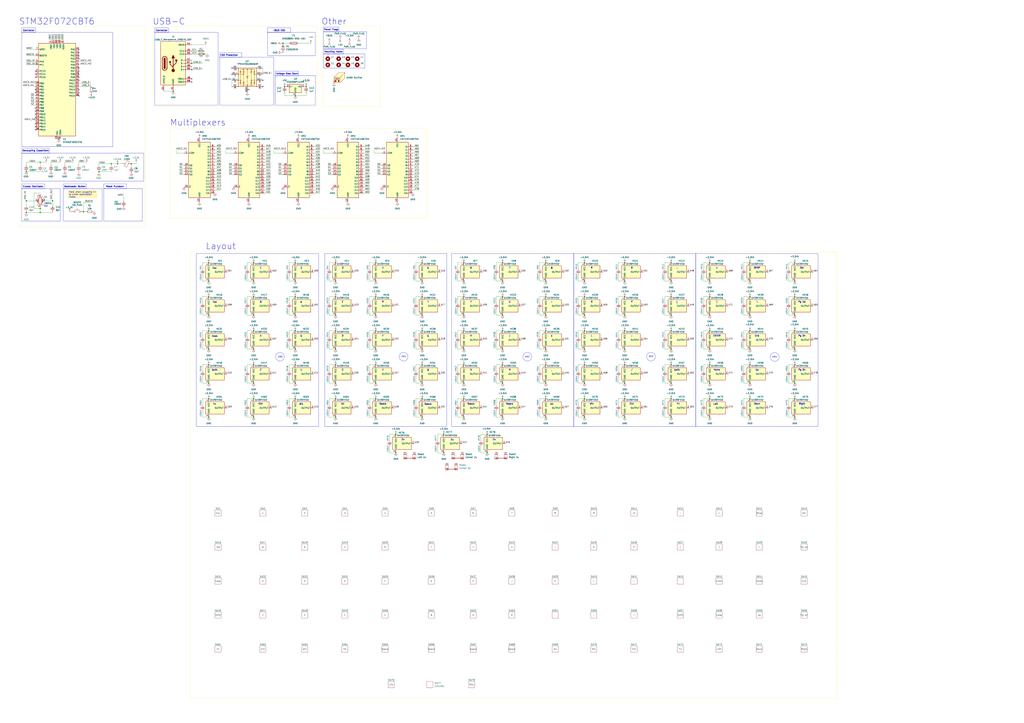
<source format=kicad_sch>
(kicad_sch (version 20231120) (generator "eeschema") (generator_version "8.0")
  (paper "A1")
  (title_block (rev "V1.0.0"))
  (junction (at 448.31 231.14))
  (junction (at 381 271.78))
  (junction (at 652.78 287.02))
  (junction (at 513.08 299.72))
  (junction (at 480.06 215.9))
  (junction (at 308.61 259.08))
  (junction (at 242.57 243.84))
  (junction (at 412.75 271.78))
  (junction (at 582.93 259.08))
  (junction (at 513.08 314.96))
  (junction (at 582.93 243.84))
  (junction (at 171.45 243.84))
  (junction (at 513.08 271.78))
  (junction (at 400.05 372.11))
  (junction (at 513.08 327.66))
  (junction (at 381 287.02))
  (junction (at 33.02 133.35))
  (junction (at 513.08 259.08))
  (junction (at 346.71 243.84))
  (junction (at 412.75 342.9))
  (junction (at 68.58 173.99))
  (junction (at 275.59 327.66))
  (junction (at 615.95 231.14))
  (junction (at 171.45 342.9))
  (junction (at 242.57 215.9))
  (junction (at 208.28 271.78))
  (junction (at 308.61 243.84))
  (junction (at 242.57 78.74))
  (junction (at 652.78 314.96))
  (junction (at 275.59 243.84))
  (junction (at 308.61 327.66))
  (junction (at 381 299.72))
  (junction (at 208.28 243.84))
  (junction (at 171.45 314.96))
  (junction (at 412.75 259.08))
  (junction (at 232.41 35.56))
  (junction (at 346.71 271.78))
  (junction (at 448.31 327.66))
  (junction (at 208.28 287.02))
  (junction (at 346.71 327.66))
  (junction (at 242.57 299.72))
  (junction (at 582.93 215.9))
  (junction (at 308.61 314.96))
  (junction (at 381 215.9))
  (junction (at 412.75 287.02))
  (junction (at 91.44 134.62))
  (junction (at 582.93 327.66))
  (junction (at 308.61 271.78))
  (junction (at 615.95 314.96))
  (junction (at 171.45 299.72))
  (junction (at 615.95 342.9))
  (junction (at 242.57 271.78))
  (junction (at 171.45 259.08))
  (junction (at 346.71 259.08))
  (junction (at 513.08 287.02))
  (junction (at 551.18 259.08))
  (junction (at 582.93 287.02))
  (junction (at 480.06 231.14))
  (junction (at 21.59 140.97))
  (junction (at 513.08 243.84))
  (junction (at 551.18 287.02))
  (junction (at 448.31 287.02))
  (junction (at 157.48 57.15))
  (junction (at 346.71 231.14))
  (junction (at 275.59 271.78))
  (junction (at 615.95 327.66))
  (junction (at 171.45 327.66))
  (junction (at 652.78 231.14))
  (junction (at 21.59 174.625))
  (junction (at 242.57 314.96))
  (junction (at 208.28 314.96))
  (junction (at 171.45 287.02))
  (junction (at 480.06 314.96))
  (junction (at 242.57 342.9))
  (junction (at 208.28 327.66))
  (junction (at 171.45 271.78))
  (junction (at 480.06 327.66))
  (junction (at 308.61 215.9))
  (junction (at 381 327.66))
  (junction (at 242.57 231.14))
  (junction (at 412.75 299.72))
  (junction (at 551.18 243.84))
  (junction (at 652.78 342.9))
  (junction (at 275.59 231.14))
  (junction (at 325.12 372.11))
  (junction (at 412.75 314.96))
  (junction (at 412.75 215.9))
  (junction (at 346.71 215.9))
  (junction (at 21.59 165.1))
  (junction (at 652.78 327.66))
  (junction (at 381 259.08))
  (junction (at 171.45 231.14))
  (junction (at 48.26 114.3))
  (junction (at 551.18 215.9))
  (junction (at 346.71 287.02))
  (junction (at 615.95 271.78))
  (junction (at 208.28 215.9))
  (junction (at 412.75 243.84))
  (junction (at 325.12 356.87))
  (junction (at 551.18 299.72))
  (junction (at 242.57 327.66))
  (junction (at 652.78 215.9))
  (junction (at 275.59 215.9))
  (junction (at 381 342.9))
  (junction (at 251.46 71.12))
  (junction (at 157.48 52.07))
  (junction (at 381 231.14))
  (junction (at 233.68 71.12))
  (junction (at 43.18 165.1))
  (junction (at 652.78 259.08))
  (junction (at 448.31 342.9))
  (junction (at 448.31 243.84))
  (junction (at 480.06 299.72))
  (junction (at 171.45 215.9))
  (junction (at 346.71 342.9))
  (junction (at 33.02 174.625))
  (junction (at 652.78 299.72))
  (junction (at 167.64 44.45))
  (junction (at 142.24 74.93))
  (junction (at 615.95 259.08))
  (junction (at 275.59 287.02))
  (junction (at 275.59 342.9))
  (junction (at 242.57 259.08))
  (junction (at 513.08 231.14))
  (junction (at 448.31 314.96))
  (junction (at 381 314.96))
  (junction (at 480.06 342.9))
  (junction (at 107.95 134.62))
  (junction (at 308.61 342.9))
  (junction (at 513.08 215.9))
  (junction (at 480.06 259.08))
  (junction (at 275.59 314.96))
  (junction (at 551.18 231.14))
  (junction (at 652.78 271.78))
  (junction (at 308.61 287.02))
  (junction (at 412.75 327.66))
  (junction (at 582.93 299.72))
  (junction (at 381 243.84))
  (junction (at 582.93 342.9))
  (junction (at 275.59 259.08))
  (junction (at 551.18 271.78))
  (junction (at 33.02 171.45))
  (junction (at 346.71 299.72))
  (junction (at 582.93 231.14))
  (junction (at 208.28 342.9))
  (junction (at 448.31 259.08))
  (junction (at 412.75 231.14))
  (junction (at 551.18 342.9))
  (junction (at 81.28 140.97))
  (junction (at 480.06 287.02))
  (junction (at 480.06 243.84))
  (junction (at 242.57 287.02))
  (junction (at 364.49 356.87))
  (junction (at 208.28 259.08))
  (junction (at 513.08 342.9))
  (junction (at 208.28 299.72))
  (junction (at 582.93 271.78))
  (junction (at 615.95 287.02))
  (junction (at 448.31 299.72))
  (junction (at 448.31 271.78))
  (junction (at 308.61 231.14))
  (junction (at 582.93 314.96))
  (junction (at 615.95 243.84))
  (junction (at 615.95 215.9))
  (junction (at 96.52 134.62))
  (junction (at 275.59 299.72))
  (junction (at 551.18 327.66))
  (junction (at 364.49 372.11))
  (junction (at 652.78 243.84))
  (junction (at 400.05 356.87))
  (junction (at 551.18 314.96))
  (junction (at 208.28 231.14))
  (junction (at 308.61 299.72))
  (junction (at 448.31 215.9))
  (junction (at 346.71 314.96))
  (junction (at 480.06 271.78))
  (junction (at 615.95 299.72))
  (no_connect (at 29.21 106.68))
  (no_connect (at 157.48 67.31))
  (no_connect (at 190.5 60.96))
  (no_connect (at 215.9 66.04))
  (no_connect (at 64.77 73.66))
  (no_connect (at 64.77 60.96))
  (no_connect (at 29.21 58.42))
  (no_connect (at 64.77 55.88))
  (no_connect (at 215.9 71.12))
  (no_connect (at 29.21 88.9))
  (no_connect (at 64.77 78.74))
  (no_connect (at 29.21 76.2))
  (no_connect (at 64.77 58.42))
  (no_connect (at 29.21 101.6))
  (no_connect (at 64.77 63.5))
  (no_connect (at 64.77 76.2))
  (no_connect (at 29.21 73.66))
  (no_connect (at 64.77 66.04))
  (no_connect (at 29.21 96.52))
  (no_connect (at 64.77 40.64))
  (no_connect (at 29.21 91.44))
  (no_connect (at 64.77 43.18))
  (no_connect (at 157.48 64.77))
  (no_connect (at 29.21 104.14))
  (no_connect (at 190.5 55.88))
  (no_connect (at 29.21 60.96))
  (no_connect (at 29.21 93.98))
  (no_connect (at 64.77 48.26))
  (no_connect (at 29.21 63.5))
  (no_connect (at 64.77 45.72))
  (wire (pts (xy 166.37 248.92) (xy 166.37 243.84)))
  (wire (pts (xy 81.28 140.97) (xy 91.44 140.97)))
  (wire (pts (xy 647.7 254) (xy 647.7 259.08)))
  (wire (pts (xy 307.34 123.19) (xy 307.34 125.73)))
  (wire (pts (xy 610.87 226.06) (xy 610.87 231.14)))
  (wire (pts (xy 237.49 248.92) (xy 237.49 243.84)))
  (wire (pts (xy 270.51 215.9) (xy 275.59 215.9)))
  (wire (pts (xy 647.7 314.96) (xy 652.78 314.96)))
  (wire (pts (xy 546.1 231.14) (xy 551.18 231.14)))
  (wire (pts (xy 21.59 45.72) (xy 29.21 45.72)))
  (wire (pts (xy 546.1 215.9) (xy 551.18 215.9)))
  (wire (pts (xy 309.88 138.43) (xy 313.69 138.43)))
  (wire (pts (xy 237.49 342.9) (xy 242.57 342.9)))
  (wire (pts (xy 303.53 254) (xy 303.53 259.08)))
  (wire (pts (xy 407.67 281.94) (xy 407.67 287.02)))
  (wire (pts (xy 46.99 27.94) (xy 46.99 33.02)))
  (wire (pts (xy 577.85 287.02) (xy 582.93 287.02)))
  (wire (pts (xy 237.49 259.08) (xy 242.57 259.08)))
  (wire (pts (xy 203.2 342.9) (xy 208.28 342.9)))
  (wire (pts (xy 307.34 125.73) (xy 313.69 125.73)))
  (wire (pts (xy 303.53 337.82) (xy 303.53 342.9)))
  (wire (pts (xy 443.23 254) (xy 443.23 259.08)))
  (wire (pts (xy 166.37 337.82) (xy 166.37 342.9)))
  (wire (pts (xy 187.96 143.51) (xy 191.77 143.51)))
  (wire (pts (xy 577.85 314.96) (xy 582.93 314.96)))
  (wire (pts (xy 157.48 54.61) (xy 157.48 57.15)))
  (wire (pts (xy 203.2 332.74) (xy 203.2 327.66)))
  (wire (pts (xy 157.48 36.83) (xy 168.91 36.83)))
  (wire (pts (xy 303.53 304.8) (xy 303.53 299.72)))
  (wire (pts (xy 269.24 138.43) (xy 273.05 138.43)))
  (wire (pts (xy 407.67 314.96) (xy 412.75 314.96)))
  (wire (pts (xy 257.81 130.81) (xy 262.89 130.81)))
  (wire (pts (xy 41.91 27.94) (xy 41.91 33.02)))
  (wire (pts (xy 270.51 276.86) (xy 270.51 271.78)))
  (wire (pts (xy 237.49 304.8) (xy 237.49 299.72)))
  (wire (pts (xy 546.1 342.9) (xy 551.18 342.9)))
  (wire (pts (xy 237.49 314.96) (xy 242.57 314.96)))
  (wire (pts (xy 647.7 287.02) (xy 652.78 287.02)))
  (wire (pts (xy 217.17 133.35) (xy 222.25 133.35)))
  (wire (pts (xy 176.53 153.67) (xy 181.61 153.67)))
  (wire (pts (xy 610.87 314.96) (xy 615.95 314.96)))
  (wire (pts (xy 546.1 309.88) (xy 546.1 314.96)))
  (wire (pts (xy 339.09 138.43) (xy 344.17 138.43)))
  (wire (pts (xy 233.68 78.74) (xy 242.57 78.74)))
  (wire (pts (xy 217.17 140.97) (xy 222.25 140.97)))
  (wire (pts (xy 66.04 53.34) (xy 64.77 53.34)))
  (wire (pts (xy 341.63 299.72) (xy 346.71 299.72)))
  (wire (pts (xy 443.23 332.74) (xy 443.23 327.66)))
  (wire (pts (xy 359.41 372.11) (xy 364.49 372.11)))
  (wire (pts (xy 237.49 226.06) (xy 237.49 231.14)))
  (wire (pts (xy 217.17 123.19) (xy 222.25 123.19)))
  (wire (pts (xy 443.23 271.78) (xy 448.31 271.78)))
  (wire (pts (xy 232.41 35.56) (xy 237.49 35.56)))
  (wire (pts (xy 339.09 123.19) (xy 344.17 123.19)))
  (wire (pts (xy 68.58 173.99) (xy 71.12 173.99)))
  (wire (pts (xy 474.98 231.14) (xy 480.06 231.14)))
  (wire (pts (xy 257.81 123.19) (xy 262.89 123.19)))
  (wire (pts (xy 474.98 215.9) (xy 480.06 215.9)))
  (wire (pts (xy 577.85 281.94) (xy 577.85 287.02)))
  (wire (pts (xy 53.34 133.35) (xy 59.69 133.35)))
  (wire (pts (xy 474.98 271.78) (xy 480.06 271.78)))
  (wire (pts (xy 147.32 138.43) (xy 151.13 138.43)))
  (wire (pts (xy 41.91 133.35) (xy 41.91 135.89)))
  (wire (pts (xy 21.59 40.64) (xy 29.21 40.64)))
  (wire (pts (xy 407.67 220.98) (xy 407.67 215.9)))
  (wire (pts (xy 610.87 259.08) (xy 615.95 259.08)))
  (wire (pts (xy 508 248.92) (xy 508 243.84)))
  (wire (pts (xy 375.92 304.8) (xy 375.92 299.72)))
  (wire (pts (xy 359.41 361.95) (xy 359.41 356.87)))
  (wire (pts (xy 375.92 271.78) (xy 381 271.78)))
  (wire (pts (xy 298.45 138.43) (xy 303.53 138.43)))
  (wire (pts (xy 546.1 248.92) (xy 546.1 243.84)))
  (wire (pts (xy 647.7 276.86) (xy 647.7 271.78)))
  (wire (pts (xy 257.81 128.27) (xy 262.89 128.27)))
  (wire (pts (xy 203.2 248.92) (xy 203.2 243.84)))
  (wire (pts (xy 407.67 332.74) (xy 407.67 327.66)))
  (wire (pts (xy 341.63 332.74) (xy 341.63 327.66)))
  (wire (pts (xy 339.09 125.73) (xy 344.17 125.73)))
  (wire (pts (xy 176.53 138.43) (xy 181.61 138.43)))
  (wire (pts (xy 647.7 342.9) (xy 652.78 342.9)))
  (wire (pts (xy 394.97 361.95) (xy 394.97 356.87)))
  (wire (pts (xy 339.09 133.35) (xy 344.17 133.35)))
  (wire (pts (xy 546.1 332.74) (xy 546.1 327.66)))
  (wire (pts (xy 508 276.86) (xy 508 271.78)))
  (wire (pts (xy 546.1 226.06) (xy 546.1 231.14)))
  (wire (pts (xy 610.87 220.98) (xy 610.87 215.9)))
  (wire (pts (xy 341.63 215.9) (xy 346.71 215.9)))
  (wire (pts (xy 166.37 243.84) (xy 171.45 243.84)))
  (wire (pts (xy 610.87 254) (xy 610.87 259.08)))
  (wire (pts (xy 265.43 125.73) (xy 273.05 125.73)))
  (wire (pts (xy 21.59 133.35) (xy 21.59 135.89)))
  (wire (pts (xy 474.98 226.06) (xy 474.98 231.14)))
  (wire (pts (xy 242.57 78.74) (xy 251.46 78.74)))
  (wire (pts (xy 375.92 276.86) (xy 375.92 271.78)))
  (wire (pts (xy 217.17 148.59) (xy 222.25 148.59)))
  (wire (pts (xy 166.37 254) (xy 166.37 259.08)))
  (wire (pts (xy 647.7 259.08) (xy 652.78 259.08)))
  (wire (pts (xy 443.23 327.66) (xy 448.31 327.66)))
  (wire (pts (xy 610.87 231.14) (xy 615.95 231.14)))
  (wire (pts (xy 36.83 165.1) (xy 43.18 165.1)))
  (wire (pts (xy 610.87 299.72) (xy 615.95 299.72)))
  (wire (pts (xy 407.67 254) (xy 407.67 259.08)))
  (wire (pts (xy 134.62 74.93) (xy 142.24 74.93)))
  (wire (pts (xy 74.93 68.58) (xy 64.77 68.58)))
  (wire (pts (xy 167.64 41.91) (xy 167.64 44.45)))
  (wire (pts (xy 407.67 226.06) (xy 407.67 231.14)))
  (wire (pts (xy 443.23 304.8) (xy 443.23 299.72)))
  (wire (pts (xy 320.04 356.87) (xy 325.12 356.87)))
  (wire (pts (xy 33.02 158.75) (xy 27.94 158.75)))
  (wire (pts (xy 157.48 49.53) (xy 157.48 52.07)))
  (wire (pts (xy 577.85 327.66) (xy 582.93 327.66)))
  (wire (pts (xy 21.59 165.1) (xy 29.21 165.1)))
  (wire (pts (xy 203.2 220.98) (xy 203.2 215.9)))
  (wire (pts (xy 270.51 248.92) (xy 270.51 243.84)))
  (wire (pts (xy 610.87 281.94) (xy 610.87 287.02)))
  (wire (pts (xy 257.81 143.51) (xy 262.89 143.51)))
  (wire (pts (xy 237.49 309.88) (xy 237.49 314.96)))
  (wire (pts (xy 443.23 342.9) (xy 448.31 342.9)))
  (wire (pts (xy 203.2 243.84) (xy 208.28 243.84)))
  (wire (pts (xy 33.02 158.75) (xy 33.02 160.02)))
  (wire (pts (xy 610.87 337.82) (xy 610.87 342.9)))
  (wire (pts (xy 443.23 314.96) (xy 448.31 314.96)))
  (wire (pts (xy 64.77 133.35) (xy 71.12 133.35)))
  (wire (pts (xy 257.81 148.59) (xy 262.89 148.59)))
  (wire (pts (xy 111.76 133.35) (xy 111.76 134.62)))
  (wire (pts (xy 270.51 243.84) (xy 275.59 243.84)))
  (wire (pts (xy 21.59 163.83) (xy 21.59 165.1)))
  (wire (pts (xy 508 337.82) (xy 508 342.9)))
  (wire (pts (xy 647.7 226.06) (xy 647.7 231.14)))
  (wire (pts (xy 474.98 243.84) (xy 480.06 243.84)))
  (wire (pts (xy 341.63 243.84) (xy 346.71 243.84)))
  (wire (pts (xy 443.23 299.72) (xy 448.31 299.72)))
  (wire (pts (xy 359.41 367.03) (xy 359.41 372.11)))
  (wire (pts (xy 394.97 356.87) (xy 400.05 356.87)))
  (wire (pts (xy 217.17 128.27) (xy 222.25 128.27)))
  (wire (pts (xy 111.76 134.62) (xy 107.95 134.62)))
  (wire (pts (xy 49.53 27.94) (xy 49.53 33.02)))
  (wire (pts (xy 375.92 259.08) (xy 381 259.08)))
  (wire (pts (xy 21.59 174.625) (xy 33.02 174.625)))
  (wire (pts (xy 341.63 220.98) (xy 341.63 215.9)))
  (wire (pts (xy 647.7 337.82) (xy 647.7 342.9)))
  (wire (pts (xy 33.02 171.45) (xy 33.02 170.18)))
  (wire (pts (xy 577.85 271.78) (xy 582.93 271.78)))
  (wire (pts (xy 101.6 161.29) (xy 101.6 165.1)))
  (wire (pts (xy 228.6 143.51) (xy 232.41 143.51)))
  (wire (pts (xy 176.53 130.81) (xy 181.61 130.81)))
  (wire (pts (xy 81.28 134.62) (xy 91.44 134.62)))
  (wire (pts (xy 546.1 243.84) (xy 551.18 243.84)))
  (wire (pts (xy 546.1 314.96) (xy 551.18 314.96)))
  (wire (pts (xy 341.63 271.78) (xy 346.71 271.78)))
  (wire (pts (xy 91.44 134.62) (xy 91.44 135.89)))
  (wire (pts (xy 237.49 243.84) (xy 242.57 243.84)))
  (wire (pts (xy 166.37 215.9) (xy 171.45 215.9)))
  (wire (pts (xy 147.32 143.51) (xy 151.13 143.51)))
  (wire (pts (xy 270.51 304.8) (xy 270.51 299.72)))
  (wire (pts (xy 270.51 299.72) (xy 275.59 299.72)))
  (wire (pts (xy 203.2 314.96) (xy 208.28 314.96)))
  (wire (pts (xy 474.98 248.92) (xy 474.98 243.84)))
  (wire (pts (xy 577.85 243.84) (xy 582.93 243.84)))
  (wire (pts (xy 508 342.9) (xy 513.08 342.9)))
  (wire (pts (xy 96.52 134.62) (xy 100.33 134.62)))
  (wire (pts (xy 309.88 135.89) (xy 313.69 135.89)))
  (wire (pts (xy 339.09 148.59) (xy 344.17 148.59)))
  (wire (pts (xy 303.53 342.9) (xy 308.61 342.9)))
  (wire (pts (xy 250.19 71.12) (xy 251.46 71.12)))
  (wire (pts (xy 443.23 276.86) (xy 443.23 271.78)))
  (wire (pts (xy 375.92 299.72) (xy 381 299.72)))
  (wire (pts (xy 217.17 143.51) (xy 222.25 143.51)))
  (wire (pts (xy 53.34 133.35) (xy 53.34 135.89)))
  (wire (pts (xy 176.53 143.51) (xy 181.61 143.51)))
  (wire (pts (xy 217.17 138.43) (xy 222.25 138.43)))
  (wire (pts (xy 166.37 332.74) (xy 166.37 327.66)))
  (wire (pts (xy 203.2 254) (xy 203.2 259.08)))
  (wire (pts (xy 407.67 248.92) (xy 407.67 243.84)))
  (wire (pts (xy 339.09 153.67) (xy 344.17 153.67)))
  (wire (pts (xy 474.98 220.98) (xy 474.98 215.9)))
  (wire (pts (xy 610.87 332.74) (xy 610.87 327.66)))
  (wire (pts (xy 341.63 342.9) (xy 346.71 342.9)))
  (wire (pts (xy 269.24 135.89) (xy 273.05 135.89)))
  (wire (pts (xy 231.14 43.18) (xy 232.41 43.18)))
  (wire (pts (xy 309.88 140.97) (xy 313.69 140.97)))
  (wire (pts (xy 25.4 86.36) (xy 29.21 86.36)))
  (wire (pts (xy 341.63 231.14) (xy 346.71 231.14)))
  (wire (pts (xy 508 327.66) (xy 513.08 327.66)))
  (wire (pts (xy 52.07 27.94) (xy 52.07 33.02)))
  (wire (pts (xy 21.59 50.8) (xy 29.21 50.8)))
  (wire (pts (xy 166.37 299.72) (xy 171.45 299.72)))
  (wire (pts (xy 298.45 135.89) (xy 303.53 135.89)))
  (wire (pts (xy 474.98 314.96) (xy 480.06 314.96)))
  (wire (pts (xy 443.23 248.92) (xy 443.23 243.84)))
  (wire (pts (xy 217.17 146.05) (xy 222.25 146.05)))
  (wire (pts (xy 508 287.02) (xy 513.08 287.02)))
  (wire (pts (xy 647.7 215.9) (xy 652.78 215.9)))
  (wire (pts (xy 407.67 287.02) (xy 412.75 287.02)))
  (wire (pts (xy 21.59 168.91) (xy 21.59 165.1)))
  (wire (pts (xy 508 231.14) (xy 513.08 231.14)))
  (wire (pts (xy 81.28 134.62) (xy 81.28 135.89)))
  (wire (pts (xy 203.2 327.66) (xy 208.28 327.66)))
  (wire (pts (xy 237.49 276.86) (xy 237.49 271.78)))
  (wire (pts (xy 176.53 125.73) (xy 181.61 125.73)))
  (wire (pts (xy 407.67 337.82) (xy 407.67 342.9)))
  (wire (pts (xy 298.45 120.65) (xy 303.53 120.65)))
  (wire (pts (xy 610.87 243.84) (xy 615.95 243.84)))
  (wire (pts (xy 176.53 128.27) (xy 181.61 128.27)))
  (wire (pts (xy 147.32 140.97) (xy 151.13 140.97)))
  (wire (pts (xy 546.1 287.02) (xy 551.18 287.02)))
  (wire (pts (xy 375.92 281.94) (xy 375.92 287.02)))
  (wire (pts (xy 577.85 337.82) (xy 577.85 342.9)))
  (wire (pts (xy 224.79 125.73) (xy 232.41 125.73)))
  (wire (pts (xy 33.02 171.45) (xy 33.02 174.625)))
  (wire (pts (xy 66.04 50.8) (xy 64.77 50.8)))
  (wire (pts (xy 76.2 173.99) (xy 77.47 173.99)))
  (wire (pts (xy 375.92 254) (xy 375.92 259.08)))
  (wire (pts (xy 339.09 128.27) (xy 344.17 128.27)))
  (wire (pts (xy 508 243.84) (xy 513.08 243.84)))
  (wire (pts (xy 577.85 276.86) (xy 577.85 271.78)))
  (wire (pts (xy 546.1 254) (xy 546.1 259.08)))
  (wire (pts (xy 610.87 327.66) (xy 615.95 327.66)))
  (wire (pts (xy 237.49 337.82) (xy 237.49 342.9)))
  (wire (pts (xy 474.98 327.66) (xy 480.06 327.66)))
  (wire (pts (xy 237.49 231.14) (xy 242.57 231.14)))
  (wire (pts (xy 222.25 158.75) (xy 217.17 158.75)))
  (wire (pts (xy 610.87 342.9) (xy 615.95 342.9)))
  (wire (pts (xy 33.02 133.35) (xy 33.02 135.89)))
  (wire (pts (xy 176.53 123.19) (xy 181.61 123.19)))
  (wire (pts (xy 270.51 226.06) (xy 270.51 231.14)))
  (wire (pts (xy 647.7 281.94) (xy 647.7 287.02)))
  (wire (pts (xy 270.51 220.98) (xy 270.51 215.9)))
  (wire (pts (xy 298.45 128.27) (xy 303.53 128.27)))
  (wire (pts (xy 43.18 173.99) (xy 43.18 174.625)))
  (wire (pts (xy 190.5 66.04) (xy 190.5 71.12)))
  (wire (pts (xy 394.97 372.11) (xy 400.05 372.11)))
  (wire (pts (xy 303.53 281.94) (xy 303.53 287.02)))
  (wire (pts (xy 270.51 281.94) (xy 270.51 287.02)))
  (wire (pts (xy 303.53 299.72) (xy 308.61 299.72)))
  (wire (pts (xy 203.2 231.14) (xy 208.28 231.14)))
  (wire (pts (xy 474.98 309.88) (xy 474.98 314.96)))
  (wire (pts (xy 270.51 314.96) (xy 275.59 314.96)))
  (wire (pts (xy 508 281.94) (xy 508 287.02)))
  (wire (pts (xy 303.53 231.14) (xy 308.61 231.14)))
  (wire (pts (xy 443.23 309.88) (xy 443.23 314.96)))
  (wire (pts (xy 407.67 243.84) (xy 412.75 243.84)))
  (wire (pts (xy 270.51 254) (xy 270.51 259.08)))
  (wire (pts (xy 217.17 153.67) (xy 222.25 153.67)))
  (wire (pts (xy 474.98 276.86) (xy 474.98 271.78)))
  (wire (pts (xy 577.85 231.14) (xy 582.93 231.14)))
  (wire (pts (xy 647.7 243.84) (xy 652.78 243.84)))
  (wire (pts (xy 341.63 248.92) (xy 341.63 243.84)))
  (wire (pts (xy 176.53 156.21) (xy 181.61 156.21)))
  (wire (pts (xy 166.37 57.15) (xy 157.48 57.15)))
  (wire (pts (xy 217.17 151.13) (xy 222.25 151.13)))
  (wire (pts (xy 320.04 372.11) (xy 325.12 372.11)))
  (wire (pts (xy 176.53 133.35) (xy 181.61 133.35)))
  (wire (pts (xy 166.37 220.98) (xy 166.37 215.9)))
  (wire (pts (xy 237.49 299.72) (xy 242.57 299.72)))
  (wire (pts (xy 257.81 146.05) (xy 262.89 146.05)))
  (wire (pts (xy 341.63 304.8) (xy 341.63 299.72)))
  (wire (pts (xy 176.53 146.05) (xy 181.61 146.05)))
  (wire (pts (xy 443.23 226.06) (xy 443.23 231.14)))
  (wire (pts (xy 176.53 151.13) (xy 181.61 151.13)))
  (wire (pts (xy 341.63 314.96) (xy 346.71 314.96)))
  (wire (pts (xy 257.81 135.89) (xy 262.89 135.89)))
  (wire (pts (xy 25.4 83.82) (xy 29.21 83.82)))
  (wire (pts (xy 546.1 299.72) (xy 551.18 299.72)))
  (wire (pts (xy 298.45 153.67) (xy 303.53 153.67)))
  (wire (pts (xy 166.37 342.9) (xy 171.45 342.9)))
  (wire (pts (xy 546.1 276.86) (xy 546.1 271.78)))
  (wire (pts (xy 166.37 327.66) (xy 171.45 327.66)))
  (wire (pts (xy 546.1 337.82) (xy 546.1 342.9)))
  (wire (pts (xy 237.49 215.9) (xy 242.57 215.9)))
  (wire (pts (xy 298.45 143.51) (xy 303.53 143.51)))
  (wire (pts (xy 166.37 304.8) (xy 166.37 299.72)))
  (wire (pts (xy 546.1 259.08) (xy 551.18 259.08)))
  (wire (pts (xy 341.63 309.88) (xy 341.63 314.96)))
  (wire (pts (xy 166.37 314.96) (xy 171.45 314.96)))
  (wire (pts (xy 257.81 153.67) (xy 262.89 153.67)))
  (wire (pts (xy 237.49 327.66) (xy 242.57 327.66)))
  (wire (pts (xy 610.87 287.02) (xy 615.95 287.02)))
  (wire (pts (xy 298.45 148.59) (xy 303.53 148.59)))
  (wire (pts (xy 269.24 140.97) (xy 273.05 140.97)))
  (wire (pts (xy 303.53 309.88) (xy 303.53 314.96)))
  (wire (pts (xy 203.2 337.82) (xy 203.2 342.9)))
  (wire (pts (xy 215.9 55.88) (xy 215.9 60.96)))
  (wire (pts (xy 339.09 146.05) (xy 344.17 146.05)))
  (wire (pts (xy 341.63 259.08) (xy 346.71 259.08)))
  (wire (pts (xy 647.7 220.98) (xy 647.7 215.9)))
  (wire (pts (xy 647.7 271.78) (xy 652.78 271.78)))
  (wire (pts (xy 27.94 158.75) (xy 27.94 171.45)))
  (wire (pts (xy 262.89 158.75) (xy 257.81 158.75)))
  (wire (pts (xy 647.7 327.66) (xy 652.78 327.66)))
  (wire (pts (xy 245.11 35.56) (xy 255.27 35.56)))
  (wire (pts (xy 303.53 276.86) (xy 303.53 271.78)))
  (wire (pts (xy 341.63 226.06) (xy 341.63 231.14)))
  (wire (pts (xy 237.49 332.74) (xy 237.49 327.66)))
  (wire (pts (xy 257.81 151.13) (xy 262.89 151.13)))
  (wire (pts (xy 339.09 120.65) (xy 344.17 120.65)))
  (wire (pts (xy 303.53 215.9) (xy 308.61 215.9)))
  (wire (pts (xy 508 309.88) (xy 508 314.96)))
  (wire (pts (xy 375.92 226.06) (xy 375.92 231.14)))
  (wire (pts (xy 157.48 44.45) (xy 162.56 44.45)))
  (wire (pts (xy 508 304.8) (xy 508 299.72)))
  (wire (pts (xy 41.91 133.35) (xy 49.53 133.35)))
  (wire (pts (xy 187.96 140.97) (xy 191.77 140.97)))
  (wire (pts (xy 303.53 248.92) (xy 303.53 243.84)))
  (wire (pts (xy 474.98 342.9) (xy 480.06 342.9)))
  (wire (pts (xy 610.87 304.8) (xy 610.87 299.72)))
  (wire (pts (xy 508 271.78) (xy 513.08 271.78)))
  (wire (pts (xy 647.7 304.8) (xy 647.7 299.72)))
  (wire (pts (xy 647.7 231.14) (xy 652.78 231.14)))
  (wire (pts (xy 27.94 71.12) (xy 29.21 71.12)))
  (wire (pts (xy 546.1 281.94) (xy 546.1 287.02)))
  (wire (pts (xy 303.53 271.78) (xy 308.61 271.78)))
  (wire (pts (xy 546.1 271.78) (xy 551.18 271.78)))
  (wire (pts (xy 166.37 281.94) (xy 166.37 287.02)))
  (wire (pts (xy 577.85 248.92) (xy 577.85 243.84)))
  (wire (pts (xy 217.17 125.73) (xy 222.25 125.73)))
  (wire (pts (xy 228.6 135.89) (xy 232.41 135.89)))
  (wire (pts (xy 166.37 231.14) (xy 171.45 231.14)))
  (wire (pts (xy 577.85 299.72) (xy 582.93 299.72)))
  (wire (pts (xy 237.49 220.98) (xy 237.49 215.9)))
  (wire (pts (xy 68.58 166.37) (xy 68.58 173.99)))
  (wire (pts (xy 298.45 133.35) (xy 303.53 133.35)))
  (wire (pts (xy 303.53 327.66) (xy 308.61 327.66)))
  (wire (pts (xy 508 314.96) (xy 513.08 314.96)))
  (wire (pts (xy 303.53 158.75) (xy 298.45 158.75)))
  (wire (pts (xy 257.81 156.21) (xy 262.89 156.21)))
  (wire (pts (xy 166.37 52.07) (xy 157.48 52.07)))
  (wire (pts (xy 443.23 337.82) (xy 443.23 342.9)))
  (wire (pts (xy 375.92 248.92) (xy 375.92 243.84)))
  (wire (pts (xy 64.77 142.24) (xy 64.77 140.97)))
  (wire (pts (xy 203.2 276.86) (xy 203.2 271.78)))
  (wire (pts (xy 231.14 35.56) (xy 232.41 35.56)))
  (wire (pts (xy 203.2 215.9) (xy 208.28 215.9)))
  (wire (pts (xy 224.79 123.19) (xy 224.79 125.73)))
  (wire (pts (xy 269.24 143.51) (xy 273.05 143.51)))
  (wire (pts (xy 546.1 304.8) (xy 546.1 299.72)))
  (wire (pts (xy 107.95 137.16) (xy 107.95 134.62)))
  (wire (pts (xy 44.45 27.94) (xy 44.45 33.02)))
  (wire (pts (xy 474.98 281.94) (xy 474.98 287.02)))
  (wire (pts (xy 298.45 151.13) (xy 303.53 151.13)))
  (wire (pts (xy 610.87 248.92) (xy 610.87 243.84)))
  (wire (pts (xy 407.67 231.14) (xy 412.75 231.14)))
  (wire (pts (xy 27.94 171.45) (xy 33.02 171.45)))
  (wire (pts (xy 341.63 281.94) (xy 341.63 287.02)))
  (wire (pts (xy 407.67 327.66) (xy 412.75 327.66)))
  (wire (pts (xy 203.2 226.06) (xy 203.2 231.14)))
  (wire (pts (xy 187.96 135.89) (xy 191.77 135.89)))
  (wire (pts (xy 341.63 337.82) (xy 341.63 342.9)))
  (wire (pts (xy 157.48 41.91) (xy 162.56 41.91)))
  (wire (pts (xy 546.1 220.98) (xy 546.1 215.9)))
  (wire (pts (xy 407.67 215.9) (xy 412.75 215.9)))
  (wire (pts (xy 298.45 123.19) (xy 303.53 123.19)))
  (wire (pts (xy 474.98 299.72) (xy 480.06 299.72)))
  (wire (pts (xy 339.09 130.81) (xy 344.17 130.81)))
  (wire (pts (xy 375.92 215.9) (xy 381 215.9)))
  (wire (pts (xy 185.42 123.19) (xy 185.42 125.73)))
  (wire (pts (xy 375.92 327.66) (xy 381 327.66)))
  (wire (pts (xy 43.18 163.83) (xy 43.18 165.1)))
  (wire (pts (xy 203.2 304.8) (xy 203.2 299.72)))
  (wire (pts (xy 21.59 133.35) (xy 33.02 133.35)))
  (wire (pts (xy 577.85 259.08) (xy 582.93 259.08)))
  (wire (pts (xy 610.87 271.78) (xy 615.95 271.78)))
  (wire (pts (xy 443.23 243.84) (xy 448.31 243.84)))
  (wire (pts (xy 407.67 304.8) (xy 407.67 299.72)))
  (wire (pts (xy 237.49 287.02) (xy 242.57 287.02)))
  (wire (pts (xy 474.98 287.02) (xy 480.06 287.02)))
  (wire (pts (xy 203.2 281.94) (xy 203.2 287.02)))
  (wire (pts (xy 375.92 337.82) (xy 375.92 342.9)))
  (wire (pts (xy 341.63 276.86) (xy 341.63 271.78)))
  (wire (pts (xy 303.53 220.98) (xy 303.53 215.9)))
  (wire (pts (xy 265.43 123.19) (xy 265.43 125.73)))
  (wire (pts (xy 233.68 76.2) (xy 233.68 78.74)))
  (wire (pts (xy 25.4 78.74) (xy 29.21 78.74)))
  (wire (pts (xy 508 332.74) (xy 508 327.66)))
  (wire (pts (xy 508 220.98) (xy 508 215.9)))
  (wire (pts (xy 647.7 248.92) (xy 647.7 243.84)))
  (wire (pts (xy 647.7 299.72) (xy 652.78 299.72)))
  (wire (pts (xy 610.87 215.9) (xy 615.95 215.9)))
  (wire (pts (xy 57.15 173.99) (xy 58.42 173.99)))
  (wire (pts (xy 270.51 337.82) (xy 270.51 342.9)))
  (wire (pts (xy 74.93 71.12) (xy 64.77 71.12)))
  (wire (pts (xy 375.92 220.98) (xy 375.92 215.9)))
  (wire (pts (xy 309.88 143.51) (xy 313.69 143.51)))
  (wire (pts (xy 320.04 361.95) (xy 320.04 356.87)))
  (wire (pts (xy 147.32 135.89) (xy 151.13 135.89)))
  (wire (pts (xy 81.28 142.24) (xy 81.28 140.97)))
  (wire (pts (xy 21.59 53.34) (xy 29.21 53.34)))
  (wire (pts (xy 339.09 151.13) (xy 344.17 151.13)))
  (wire (pts (xy 303.53 259.08) (xy 308.61 259.08)))
  (wire (pts (xy 339.09 135.89) (xy 344.17 135.89)))
  (wire (pts (xy 43.18 168.91) (xy 43.18 165.1)))
  (wire (pts (xy 443.23 215.9) (xy 448.31 215.9)))
  (wire (pts (xy 217.17 135.89) (xy 222.25 135.89)))
  (wire (pts (xy 375.92 287.02) (xy 381 287.02)))
  (wire (pts (xy 443.23 231.14) (xy 448.31 231.14)))
  (wire (pts (xy 474.98 304.8) (xy 474.98 299.72)))
  (wire (pts (xy 91.44 134.62) (xy 96.52 134.62)))
  (wire (pts (xy 270.51 287.02) (xy 275.59 287.02)))
  (wire (pts (xy 303.53 314.96) (xy 308.61 314.96)))
  (wire (pts (xy 76.2 166.37) (xy 68.58 166.37)))
  (wire (pts (xy 270.51 332.74) (xy 270.51 327.66)))
  (wire (pts (xy 185.42 125.73) (xy 191.77 125.73)))
  (wire (pts (xy 257.81 120.65) (xy 262.89 120.65)))
  (wire (pts (xy 577.85 309.88) (xy 577.85 314.96)))
  (wire (pts (xy 303.53 243.84) (xy 308.61 243.84)))
  (wire (pts (xy 203.2 299.72) (xy 208.28 299.72)))
  (wire (pts (xy 320.04 367.03) (xy 320.04 372.11)))
  (wire (pts (xy 577.85 304.8) (xy 577.85 299.72)))
  (wire (pts (xy 647.7 332.74) (xy 647.7 327.66)))
  (wire (pts (xy 233.68 71.12) (xy 234.95 71.12)))
  (wire (pts (xy 339.09 156.21) (xy 344.17 156.21)))
  (wire (pts (xy 508 254) (xy 508 259.08)))
  (wire (pts (xy 508 299.72) (xy 513.08 299.72)))
  (wire (pts (xy 610.87 276.86) (xy 610.87 271.78)))
  (wire (pts (xy 375.92 309.88) (xy 375.92 314.96)))
  (wire (pts (xy 577.85 332.74) (xy 577.85 327.66)))
  (wire (pts (xy 270.51 342.9) (xy 275.59 342.9)))
  (wire (pts (xy 217.17 156.21) (xy 222.25 156.21)))
  (wire (pts (xy 508 226.06) (xy 508 231.14)))
  (wire (pts (xy 203.2 287.02) (xy 208.28 287.02)))
  (wire (pts (xy 375.92 231.14) (xy 381 231.14)))
  (wire (pts (xy 577.85 254) (xy 577.85 259.08)))
  (wire (pts (xy 546.1 327.66) (xy 551.18 327.66)))
  (wire (pts (xy 228.6 138.43) (xy 232.41 138.43)))
  (wire (pts (xy 33.02 133.35) (xy 38.1 133.35)))
  (wire (pts (xy 474.98 337.82) (xy 474.98 342.9)))
  (wire (pts (xy 577.85 215.9) (xy 582.93 215.9)))
  (wire (pts (xy 375.92 332.74) (xy 375.92 327.66)))
  (wire (pts (xy 474.98 254) (xy 474.98 259.08)))
  (wire (pts (xy 647.7 309.88) (xy 647.7 314.96)))
  (wire (pts (xy 166.37 259.08) (xy 171.45 259.08)))
  (wire (pts (xy 474.98 259.08) (xy 480.06 259.08)))
  (wire (pts (xy 166.37 287.02) (xy 171.45 287.02)))
  (wire (pts (xy 46.99 114.3) (xy 48.26 114.3)))
  (wire (pts (xy 237.49 281.94) (xy 237.49 287.02)))
  (wire (pts (xy 217.17 120.65) (xy 222.25 120.65)))
  (wire (pts (xy 407.67 299.72) (xy 412.75 299.72)))
  (wire (pts (xy 21.59 140.97) (xy 33.02 140.97)))
  (wire (pts (xy 443.23 287.02) (xy 448.31 287.02)))
  (wire (pts (xy 166.37 226.06) (xy 166.37 231.14)))
  (wire (pts (xy 217.17 130.81) (xy 222.25 130.81)))
  (wire (pts (xy 359.41 356.87) (xy 364.49 356.87)))
  (wire (pts (xy 64.77 133.35) (xy 64.77 135.89)))
  (wire (pts (xy 298.45 146.05) (xy 303.53 146.05)))
  (wire (pts (xy 33.02 174.625) (xy 43.18 174.625)))
  (wire (pts (xy 407.67 342.9) (xy 412.75 342.9)))
  (wire (pts (xy 407.67 309.88) (xy 407.67 314.96)))
  (wire (pts (xy 176.53 148.59) (xy 181.61 148.59)))
  (wire (pts (xy 298.45 130.81) (xy 303.53 130.81)))
  (wire (pts (xy 257.81 140.97) (xy 262.89 140.97)))
  (wire (pts (xy 251.46 76.2) (xy 251.46 78.74)))
  (wire (pts (xy 341.63 254) (xy 341.63 259.08)))
  (wire (pts (xy 176.53 135.89) (xy 181.61 135.89)))
  (wire (pts (xy 577.85 342.9) (xy 582.93 342.9)))
  (wire (pts (xy 257.81 125.73) (xy 262.89 125.73)))
  (wire (pts (xy 166.37 271.78) (xy 171.45 271.78)))
  (wire (pts (xy 48.26 114.3) (xy 49.53 114.3)))
  (wire (pts (xy 257.81 138.43) (xy 262.89 138.43)))
  (wire (pts (xy 298.45 125.73) (xy 303.53 125.73)))
  (wire (pts (xy 144.78 125.73) (xy 151.13 125.73)))
  (wire (pts (xy 21.59 173.99) (xy 21.59 174.625)))
  (wire (pts (xy 508 259.08) (xy 513.08 259.08)))
  (wire (pts (xy 270.51 271.78) (xy 275.59 271.78)))
  (wire (pts (xy 443.23 281.94) (xy 443.23 287.02)))
  (wire (pts (xy 577.85 220.98) (xy 577.85 215.9)))
  (wire (pts (xy 298.45 140.97) (xy 303.53 140.97)))
  (wire (pts (xy 298.45 156.21) (xy 303.53 156.21)))
  (wire (pts (xy 270.51 259.08) (xy 275.59 259.08)))
  (wire (pts (xy 339.09 143.51) (xy 344.17 143.51)))
  (wire (pts (xy 375.92 314.96) (xy 381 314.96)))
  (wire (pts (xy 375.92 342.9) (xy 381 342.9)))
  (wire (pts (xy 443.23 259.08) (xy 448.31 259.08)))
  (wire (pts (xy 257.81 133.35) (xy 262.89 133.35)))
  (wire (pts (xy 237.49 254) (xy 237.49 259.08)))
  (wire (pts (xy 25.4 81.28) (xy 29.21 81.28)))
  (wire (pts (xy 270.51 327.66) (xy 275.59 327.66)))
  (wire (pts (xy 166.37 309.88) (xy 166.37 314.96)))
  (wire (pts (xy 407.67 259.08) (xy 412.75 259.08)))
  (wire (pts (xy 176.53 140.97) (xy 181.61 140.97)))
  (wire (pts (xy 303.53 287.02) (xy 308.61 287.02)))
  (wire (pts (xy 176.53 120.65) (xy 181.61 120.65)))
  (wire (pts (xy 394.97 367.03) (xy 394.97 372.11)))
  (wire (pts (xy 339.09 140.97) (xy 344.17 140.97)))
  (wire (pts (xy 166.37 276.86) (xy 166.37 271.78)))
  (wire (pts (xy 474.98 332.74) (xy 474.98 327.66)))
  (wire (pts (xy 203.2 259.08) (xy 208.28 259.08)))
  (wire (pts (xy 187.96 138.43) (xy 191.77 138.43)))
  (wire (pts (xy 341.63 287.02) (xy 346.71 287.02)))
  (wire (pts (xy 270.51 231.14) (xy 275.59 231.14)))
  (wire (pts (xy 407.67 276.86) (xy 407.67 271.78)))
  (wire (pts (xy 203.2 309.88) (xy 203.2 314.96)))
  (wire (pts (xy 341.63 327.66) (xy 346.71 327.66)))
  (wire (pts (xy 237.49 271.78) (xy 242.57 271.78)))
  (wire (pts (xy 144.78 123.19) (xy 144.78 125.73)))
  (wire (pts (xy 167.64 44.45) (xy 170.18 44.45)))
  (wire (pts (xy 303.53 332.74) (xy 303.53 327.66)))
  (wire (pts (xy 577.85 226.06) (xy 577.85 231.14)))
  (wire (pts (xy 508 215.9) (xy 513.08 215.9)))
  (wire (pts (xy 228.6 140.97) (xy 232.41 140.97)))
  (wire (pts (xy 610.87 309.88) (xy 610.87 314.96)))
  (wire (pts (xy 375.92 243.84) (xy 381 243.84)))
  (wire (pts (xy 407.67 271.78) (xy 412.75 271.78)))
  (wire (pts (xy 303.53 226.06) (xy 303.53 231.14)))
  (wire (pts (xy 21.59 174.625) (xy 21.59 175.26)))
  (wire (pts (xy 203.2 271.78) (xy 208.28 271.78)))
  (wire (pts (xy 270.51 309.88) (xy 270.51 314.96)))
  (wire (pts (xy 443.23 220.98) (xy 443.23 215.9)))
  (rectangle (start 370.84 208.28) (end 471.17 350.52))
  (circle (center 433.07 293.116) (radius 3.5921))
  (rectangle (start 180.34 46.99) (end 224.79 86.36))
  (rectangle (start 85.09 154.94) (end 116.84 181.61))
  (rectangle (start 471.17 208.28) (end 571.5 350.52))
  (rectangle (start 17.78 125.984) (end 118.11 148.844))
  (rectangle (start 127 22.86) (end 138.43 26.67))
  (rectangle (start 219.71 26.67) (end 259.08 45.72))
  (rectangle (start 265.684 40.513) (end 281.94 44.323))
  (rectangle (start 226.06 62.23) (end 259.08 86.36))
  (circle (center 229.87 293.116) (radius 3.5921))
  (rectangle (start 16.51 21.59) (end 119.38 186.69) (stroke (width 0) (type dash) (color 255 229 36 1)))
  (circle (center 636.27 293.37) (radius 3.5921))
  (rectangle (start 17.78 22.86) (end 29.21 26.67))
  (rectangle (start 265.684 22.225) (end 278.384 26.035))
  (rectangle (start 125.73 21.59) (end 260.35 87.63) (stroke (width 0) (type dash) (color 255 229 36 1)))
  (rectangle (start 161.29 208.28) (end 261.62 350.52))
  (rectangle (start 85.09 151.13) (end 103.886 154.94))
  (rectangle (start 52.07 151.13) (end 70.866 154.94))
  (circle (center 534.67 293.116) (radius 3.5921))
  (rectangle (start 265.684 44.323) (end 299.72 55.88))
  (rectangle (start 264.922 21.336) (end 312.42 87.63) (stroke (width 0) (type dash) (color 255 229 36 1)))
  (rectangle (start 266.7 208.28) (end 367.03 350.52))
  (rectangle (start 226.06 58.42) (end 245.11 62.23))
  (rectangle (start 17.78 154.94) (end 49.53 181.61))
  (rectangle (start 52.07 154.94) (end 83.82 181.61))
  (rectangle (start 180.34 43.434) (end 198.628 46.99))
  (rectangle (start 571.5 208.28) (end 671.83 350.52))
  (rectangle (start 17.78 26.67) (end 92.71 120.65))
  (rectangle (start 219.71 22.86) (end 238.76 26.67))
  (rectangle (start 139.954 105.41) (end 350.52 179.07) (stroke (width 0) (type dash) (color 255 229 36 1)))
  (circle (center 331.47 293.116) (radius 3.5921))
  (rectangle (start 127 26.67) (end 179.07 86.36))
  (rectangle (start 265.684 26.035) (end 300.99 40.005))
  (rectangle (start 17.78 121.92) (end 40.64 125.9631))
  (rectangle (start 17.78 151.13) (end 36.576 154.94))
  (rectangle (start 156.21 207.01) (end 687.07 574.04) (stroke (width 0) (type dash) (color 255 229 36 1)))
  (text_box "Hold when plugging in to enter bootloader mode." (at 55.626 155.956 0) (size 24.384 6.858) (stroke (width -0.0001)) (fill (type color) (color 255 229 36 0.33)) (effects (font (size 1.27 1.27)) (justify left top)))
  (text "B" (at 351.536 304.292 0) (effects (font (size 1.27 1.27) (thickness 0.254) (bold yes))))
  (text "Pg Up" (at 658.622 248.158 0) (effects (font (size 1.27 1.27) (thickness 0.254) (bold yes))))
  (text "N" (at 386.842 304.038 0) (effects (font (size 1.27 1.27) (thickness 0.254) (bold yes))))
  (text "5" (at 351.536 220.472 0) (effects (font (size 1.27 1.27) (thickness 0.254) (bold yes))))
  (text "Pg Dn" (at 658.622 304.038 0) (effects (font (size 1.27 1.27) (thickness 0.254) (bold yes))))
  (text "J" (at 418.592 276.098 0) (effects (font (size 1.27 1.27) (thickness 0.254) (bold yes))))
  (text "'" (at 556.006 276.352 0) (effects (font (size 1.27 1.27) (thickness 0.254) (bold yes))))
  (text "Alt" (at 453.136 332.232 0) (effects (font (size 1.27 1.27) (thickness 0.254) (bold yes))))
  (text "BKSP" (at 621.792 220.218 0) (effects (font (size 1.27 1.27) (thickness 0.254) (bold yes))))
  (text "Home" (at 588.772 304.038 0) (effects (font (size 1.27 1.27) (thickness 0.254) (bold yes))))
  (text "STM32F072CBT6" (at 46.736 17.78 0) (effects (font (size 5.08 5.08) (thickness 0.254) (bold yes))))
  (text "C" (at 281.432 304.038 0) (effects (font (size 1.27 1.27) (thickness 0.254) (bold yes))))
  (text "Del" (at 658.622 220.218 0) (effects (font (size 1.27 1.27) (thickness 0.254) (bold yes))))
  (text "Space" (at 418.592 331.978 0) (effects (font (size 1.27 1.27) (thickness 0.254) (bold yes))))
  (text "S" (at 247.396 276.352 0) (effects (font (size 1.27 1.27) (thickness 0.254) (bold yes))))
  (text "Caps" (at 176.276 276.352 0) (effects (font (size 1.27 1.27) (thickness 0.254) (bold yes))))
  (text "Fn" (at 557.022 331.978 0) (effects (font (size 1.27 1.27) (thickness 0.254) (bold yes))))
  (text "USB-C\n" (at 138.684 17.78 0) (effects (font (size 5.08 5.08) (thickness 0.254) (bold yes))))
  (text "Mounting Holes" (at 273.812 42.672 0) (effects (font (size 1.27 1.27) (thickness 0.254) (bold yes))))
  (text "K" (at 453.136 276.352 0) (effects (font (size 1.27 1.27) (thickness 0.254) (bold yes))))
  (text "2" (at 247.396 220.472 0) (effects (font (size 1.27 1.27) (thickness 0.254) (bold yes))))
  (text "Fn" (at 176.276 332.232 0) (effects (font (size 1.27 1.27) (thickness 0.254) (bold yes))))
  (text "2u" (at 405.892 361.188 0) (effects (font (size 1.27 1.27) (thickness 0.254) (bold yes))))
  (text "1" (at 214.122 220.218 0) (effects (font (size 1.27 1.27) (thickness 0.254) (bold yes))))
  (text "Layout" (at 181.356 202.438 0) (effects (font (size 5.08 5.08) (thickness 0.254) (bold yes))))
  (text "Space" (at 314.452 331.978 0) (effects (font (size 1.27 1.27) (thickness 0.254) (bold yes))))
  (text "9pF" (at 36.195 170.18 0) (effects (font (size 1.27 1.27)) (justify left bottom)))
  (text "Down" (at 621.792 331.978 0) (effects (font (size 1.27 1.27) (thickness 0.254) (bold yes))))
  (text "D" (at 281.432 276.098 0) (effects (font (size 1.27 1.27) (thickness 0.254) (bold yes))))
  (text "Multiplexers" (at 162.56 100.838 0) (effects (font (size 5.08 5.08) (thickness 0.254) (bold yes))))
  (text "Decoupling Capacitors" (at 29.21 123.952 0) (effects (font (size 1.27 1.27) (thickness 0.254) (bold yes))))
  (text "W" (at 247.396 248.412 0) (effects (font (size 1.27 1.27) (thickness 0.254) (bold yes))))
  (text "AM0" (at 230.124 293.37 0) (effects (font (size 1.27 1.27))))
  (text "A" (at 214.122 276.098 0) (effects (font (size 1.27 1.27) (thickness 0.254) (bold yes))))
  (text "," (at 453.136 304.292 0) (effects (font (size 1.27 1.27) (thickness 0.254) (bold yes))))
  (text "Controller\n" (at 23.622 25.146 0) (effects (font (size 1.27 1.27) (thickness 0.254) (bold yes))))
  (text "Reset Pulldown" (at 94.488 153.416 0) (effects (font (size 1.27 1.27) (thickness 0.254) (bold yes))))
  (text "2u" (at 330.962 361.188 0) (effects (font (size 1.27 1.27) (thickness 0.254) (bold yes))))
  (text "T" (at 351.536 248.412 0) (effects (font (size 1.27 1.27) (thickness 0.254) (bold yes))))
  (text "7" (at 418.592 220.218 0) (effects (font (size 1.27 1.27) (thickness 0.254) (bold yes))))
  (text "Shift" (at 556.006 304.292 0) (effects (font (size 1.27 1.27) (thickness 0.254) (bold yes))))
  (text "8" (at 453.136 220.472 0) (effects (font (size 1.27 1.27) (thickness 0.254) (bold yes))))
  (text "H" (at 386.842 276.098 0) (effects (font (size 1.27 1.27) (thickness 0.254) (bold yes))))
  (text "M" (at 418.592 304.038 0) (effects (font (size 1.27 1.27) (thickness 0.254) (bold yes))))
  (text "V" (at 314.452 304.038 0) (effects (font (size 1.27 1.27) (thickness 0.254) (bold yes))))
  (text "=" (at 588.772 220.218 0) (effects (font (size 1.27 1.27) (thickness 0.254) (bold yes))))
  (text "Crystal Oscillator" (at 27.178 153.416 0) (effects (font (size 1.27 1.27) (thickness 0.254) (bold yes))))
  (text "ESD Protection" (at 188.214 45.466 0) (effects (font (size 1.27 1.27) (thickness 0.254) (bold yes))))
  (text "Up" (at 621.792 304.038 0) (effects (font (size 1.27 1.27) (thickness 0.254) (bold yes))))
  (text "Q" (at 214.122 248.158 0) (effects (font (size 1.27 1.27) (thickness 0.254) (bold yes))))
  (text "Ctrl" (at 214.122 331.978 0) (effects (font (size 1.27 1.27) (thickness 0.254) (bold yes))))
  (text "Shift" (at 176.276 304.292 0) (effects (font (size 1.27 1.27) (thickness 0.254) (bold yes))))
  (text "Esc" (at 176.276 220.472 0) (effects (font (size 1.27 1.27) (thickness 0.254) (bold yes))))
  (text "I" (at 453.136 248.412 0) (effects (font (size 1.27 1.27) (thickness 0.254) (bold yes))))
  (text "Power Flags" (at 272.034 24.384 0) (effects (font (size 1.27 1.27) (thickness 0.254) (bold yes))))
  (text "E" (at 281.432 248.158 0) (effects (font (size 1.27 1.27) (thickness 0.254) (bold yes))))
  (text "Y" (at 386.842 248.158 0) (effects (font (size 1.27 1.27) (thickness 0.254) (bold yes))))
  (text "Alt" (at 281.432 331.978 0) (effects (font (size 1.27 1.27) (thickness 0.254) (bold yes))))
  (text "]" (at 588.772 248.158 0) (effects (font (size 1.27 1.27) (thickness 0.254) (bold yes))))
  (text "6" (at 386.842 220.218 0) (effects (font (size 1.27 1.27) (thickness 0.254) (bold yes))))
  (text "Voltage Step Down" (at 235.712 60.706 0) (effects (font (size 1.27 1.27) (thickness 0.254) (bold yes))))
  (text "Win" (at 247.396 332.232 0) (effects (font (size 1.27 1.27) (thickness 0.254) (bold yes))))
  (text "2u" (at 371.348 361.442 0) (effects (font (size 1.27 1.27) (thickness 0.254) (bold yes))))
  (text "AM3" (at 534.67 293.116 0) (effects (font (size 1.27 1.27))))
  (text "U" (at 418.592 248.158 0) (effects (font (size 1.27 1.27) (thickness 0.254) (bold yes))))
  (text "VBUS ESD" (at 229.362 25.146 0) (effects (font (size 1.27 1.27) (thickness 0.254) (bold yes))))
  (text "Left" (at 587.756 332.232 0) (effects (font (size 1.27 1.27) (thickness 0.254) (bold yes))))
  (text "3" (at 281.432 220.218 0) (effects (font (size 1.27 1.27) (thickness 0.254) (bold yes))))
  (text "Right" (at 658.622 331.978 0) (effects (font (size 1.27 1.27) (thickness 0.254) (bold yes))))
  (text "L" (at 485.902 276.098 0) (effects (font (size 1.27 1.27) (thickness 0.254) (bold yes))))
  (text "AM2" (at 433.07 293.37 0) (effects (font (size 1.27 1.27))))
  (text "-" (at 556.006 220.472 0) (effects (font (size 1.27 1.27) (thickness 0.254) (bold yes))))
  (text "P" (at 518.922 248.158 0) (effects (font (size 1.27 1.27) (thickness 0.254) (bold yes))))
  (text "\\" (at 621.792 248.158 0) (effects (font (size 1.27 1.27) (thickness 0.254) (bold yes))))
  (text "X" (at 247.396 304.292 0) (effects (font (size 1.27 1.27) (thickness 0.254) (bold yes))))
  (text "Z" (at 214.122 304.038 0) (effects (font (size 1.27 1.27) (thickness 0.254) (bold yes))))
  (text "Space" (at 351.536 332.232 0) (effects (font (size 1.27 1.27) (thickness 0.254) (bold yes))))
  (text "Other" (at 274.32 17.78 0) (effects (font (size 5.08 5.08) (thickness 0.254) (bold yes))))
  (text "Pg Dn" (at 658.622 276.098 0) (effects (font (size 1.27 1.27) (thickness 0.254) (bold yes))))
  (text "ENTER" (at 588.772 276.098 0) (effects (font (size 1.27 1.27) (thickness 0.254) (bold yes))))
  (text "O" (at 485.902 248.158 0) (effects (font (size 1.27 1.27) (thickness 0.254) (bold yes))))
  (text "." (at 485.902 304.038 0) (effects (font (size 1.27 1.27) (thickness 0.254) (bold yes))))
  (text "Win" (at 485.902 331.978 0) (effects (font (size 1.27 1.27) (thickness 0.254) (bold yes))))
  (text "/" (at 518.922 304.038 0) (effects (font (size 1.27 1.27) (thickness 0.254) (bold yes))))
  (text "AM4" (at 636.27 293.37 0) (effects (font (size 1.27 1.27))))
  (text "[" (at 556.006 248.412 0) (effects (font (size 1.27 1.27) (thickness 0.254) (bold yes))))
  (text "Bootloader Button" (at 61.468 153.416 0) (effects (font (size 1.27 1.27) (thickness 0.254) (bold yes))))
  (text "G" (at 351.536 276.352 0) (effects (font (size 1.27 1.27) (thickness 0.254) (bold yes))))
  (text "AM1" (at 331.724 293.116 0) (effects (font (size 1.27 1.27))))
  (text "F" (at 314.452 276.098 0) (effects (font (size 1.27 1.27) (thickness 0.254) (bold yes))))
  (text ";" (at 518.922 276.098 0) (effects (font (size 1.27 1.27) (thickness 0.254) (bold yes))))
  (text "9" (at 485.902 220.218 0) (effects (font (size 1.27 1.27) (thickness 0.254) (bold yes))))
  (text "R" (at 314.452 248.158 0) (effects (font (size 1.27 1.27) (thickness 0.254) (bold yes))))
  (text "Ctrl" (at 518.922 331.978 0) (effects (font (size 1.27 1.27) (thickness 0.254) (bold yes))))
  (text "0" (at 518.922 220.218 0) (effects (font (size 1.27 1.27) (thickness 0.254) (bold yes))))
  (text "Tab" (at 176.276 248.412 0) (effects (font (size 1.27 1.27) (thickness 0.254) (bold yes))))
  (text "End" (at 621.792 276.098 0) (effects (font (size 1.27 1.27) (thickness 0.254) (bold yes))))
  (text "4" (at 314.452 220.218 0) (effects (font (size 1.27 1.27) (thickness 0.254) (bold yes))))
  (text "Connector\n" (at 132.842 25.146 0) (effects (font (size 1.27 1.27) (thickness 0.254) (bold yes))))
  (text "Space" (at 386.842 331.978 0) (effects (font (size 1.27 1.27) (thickness 0.254) (bold yes))))
  (label "A04" (at 186.69 223.52 0))
  (label "A37" (at 427.99 251.46 0))
  (label "A77" (at 344.17 153.67 180))
  (label "A28" (at 222.25 151.13 180))
  (label "A41" (at 262.89 143.51 180))
  (label "A50" (at 303.53 125.73 180))
  (label "A34" (at 262.89 125.73 180))
  (label "A52" (at 303.53 130.81 180))
  (label "A78" (at 668.02 307.34 0))
  (label "ADC3_IN1" (at 27.94 71.12 180))
  (label "A23" (at 290.83 251.46 0))
  (label "A32" (at 463.55 223.52 0))
  (label "S2" (at 269.24 140.97 0))
  (label "A65" (at 668.02 251.46 0))
  (label "S2" (at 25.4 86.36 0))
  (label "A67" (at 631.19 223.52 0))
  (label "A20" (at 290.83 223.52 0))
  (label "VBAT" (at 41.91 27.94 270))
  (label "A02" (at 181.61 125.73 180))
  (label "A40" (at 262.89 140.97 180))
  (label "A28" (at 323.85 335.28 0))
  (label "A03" (at 181.61 128.27 180))
  (label "A55" (at 495.3 251.46 0))
  (label "A43" (at 262.89 148.59 180))
  (label "A65" (at 344.17 123.19 180))
  (label "A58" (at 495.3 307.34 0))
  (label "A30" (at 361.95 307.34 0))
  (label "A31" (at 361.95 335.28 0))
  (label "A13" (at 257.81 335.28 0))
  (label "A55" (at 303.53 138.43 180))
  (label "A07" (at 223.52 279.4 0))
  (label "A33" (at 262.89 123.19 180))
  (label "S3" (at 25.4 83.82 0))
  (label "A07" (at 181.61 138.43 180))
  (label "A51" (at 528.32 223.52 0))
  (label "A39" (at 396.24 251.46 0))
  (label "A20" (at 222.25 130.81 180))
  (label "A69" (at 631.19 251.46 0))
  (label "A73" (at 344.17 143.51 180))
  (label "S0" (at 309.88 135.89 0))
  (label "S0" (at 228.6 135.89 0))
  (label "A13" (at 181.61 153.67 180))
  (label "A10" (at 181.61 146.05 180))
  (label "ADC2_IN1" (at 66.04 50.8 0))
  (label "A01" (at 257.81 251.46 0))
  (label "A41" (at 396.24 307.34 0))
  (label "ADC3_IN12" (at 29.21 68.58 180))
  (label "VBAT" (at 64.77 133.35 0))
  (label "A42" (at 379.73 364.49 0))
  (label "A56" (at 495.3 279.4 0))
  (label "A44" (at 396.24 335.28 0))
  (label "VDD2" (at 41.91 133.35 0))
  (label "A23" (at 222.25 138.43 180))
  (label "A33" (at 463.55 251.46 0))
  (label "USB_D+" (at 166.37 57.15 180))
  (label "A36" (at 262.89 130.81 180))
  (label "CC2" (at 157.48 44.45 0))
  (label "S1" (at 187.96 138.43 0))
  (label "A27" (at 222.25 148.59 180))
  (label "A11" (at 223.52 307.34 0))
  (label "A32" (at 262.89 120.65 180))
  (label "BOOT0" (at 21.59 45.72 0))
  (label "A54" (at 303.53 135.89 180))
  (label "A66" (at 668.02 279.4 0))
  (label "A38" (at 262.89 135.89 180))
  (label "A72" (at 598.17 279.4 0))
  (label "A45" (at 262.89 153.67 180))
  (label "OSC_IN" (at 21.59 50.8 0))
  (label "A37" (at 262.89 133.35 180))
  (label "A63" (at 303.53 158.75 180))
  (label "A47" (at 427.99 335.28 0))
  (label "S3" (at 228.6 143.51 0))
  (label "A09" (at 186.69 335.28 0))
  (label "A12" (at 223.52 335.28 0))
  (label "A46" (at 463.55 307.34 0))
  (label "USB_D-" (at 215.9 60.96 0))
  (label "S1" (at 309.88 138.43 0))
  (label "A02" (at 257.81 279.4 0))
  (label "A62" (at 566.42 307.34 0))
  (label "A61" (at 528.32 335.28 0))
  (label "USB_D-" (at 74.93 68.58 180))
  (label "A18" (at 361.95 279.4 0))
  (label "S1" (at 228.6 138.43 0))
  (label "A69" (at 344.17 133.35 180))
  (label "A60" (at 303.53 151.13 180))
  (label "A75" (at 344.17 148.59 180))
  (label "A17" (at 222.25 123.19 180))
  (label "A17" (at 361.95 251.46 0))
  (label "A00" (at 181.61 120.65 180))
  (label "A30" (at 222.25 156.21 180))
  (label "A47" (at 262.89 158.75 180))
  (label "A35" (at 262.89 128.27 180))
  (label "A19" (at 323.85 223.52 0))
  (label "A71" (at 598.17 251.46 0))
  (label "A00" (at 257.81 223.52 0))
  (label "A12" (at 181.61 151.13 180))
  (label "A46" (at 262.89 156.21 180))
  (label "S2" (at 309.88 140.97 0))
  (label "A25" (at 222.25 143.51 180))
  (label "A58" (at 303.53 146.05 180))
  (label "A01" (at 181.61 123.19 180))
  (label "A14" (at 181.61 156.21 180))
  (label "A05" (at 181.61 133.35 180))
  (label "A04" (at 181.61 130.81 180))
  (label "A53" (at 303.53 133.35 180))
  (label "A73" (at 598.17 335.28 0))
  (label "A27" (at 323.85 307.34 0))
  (label "BOOT0" (at 76.2 166.37 180))
  (label "S0" (at 147.32 135.89 0))
  (label "A45" (at 415.29 364.49 0))
  (label "A50" (at 566.42 279.4 0))
  (label "OSC_OUT" (at 21.59 53.34 0))
  (label "CC1" (at 157.48 41.91 0))
  (label "S1" (at 25.4 81.28 0))
  (label "A11" (at 181.61 148.59 180))
  (label "A19" (at 222.25 128.27 180))
  (label "A05" (at 223.52 251.46 0))
  (label "A24" (at 290.83 279.4 0))
  (label "A38" (at 427.99 279.4 0))
  (label "A40" (at 396.24 279.4 0))
  (label "A49" (at 303.53 123.19 180))
  (label "S3" (at 309.88 143.51 0))
  (label "VDD3" (at 53.34 133.35 0))
  (label "A62" (at 303.53 156.21 180))
  (label "S1" (at 269.24 138.43 0))
  (label "A36" (at 396.24 223.52 0))
  (label "A10" (at 186.69 307.34 0))
  (label "ADC2_IN1" (at 144.78 123.19 0))
  (label "S3" (at 269.24 143.51 0))
  (label "A77" (at 668.02 335.28 0))
  (label "A78" (at 344.17 156.21 180))
  (label "USB_D-" (at 166.37 52.07 180))
  (label "A64" (at 344.17 120.65 180))
  (label "A67" (at 344.17 128.27 180))
  (label "A43" (at 427.99 307.34 0))
  (label "VDD1" (at 24.13 133.35 0))
  (label "VDD1" (at 44.45 27.94 270))
  (label "A59" (at 528.32 307.34 0))
  (label "ADC2_IN2" (at 185.42 123.19 0))
  (label "S0" (at 25.4 78.74 0))
  (label "A70" (at 631.19 279.4 0))
  (label "A48" (at 566.42 223.52 0))
  (label "A26" (at 290.83 307.34 0))
  (label "A74" (at 598.17 307.34 0))
  (label "S0" (at 269.24 135.89 0))
  (label "VDDA" (at 52.07 27.94 270))
  (label "VDDA" (at 81.28 134.62 0))
  (label "A42" (at 262.89 146.05 180))
  (label "A22" (at 222.25 135.89 180))
  (label "ADC3_IN12" (at 224.79 123.19 0))
  (label "VDD2" (at 46.99 27.94 270))
  (label "A35" (at 427.99 223.52 0))
  (label "A68" (at 344.17 130.81 180))
  (label "A57" (at 303.53 143.51 180))
  (label "A26" (at 222.25 146.05 180))
  (label "A29" (at 222.25 153.67 180))
  (label "A34" (at 463.55 279.4 0))
  (label "A03" (at 223.52 223.52 0))
  (label "A64" (at 668.02 223.52 0))
  (label "A53" (at 528.32 251.46 0))
  (label "A75" (at 631.19 307.34 0))
  (label "VDD3" (at 49.53 27.94 270))
  (label "A49" (at 566.42 251.46 0))
  (label "A72" (at 344.17 140.97 180))
  (label "A56" (at 303.53 140.97 180))
  (label "A09" (at 181.61 143.51 180))
  (label "A68" (at 598.17 223.52 0))
  (label "A61" (at 303.53 153.67 180))
  (label "A70" (at 344.17 135.89 180))
  (label "ADC2_IN2" (at 66.04 53.34 0))
  (label "A54" (at 528.32 279.4 0))
  (label "A59" (at 303.53 148.59 180))
  (label "A57" (at 463.55 335.28 0))
  (label "ADC4_IN3" (at 29.21 99.06 180))
  (label "A16" (at 361.95 223.52 0))
  (label "A18" (at 222.25 125.73 180))
  (label "A39" (at 262.89 138.43 180))
  (label "A22" (at 323.85 279.4 0))
  (label "A60" (at 495.3 335.28 0))
  (label "A63" (at 566.42 335.28 0))
  (label "NRST" (at 21.59 40.64 0))
  (label "A52" (at 495.3 223.52 0))
  (label "A74" (at 344.17 146.05 180))
  (label "OSC_OUT" (at 43.18 163.83 90))
  (label "A76" (at 631.19 335.28 0))
  (label "ADC4_IN3" (at 307.34 123.19 0))
  (label "S3" (at 147.32 143.51 0))
  (label "USB_D+" (at 190.5 66.04 180))
  (label "A16" (at 222.25 120.65 180))
  (label "A66" (at 344.17 125.73 180))
  (label "A21" (at 323.85 251.46 0))
  (label "A08" (at 181.61 140.97 180))
  (label "S1" (at 147.32 138.43 0))
  (label "OSC_IN" (at 21.59 163.83 90))
  (label "A71" (at 344.17 138.43 180))
  (label "S2" (at 147.32 140.97 0))
  (label "ADC3_IN1" (at 265.43 123.19 0))
  (label "A51" (at 303.53 128.27 180))
  (label "A44" (at 262.89 151.13 180))
  (label "A21" (at 222.25 133.35 180))
  (label "S2" (at 187.96 140.97 0))
  (label "A14" (at 257.81 307.34 0))
  (label "A24" (at 222.25 140.97 180))
  (label "NRST" (at 101.6 161.29 180))
  (label "A29" (at 340.36 364.49 0))
  (label "A06" (at 181.61 135.89 180))
  (label "USB_D+" (at 74.93 71.12 180))
  (label "A48" (at 303.53 120.65 180))
  (label "A08" (at 186.69 251.46 0))
  (label "S0" (at 187.96 135.89 0))
  (label "S2" (at 228.6 140.97 0))
  (label "A31" (at 222.25 158.75 180))
  (label "A76" (at 344.17 151.13 180))
  (label "A25" (at 290.83 335.28 0))
  (label "S3" (at 187.96 143.51 0))
  (label "A06" (at 186.69 279.4 0))
  (symbol (lib_id "power:+3V3") (at 652.78 327.66 0) (unit 1)
    (property "Reference" "#PWR0181" (effects (hide yes)))
    (property "Value" "+3.3VA" (at 652.78 323.215 0))
    (property "Description" "Power symbol creates a global label with name \"+3V3\"" (effects (hide yes)))
  )
  (symbol (lib_id "Sensor_Magnetic:SM351LT") (at 247.65 251.46 0) (unit 1)
    (property "Reference" "HE18" (at 253.746 242.316 0) (effects (justify right)))
    (property "Value" "GH39FKSW" (at 253.746 244.856 0) (effects (justify right)))
    (property "Footprint" "Library:Hall Effect Sensor SOT-23" (effects (hide yes)))
    (property "Datasheet" "https://www.lcsc.com/datasheet/lcsc_datasheet_1811061518_GoChip-Elec-Tech--Shanghai-GH39FKSW_C266230.pdf" (effects (hide yes)))
    (property "Description" "Hall Effect Switch, SOT-23" (effects (hide yes)))
    (property "LCSC" "C266230" (effects (hide yes)))
  )
  (symbol (lib_id "Device:C_Small") (at 508 335.28 180) (unit 1)
    (property "Reference" "VR71" (at 506.476 333.502 90) (effects (justify right)))
    (property "Value" "100nF" (at 506.476 342.392 90) (effects (justify right)))
    (property "Footprint" "Library:Capacitor 0402" (effects (hide yes)))
    (property "Description" "Unpolarized capacitor, small symbol" (effects (hide yes)))
    (property "LCSC" "C1525" (effects (hide yes)))
  )
  (symbol (lib_id "Device:C_Small") (at 546.1 279.4 180) (unit 1)
    (property "Reference" "VR42" (at 544.576 277.622 90) (effects (justify right)))
    (property "Value" "100nF" (at 544.576 286.512 90) (effects (justify right)))
    (property "Footprint" "Library:Capacitor 0402" (effects (hide yes)))
    (property "Description" "Unpolarized capacitor, small symbol" (effects (hide yes)))
    (property "LCSC" "C1525" (effects (hide yes)))
  )
  (symbol (lib_id "Switch:SW_Push") (at 63.5 173.99 0) (unit 1)
    (property "Reference" "BOOT0" (at 63.5 166.37 0))
    (property "Value" "SW_Push" (at 63.5 168.402 0))
    (property "Footprint" "Button_Switch_SMD:SW_SPST_TL3342" (effects (hide yes)))
    (property "Description" "Push button switch, generic, two pins" (effects (hide yes)))
    (property "LCSC" "C115351" (effects (hide yes)))
    (property "MPN" "SKQGABE010" (effects (hide yes)))
  )
  (symbol (lib_id "power:GND") (at 208.28 287.02 0) (unit 1)
    (property "Reference" "#PWR0123" (effects (hide yes)))
    (property "Value" "GND" (at 208.28 292.1 0))
  )
  (symbol (lib_id "power:+3V3") (at 346.71 299.72 0) (unit 1)
    (property "Reference" "#PWR0142" (effects (hide yes)))
    (property "Value" "+3.3VA" (at 347.98 295.275 0))
    (property "Description" "Power symbol creates a global label with name \"+3V3\"" (effects (hide yes)))
  )
  (symbol (lib_id "Device:R_Small") (at 74.93 73.66 0) (unit 1)
    (property "Reference" "R4" (at 75.946 72.644 0) (effects (justify left)))
    (property "Value" "1k5" (at 75.946 74.93 0) (effects (justify left)))
    (property "Footprint" "Resistor_SMD:R_0402_1005Metric" (effects (hide yes)))
    (property "LCSC" "C25867" (effects (hide yes)))
  )
  (symbol (lib_id "Device:C_Small") (at 647.7 251.46 180) (unit 1)
    (property "Reference" "VR30" (at 646.176 249.682 90) (effects (justify right)))
    (property "Value" "100nF" (at 646.176 258.572 90) (effects (justify right)))
    (property "Footprint" "Library:Capacitor 0402" (effects (hide yes)))
    (property "Description" "Unpolarized capacitor, small symbol" (effects (hide yes)))
    (property "LCSC" "C1525" (effects (hide yes)))
  )
  (symbol (lib_id "Device:C_Small") (at 203.2 307.34 180) (unit 1)
    (property "Reference" "VR47" (at 201.676 305.562 90) (effects (justify right)))
    (property "Value" "100nF" (at 201.676 314.452 90) (effects (justify right)))
    (property "Footprint" "Library:Capacitor 0402" (effects (hide yes)))
    (property "Description" "Unpolarized capacitor, small symbol" (effects (hide yes)))
    (property "LCSC" "C1525" (effects (hide yes)))
  )
  (symbol (lib_id "power:GND") (at 381 259.08 0) (unit 1)
    (property "Reference" "#PWR098" (effects (hide yes)))
    (property "Value" "GND" (at 381 264.16 0))
  )
  (symbol (lib_id "Library:MX_Magnetic_Center_Switch_Holes") (at 321.31 562.61 0) (unit 1) (in_bom no)
    (property "Reference" "SW76" (at 321.31 558.8 0))
    (property "Value" "L2U" (at 321.31 562.61 0))
    (property "Footprint" "Library:1u MX Hall Effect" (effects (hide yes)))
  )
  (symbol (lib_id "Device:C_Small") (at 303.53 279.4 180) (unit 1)
    (property "Reference" "VR35" (at 302.006 277.622 90) (effects (justify right)))
    (property "Value" "100nF" (at 302.006 286.512 90) (effects (justify right)))
    (property "Footprint" "Library:Capacitor 0402" (effects (hide yes)))
    (property "Description" "Unpolarized capacitor, small symbol" (effects (hide yes)))
    (property "LCSC" "C1525" (effects (hide yes)))
  )
  (symbol (lib_id "Library:MX_Magnetic_Center_Switch_Holes") (at 388.62 505.46 0) (unit 1) (in_bom no)
    (property "Reference" "SW52" (at 388.62 501.65 0))
    (property "Value" "N" (at 388.62 505.46 0))
    (property "Footprint" "Library:1u MX Hall Effect" (effects (hide yes)))
  )
  (symbol (lib_id "Sensor_Magnetic:SM351LT") (at 386.08 251.46 0) (unit 1)
    (property "Reference" "HE22" (at 392.176 242.316 0) (effects (justify right)))
    (property "Value" "GH39FKSW" (at 392.176 244.856 0) (effects (justify right)))
    (property "Footprint" "Library:Hall Effect Sensor SOT-23" (effects (hide yes)))
    (property "Datasheet" "https://www.lcsc.com/datasheet/lcsc_datasheet_1811061518_GoChip-Elec-Tech--Shanghai-GH39FKSW_C266230.pdf" (effects (hide yes)))
    (property "Description" "Hall Effect Switch, SOT-23" (effects (hide yes)))
    (property "LCSC" "C266230" (effects (hide yes)))
  )
  (symbol (lib_id "power:GND") (at 171.45 287.02 0) (unit 1)
    (property "Reference" "#PWR0122" (effects (hide yes)))
    (property "Value" "GND" (at 171.45 292.1 0))
  )
  (symbol (lib_id "power:+3V3") (at 346.71 243.84 0) (unit 1)
    (property "Reference" "#PWR082" (effects (hide yes)))
    (property "Value" "+3.3VA" (at 347.98 239.395 0))
    (property "Description" "Power symbol creates a global label with name \"+3V3\"" (effects (hide yes)))
  )
  (symbol (lib_id "74xx:CD74HC4067SM") (at 204.47 138.43 0) (unit 1)
    (property "Reference" "AM1" (at 206.6641 111.76 0) (effects (justify left)))
    (property "Value" "CD74HC4067SM" (at 206.6641 114.3 0) (effects (justify left)))
    (property "Footprint" "Package_SO:SSOP-24_5.3x8.2mm_P0.65mm" (effects (hide yes)))
    (property "Datasheet" "http://www.ti.com/lit/ds/symlink/cd74hc4067.pdf" (effects (hide yes)))
    (property "Description" "High-Speed CMOS Logic 16-Channel Analog Multiplexer/Demultiplexer, SSOP-24" (effects (hide yes)))
    (property "LCSC" "C98457" (effects (hide yes)))
  )
  (symbol (lib_id "Device:C_Small") (at 407.67 223.52 180) (unit 1)
    (property "Reference" "VR8" (at 406.146 221.742 90) (effects (justify right)))
    (property "Value" "100nF" (at 406.146 230.632 90) (effects (justify right)))
    (property "Footprint" "Library:Capacitor 0402" (effects (hide yes)))
    (property "Description" "Unpolarized capacitor, small symbol" (effects (hide yes)))
    (property "LCSC" "C1525" (effects (hide yes)))
  )
  (symbol (lib_id "power:GND") (at 615.95 231.14 0) (unit 1)
    (property "Reference" "#PWR075" (effects (hide yes)))
    (property "Value" "GND" (at 615.95 236.22 0))
  )
  (symbol (lib_id "Mechanical:MountingHole") (at 269.24 53.34 0) (unit 1) (exclude_from_sim yes) (in_bom no)
    (property "Reference" "H2" (at 271.78 52.0699 0) (effects (justify left)))
    (property "Value" "MountingHole" (effects (hide yes)))
    (property "Footprint" "MountingHole:MountingHole_2.2mm_M2" (effects (hide yes)))
    (property "Description" "Mounting Hole without connection" (effects (hide yes)))
  )
  (symbol (lib_id "Power_Protection:TPD4E05U06DQA") (at 203.2 63.5 0) (unit 1)
    (property "Reference" "U2" (at 202.946 50.292 0))
    (property "Value" "TPD4E05U06DQAR" (at 203.454 52.578 0))
    (property "Footprint" "Package_SON:USON-10_2.5x1.0mm_P0.5mm" (effects (hide yes)))
    (property "Datasheet" "https://www.ti.com/lit/ds/symlink/tpd4e05u06.pdf" (effects (hide yes)))
    (property "Description" "4-Channel ESD Protection for Super-Speed USB 3.0 Interface, USON-10" (effects (hide yes)))
    (property "LCSC" "C138714" (effects (hide yes)))
  )
  (symbol (lib_id "power:+3V3") (at 551.18 215.9 0) (unit 1)
    (property "Reference" "#PWR058" (effects (hide yes)))
    (property "Value" "+3.3VA" (at 551.18 211.455 0))
    (property "Description" "Power symbol creates a global label with name \"+3V3\"" (effects (hide yes)))
  )
  (symbol (lib_id "power:+3.3V") (at 57.15 173.99 0) (unit 1)
    (property "Reference" "#PWR06" (effects (hide yes)))
    (property "Value" "+3.3V" (at 56.896 170.434 0))
    (property "Description" "Power symbol creates a global label with name \"+3.3V\"" (effects (hide yes)))
  )
  (symbol (lib_id "Device:C_Small") (at 394.97 364.49 180) (unit 1)
    (property "Reference" "VR78" (at 393.446 362.712 90) (effects (justify right)))
    (property "Value" "100nF" (at 393.446 371.602 90) (effects (justify right)))
    (property "Footprint" "Library:Capacitor 0402" (effects (hide yes)))
    (property "Description" "Unpolarized capacitor, small symbol" (effects (hide yes)))
    (property "LCSC" "C1525" (effects (hide yes)))
  )
  (symbol (lib_id "Library:MX_Magnetic_Center_Switch_Holes") (at 590.55 449.58 0) (unit 1) (in_bom no)
    (property "Reference" "SW28" (at 590.55 445.77 0))
    (property "Value" "]" (at 590.55 449.58 0))
    (property "Footprint" "Library:1u MX Hall Effect" (effects (hide yes)))
  )
  (symbol (lib_id "power:GND") (at 412.75 259.08 0) (unit 1)
    (property "Reference" "#PWR099" (effects (hide yes)))
    (property "Value" "GND" (at 412.75 264.16 0))
  )
  (symbol (lib_id "Sensor_Magnetic:SM351LT") (at 417.83 223.52 0) (unit 1)
    (property "Reference" "HE8" (at 423.926 214.376 0) (effects (justify right)))
    (property "Value" "GH39FKSW" (at 423.926 216.916 0) (effects (justify right)))
    (property "Footprint" "Library:Hall Effect Sensor SOT-23" (effects (hide yes)))
    (property "Datasheet" "https://www.lcsc.com/datasheet/lcsc_datasheet_1811061518_GoChip-Elec-Tech--Shanghai-GH39FKSW_C266230.pdf" (effects (hide yes)))
    (property "Description" "Hall Effect Switch, SOT-23" (effects (hide yes)))
    (property "LCSC" "C266230" (effects (hide yes)))
  )
  (symbol (lib_id "Device:C_Small") (at 33.02 138.43 180) (unit 1)
    (property "Reference" "C2" (at 35.306 138.43 0) (effects (justify right)))
    (property "Value" "4.7uF" (at 33.909 140.716 0) (effects (justify right)))
    (property "Footprint" "Library:Capacitor 0402" (effects (hide yes)))
    (property "Description" "Unpolarized capacitor, small symbol" (effects (hide yes)))
    (property "LCSC" "C23733" (effects (hide yes)))
  )
  (symbol (lib_id "MCU_ST_STM32F3:STM32F303CCTx") (at 46.99 73.66 0) (unit 1)
    (property "Reference" "U1" (at 51.7241 114.3 0) (effects (justify left)))
    (property "Value" "STM32F303CCT6" (at 51.7241 116.84 0) (effects (justify left)))
    (property "Footprint" "Package_QFP:LQFP-48_7x7mm_P0.5mm" (effects (hide yes)))
    (property "Datasheet" "https://www.st.com/resource/en/datasheet/stm32f303cc.pdf" (effects (hide yes)))
    (property "Description" "STMicroelectronics Arm Cortex-M4 MCU, 256KB flash, 48KB RAM, 72 MHz, 2.0-3.6V, 37 GPIO, LQFP48" (effects (hide yes)))
    (property "LCSC" "C81523" (effects (hide yes)))
  )
  (symbol (lib_id "Library:MX_Magnetic_Center_Switch_Holes") (at 354.33 505.46 0) (unit 1) (in_bom no)
    (property "Reference" "SW51" (at 354.33 501.65 0))
    (property "Value" "B" (at 354.33 505.46 0))
    (property "Footprint" "Library:1u MX Hall Effect" (effects (hide yes)))
  )
  (symbol (lib_id "power:+3V3") (at 615.95 299.72 0) (unit 1)
    (property "Reference" "#PWR0150" (effects (hide yes)))
    (property "Value" "+3.3VA" (at 615.95 295.275 0))
    (property "Description" "Power symbol creates a global label with name \"+3V3\"" (effects (hide yes)))
  )
  (symbol (lib_id "power:GND") (at 652.78 287.02 0) (unit 1)
    (property "Reference" "#PWR0136" (effects (hide yes)))
    (property "Value" "GND" (at 652.78 292.1 0))
  )
  (symbol (lib_id "Sensor_Magnetic:SM351LT") (at 556.26 307.34 0) (unit 1)
    (property "Reference" "HE57" (at 562.356 298.196 0) (effects (justify right)))
    (property "Value" "GH39FKSW" (at 562.356 300.736 0) (effects (justify right)))
    (property "Footprint" "Library:Hall Effect Sensor SOT-23" (effects (hide yes)))
    (property "Datasheet" "https://www.lcsc.com/datasheet/lcsc_datasheet_1811061518_GoChip-Elec-Tech--Shanghai-GH39FKSW_C266230.pdf" (effects (hide yes)))
    (property "Description" "Hall Effect Switch, SOT-23" (effects (hide yes)))
    (property "LCSC" "C266230" (effects (hide yes)))
  )
  (symbol (lib_id "Device:C_Small") (at 303.53 307.34 180) (unit 1)
    (property "Reference" "VR50" (at 302.006 305.562 90) (effects (justify right)))
    (property "Value" "100nF" (at 302.006 314.452 90) (effects (justify right)))
    (property "Footprint" "Library:Capacitor 0402" (effects (hide yes)))
    (property "Description" "Unpolarized capacitor, small symbol" (effects (hide yes)))
    (property "LCSC" "C1525" (effects (hide yes)))
  )
  (symbol (lib_id "power:+3V3") (at 448.31 271.78 0) (unit 1)
    (property "Reference" "#PWR0115" (effects (hide yes)))
    (property "Value" "+3.3VA" (at 448.31 267.335 0))
    (property "Description" "Power symbol creates a global label with name \"+3V3\"" (effects (hide yes)))
  )
  (symbol (lib_id "power:GND") (at 448.31 314.96 0) (unit 1)
    (property "Reference" "#PWR0160" (effects (hide yes)))
    (property "Value" "GND" (at 448.31 320.04 0))
  )
  (symbol (lib_id "power:+3.3V") (at 59.69 133.35 0) (unit 1)
    (property "Reference" "#PWR020" (effects (hide yes)))
    (property "Value" "+3.3V" (at 59.436 129.54 0))
    (property "Description" "Power symbol creates a global label with name \"+3.3V\"" (effects (hide yes)))
  )
  (symbol (lib_id "power:+3V3") (at 308.61 327.66 0) (unit 1)
    (property "Reference" "#PWR0171" (effects (hide yes)))
    (property "Value" "+3.3VA" (at 308.61 323.215 0))
    (property "Description" "Power symbol creates a global label with name \"+3V3\"" (effects (hide yes)))
  )
  (symbol (lib_id "power:GND") (at 448.31 287.02 0) (unit 1)
    (property "Reference" "#PWR0130" (effects (hide yes)))
    (property "Value" "GND" (at 448.31 292.1 0))
  )
  (symbol (lib_id "Sensor_Magnetic:SM351LT") (at 657.86 279.4 0) (unit 1)
    (property "Reference" "HE45" (at 663.956 270.256 0) (effects (justify right)))
    (property "Value" "GH39FKSW" (at 663.956 272.796 0) (effects (justify right)))
    (property "Footprint" "Library:Hall Effect Sensor SOT-23" (effects (hide yes)))
    (property "Datasheet" "https://www.lcsc.com/datasheet/lcsc_datasheet_1811061518_GoChip-Elec-Tech--Shanghai-GH39FKSW_C266230.pdf" (effects (hide yes)))
    (property "Description" "Hall Effect Switch, SOT-23" (effects (hide yes)))
    (property "LCSC" "C266230" (effects (hide yes)))
  )
  (symbol (lib_id "Library:MX_Magnetic_Center_Switch_Holes") (at 590.55 477.52 0) (unit 1) (in_bom no)
    (property "Reference" "SW43" (at 590.55 473.71 0))
    (property "Value" "Enter" (at 590.55 477.52 0))
    (property "Footprint" "Library:1u MX Hall Effect" (effects (hide yes)))
  )
  (symbol (lib_id "power:+3V3") (at 285.75 113.03 0) (unit 1)
    (property "Reference" "#PWR042" (effects (hide yes)))
    (property "Value" "+3.3VA" (at 285.75 108.585 0))
    (property "Description" "Power symbol creates a global label with name \"+3V3\"" (effects (hide yes)))
  )
  (symbol (lib_id "Sensor_Magnetic:SM351LT") (at 453.39 251.46 0) (unit 1)
    (property "Reference" "HE24" (at 459.486 242.316 0) (effects (justify right)))
    (property "Value" "GH39FKSW" (at 459.486 244.856 0) (effects (justify right)))
    (property "Footprint" "Library:Hall Effect Sensor SOT-23" (effects (hide yes)))
    (property "Datasheet" "https://www.lcsc.com/datasheet/lcsc_datasheet_1811061518_GoChip-Elec-Tech--Shanghai-GH39FKSW_C266230.pdf" (effects (hide yes)))
    (property "Description" "Hall Effect Switch, SOT-23" (effects (hide yes)))
    (property "LCSC" "C266230" (effects (hide yes)))
  )
  (symbol (lib_id "power:+3V3") (at 412.75 299.72 0) (unit 1)
    (property "Reference" "#PWR0144" (effects (hide yes)))
    (property "Value" "+3.3VA" (at 412.75 295.275 0))
    (property "Description" "Power symbol creates a global label with name \"+3V3\"" (effects (hide yes)))
  )
  (symbol (lib_id "power:+3V3") (at 204.47 113.03 0) (unit 1)
    (property "Reference" "#PWR036" (effects (hide yes)))
    (property "Value" "+3.3VA" (at 204.47 108.585 0))
    (property "Description" "Power symbol creates a global label with name \"+3V3\"" (effects (hide yes)))
  )
  (symbol (lib_id "Library:MX_Magnetic_Center_Switch_Holes") (at 558.8 533.4 0) (unit 1) (in_bom no)
    (property "Reference" "SW72" (at 558.8 529.59 0))
    (property "Value" "Fn" (at 558.8 533.4 0))
    (property "Footprint" "Library:1u MX Hall Effect" (effects (hide yes)))
  )
  (symbol (lib_id "Library:MX_Magnetic_Center_Switch_Holes") (at 623.57 421.64 0) (unit 1) (in_bom no)
    (property "Reference" "SW14" (at 623.57 417.83 0))
    (property "Value" "Bksp" (at 623.57 421.64 0))
    (property "Footprint" "Library:1u MX Hall Effect" (effects (hide yes)))
  )
  (symbol (lib_id "power:GND") (at 381 314.96 0) (unit 1)
    (property "Reference" "#PWR0158" (effects (hide yes)))
    (property "Value" "GND" (at 381 320.04 0))
  )
  (symbol (lib_id "power:+3V3") (at 242.57 299.72 0) (unit 1)
    (property "Reference" "#PWR0139" (effects (hide yes)))
    (property "Value" "+3.3VA" (at 242.57 295.275 0))
    (property "Description" "Power symbol creates a global label with name \"+3V3\"" (effects (hide yes)))
  )
  (symbol (lib_id "Sensor_Magnetic:SM351LT") (at 417.83 335.28 0) (unit 1)
    (property "Reference" "HE68" (at 423.926 326.136 0) (effects (justify right)))
    (property "Value" "GH39FKSW" (at 423.926 328.676 0) (effects (justify right)))
    (property "Footprint" "Library:Hall Effect Sensor SOT-23" (effects (hide yes)))
    (property "Datasheet" "https://www.lcsc.com/datasheet/lcsc_datasheet_1811061518_GoChip-Elec-Tech--Shanghai-GH39FKSW_C266230.pdf" (effects (hide yes)))
    (property "Description" "Hall Effect Switch, SOT-23" (effects (hide yes)))
    (property "LCSC" "C266230" (effects (hide yes)))
  )
  (symbol (lib_id "power:GND") (at 346.71 259.08 0) (unit 1)
    (property "Reference" "#PWR097" (effects (hide yes)))
    (property "Value" "GND" (at 346.71 264.16 0))
  )
  (symbol (lib_id "Sensor_Magnetic:SM351LT") (at 556.26 279.4 0) (unit 1)
    (property "Reference" "HE42" (at 562.356 270.256 0) (effects (justify right)))
    (property "Value" "GH39FKSW" (at 562.356 272.796 0) (effects (justify right)))
    (property "Footprint" "Library:Hall Effect Sensor SOT-23" (effects (hide yes)))
    (property "Datasheet" "https://www.lcsc.com/datasheet/lcsc_datasheet_1811061518_GoChip-Elec-Tech--Shanghai-GH39FKSW_C266230.pdf" (effects (hide yes)))
    (property "Description" "Hall Effect Switch, SOT-23" (effects (hide yes)))
    (property "LCSC" "C266230" (effects (hide yes)))
  )
  (symbol (lib_id "power:+3V3") (at 652.78 215.9 0) (unit 1)
    (property "Reference" "#PWR061" (effects (hide yes)))
    (property "Value" "+3.3VA" (at 652.526 210.82 0))
    (property "Description" "Power symbol creates a global label with name \"+3V3\"" (effects (hide yes)))
  )
  (symbol (lib_id "Sensor_Magnetic:SM351LT") (at 485.14 251.46 0) (unit 1)
    (property "Reference" "HE25" (at 491.236 242.316 0) (effects (justify right)))
    (property "Value" "GH39FKSW" (at 491.236 244.856 0) (effects (justify right)))
    (property "Footprint" "Library:Hall Effect Sensor SOT-23" (effects (hide yes)))
    (property "Datasheet" "https://www.lcsc.com/datasheet/lcsc_datasheet_1811061518_GoChip-Elec-Tech--Shanghai-GH39FKSW_C266230.pdf" (effects (hide yes)))
    (property "Description" "Hall Effect Switch, SOT-23" (effects (hide yes)))
    (property "LCSC" "C266230" (effects (hide yes)))
  )
  (symbol (lib_id "power:+3V3") (at 308.61 215.9 0) (unit 1)
    (property "Reference" "#PWR051" (effects (hide yes)))
    (property "Value" "+3.3VA" (at 308.61 211.455 0))
    (property "Description" "Power symbol creates a global label with name \"+3V3\"" (effects (hide yes)))
  )
  (symbol (lib_id "Sensor_Magnetic:SM351LT") (at 453.39 307.34 0) (unit 1)
    (property "Reference" "HE54" (at 459.486 298.196 0) (effects (justify right)))
    (property "Value" "GH39FKSW" (at 459.486 300.736 0) (effects (justify right)))
    (property "Footprint" "Library:Hall Effect Sensor SOT-23" (effects (hide yes)))
    (property "Datasheet" "https://www.lcsc.com/datasheet/lcsc_datasheet_1811061518_GoChip-Elec-Tech--Shanghai-GH39FKSW_C266230.pdf" (effects (hide yes)))
    (property "Description" "Hall Effect Switch, SOT-23" (effects (hide yes)))
    (property "LCSC" "C266230" (effects (hide yes)))
  )
  (symbol (lib_id "Sensor_Magnetic:SM351LT") (at 588.01 307.34 0) (unit 1)
    (property "Reference" "HE58" (at 594.106 298.196 0) (effects (justify right)))
    (property "Value" "GH39FKSW" (at 594.106 300.736 0) (effects (justify right)))
    (property "Footprint" "Library:Hall Effect Sensor SOT-23" (effects (hide yes)))
    (property "Datasheet" "https://www.lcsc.com/datasheet/lcsc_datasheet_1811061518_GoChip-Elec-Tech--Shanghai-GH39FKSW_C266230.pdf" (effects (hide yes)))
    (property "Description" "Hall Effect Switch, SOT-23" (effects (hide yes)))
    (property "LCSC" "C266230" (effects (hide yes)))
  )
  (symbol (lib_id "power:GND") (at 176.53 158.75 0) (unit 1)
    (property "Reference" "#PWR0209" (effects (hide yes)))
    (property "Value" "GND" (at 176.53 163.83 0))
  )
  (symbol (lib_id "Mechanical:MountingHole") (at 278.13 48.26 0) (unit 1) (exclude_from_sim yes) (in_bom no)
    (property "Reference" "H3" (at 280.67 46.9899 0) (effects (justify left)))
    (property "Value" "MountingHole" (effects (hide yes)))
    (property "Footprint" "MountingHole:MountingHole_2.2mm_M2" (effects (hide yes)))
    (property "Description" "Mounting Hole without connection" (effects (hide yes)))
  )
  (symbol (lib_id "power:+3V3") (at 163.83 113.03 0) (unit 1)
    (property "Reference" "#PWR033" (effects (hide yes)))
    (property "Value" "+3.3VA" (at 163.83 108.585 0))
    (property "Description" "Power symbol creates a global label with name \"+3V3\"" (effects (hide yes)))
  )
  (symbol (lib_id "power:GND") (at 346.71 231.14 0) (unit 1)
    (property "Reference" "#PWR067" (effects (hide yes)))
    (property "Value" "GND" (at 346.71 236.22 0))
  )
  (symbol (lib_id "power:GND") (at 231.14 43.18 270) (unit 1)
    (property "Reference" "#PWR0189" (effects (hide yes)))
    (property "Value" "GND" (at 227.965 43.18 90) (effects (justify right)))
  )
  (symbol (lib_id "Sensor_Magnetic:SM351LT") (at 313.69 279.4 0) (unit 1)
    (property "Reference" "HE35" (at 319.786 270.256 0) (effects (justify right)))
    (property "Value" "GH39FKSW" (at 319.786 272.796 0) (effects (justify right)))
    (property "Footprint" "Library:Hall Effect Sensor SOT-23" (effects (hide yes)))
    (property "Datasheet" "https://www.lcsc.com/datasheet/lcsc_datasheet_1811061518_GoChip-Elec-Tech--Shanghai-GH39FKSW_C266230.pdf" (effects (hide yes)))
    (property "Description" "Hall Effect Switch, SOT-23" (effects (hide yes)))
    (property "LCSC" "C266230" (effects (hide yes)))
  )
  (symbol (lib_id "power:+3V3") (at 171.45 215.9 0) (unit 1)
    (property "Reference" "#PWR047" (effects (hide yes)))
    (property "Value" "+3.3VA" (at 171.45 211.455 0))
    (property "Description" "Power symbol creates a global label with name \"+3V3\"" (effects (hide yes)))
  )
  (symbol (lib_id "power:+3V3") (at 448.31 299.72 0) (unit 1)
    (property "Reference" "#PWR0145" (effects (hide yes)))
    (property "Value" "+3.3VA" (at 448.31 295.275 0))
    (property "Description" "Power symbol creates a global label with name \"+3V3\"" (effects (hide yes)))
  )
  (symbol (lib_id "power:+3V3") (at 480.06 243.84 0) (unit 1)
    (property "Reference" "#PWR086" (effects (hide yes)))
    (property "Value" "+3.3VA" (at 480.06 239.395 0))
    (property "Description" "Power symbol creates a global label with name \"+3V3\"" (effects (hide yes)))
  )
  (symbol (lib_id "power:+3V3") (at 326.39 113.03 0) (unit 1)
    (property "Reference" "#PWR045" (effects (hide yes)))
    (property "Value" "+3.3VA" (at 326.39 108.585 0))
    (property "Description" "Power symbol creates a global label with name \"+3V3\"" (effects (hide yes)))
  )
  (symbol (lib_id "Sensor_Magnetic:SM351LT") (at 280.67 335.28 0) (unit 1)
    (property "Reference" "HE64" (at 286.766 326.136 0) (effects (justify right)))
    (property "Value" "GH39FKSW" (at 286.766 328.676 0) (effects (justify right)))
    (property "Footprint" "Library:Hall Effect Sensor SOT-23" (effects (hide yes)))
    (property "Datasheet" "https://www.lcsc.com/datasheet/lcsc_datasheet_1811061518_GoChip-Elec-Tech--Shanghai-GH39FKSW_C266230.pdf" (effects (hide yes)))
    (property "Description" "Hall Effect Switch, SOT-23" (effects (hide yes)))
    (property "LCSC" "C266230" (effects (hide yes)))
  )
  (symbol (lib_id "Device:C_Small") (at 647.7 335.28 180) (unit 1)
    (property "Reference" "VR75" (at 646.176 333.502 90) (effects (justify right)))
    (property "Value" "100nF" (at 646.176 342.392 90) (effects (justify right)))
    (property "Footprint" "Library:Capacitor 0402" (effects (hide yes)))
    (property "Description" "Unpolarized capacitor, small symbol" (effects (hide yes)))
    (property "LCSC" "C1525" (effects (hide yes)))
  )
  (symbol (lib_id "Device:C_Small") (at 237.49 279.4 180) (unit 1)
    (property "Reference" "VR33" (at 235.966 277.622 90) (effects (justify right)))
    (property "Value" "100nF" (at 235.966 286.512 90) (effects (justify right)))
    (property "Footprint" "Library:Capacitor 0402" (effects (hide yes)))
    (property "Description" "Unpolarized capacitor, small symbol" (effects (hide yes)))
    (property "LCSC" "C1525" (effects (hide yes)))
  )
  (symbol (lib_id "Library:MX_Magnetic_Center_Switch_Holes") (at 455.93 505.46 0) (unit 1) (in_bom no)
    (property "Reference" "SW54" (at 455.93 501.65 0))
    (property "Value" "," (at 455.93 505.46 0))
    (property "Footprint" "Library:1u MX Hall Effect" (effects (hide yes)))
  )
  (symbol (lib_id "Library:MX_Magnetic_Center_Switch_Holes") (at 250.19 533.4 0) (unit 1) (in_bom no)
    (property "Reference" "SW63" (at 250.19 529.59 0))
    (property "Value" "Win" (at 250.19 533.4 0))
    (property "Footprint" "Library:1u MX Hall Effect" (effects (hide yes)))
  )
  (symbol (lib_id "power:GND") (at 242.57 231.14 0) (unit 1)
    (property "Reference" "#PWR064" (effects (hide yes)))
    (property "Value" "GND" (at 242.57 236.22 0))
  )
  (symbol (lib_id "Sensor_Magnetic:SM351LT") (at 621.03 335.28 0) (unit 1)
    (property "Reference" "HE74" (at 627.126 326.136 0) (effects (justify right)))
    (property "Value" "GH39FKSW" (at 627.126 328.676 0) (effects (justify right)))
    (property "Footprint" "Library:Hall Effect Sensor SOT-23" (effects (hide yes)))
    (property "Datasheet" "https://www.lcsc.com/datasheet/lcsc_datasheet_1811061518_GoChip-Elec-Tech--Shanghai-GH39FKSW_C266230.pdf" (effects (hide yes)))
    (property "Description" "Hall Effect Switch, SOT-23" (effects (hide yes)))
    (property "LCSC" "C266230" (effects (hide yes)))
  )
  (symbol (lib_id "power:GND") (at 204.47 166.37 0) (unit 1)
    (property "Reference" "#PWR037" (effects (hide yes)))
    (property "Value" "GND" (at 204.47 171.45 0))
  )
  (symbol (lib_id "Library:MX_Magnetic_Center_Switch_Holes") (at 660.4 421.64 0) (unit 1) (in_bom no)
    (property "Reference" "SW15" (at 660.4 417.83 0))
    (property "Value" "Del" (at 660.4 421.64 0))
    (property "Footprint" "Library:1u MX Hall Effect" (effects (hide yes)))
  )
  (symbol (lib_id "Device:C_Small") (at 577.85 335.28 180) (unit 1)
    (property "Reference" "VR73" (at 576.326 333.502 90) (effects (justify right)))
    (property "Value" "100nF" (at 576.326 342.392 90) (effects (justify right)))
    (property "Footprint" "Library:Capacitor 0402" (effects (hide yes)))
    (property "Description" "Unpolarized capacitor, small symbol" (effects (hide yes)))
    (property "LCSC" "C1525" (effects (hide yes)))
  )
  (symbol (lib_id "power:+3.3V") (at 111.76 133.35 0) (unit 1)
    (property "Reference" "#PWR028" (effects (hide yes)))
    (property "Value" "+3.3V" (at 111.506 129.54 0))
    (property "Description" "Power symbol creates a global label with name \"+3.3V\"" (effects (hide yes)))
  )
  (symbol (lib_id "Device:Crystal_GND24") (at 33.02 165.1 0) (unit 1)
    (property "Reference" "Y1" (at 37.465 161.925 0))
    (property "Value" "16MHz" (at 39.37 167.005 0))
    (property "Footprint" "Crystal:Crystal_SMD_3225-4Pin_3.2x2.5mm" (effects (hide yes)))
    (property "LCSC" "C13738" (effects (hide yes)))
  )
  (symbol (lib_id "power:+3.3V") (at 74.93 76.2 180) (unit 1)
    (property "Reference" "#PWR01" (effects (hide yes)))
    (property "Value" "+3.3V" (at 75.184 80.01 0))
    (property "Description" "Power symbol creates a global label with name \"+3.3V\"" (effects (hide yes)))
  )
  (symbol (lib_id "Sensor_Magnetic:SM351LT") (at 247.65 307.34 0) (unit 1)
    (property "Reference" "HE48" (at 253.746 298.196 0) (effects (justify right)))
    (property "Value" "GH39FKSW" (at 253.746 300.736 0) (effects (justify right)))
    (property "Footprint" "Library:Hall Effect Sensor SOT-23" (effects (hide yes)))
    (property "Datasheet" "https://www.lcsc.com/datasheet/lcsc_datasheet_1811061518_GoChip-Elec-Tech--Shanghai-GH39FKSW_C266230.pdf" (effects (hide yes)))
    (property "Description" "Hall Effect Switch, SOT-23" (effects (hide yes)))
    (property "LCSC" "C266230" (effects (hide yes)))
  )
  (symbol (lib_id "power:+3.3V") (at 38.1 133.35 0) (unit 1)
    (property "Reference" "#PWR021" (effects (hide yes)))
    (property "Value" "+3.3V" (at 37.846 129.54 0))
    (property "Description" "Power symbol creates a global label with name \"+3.3V\"" (effects (hide yes)))
  )
  (symbol (lib_id "power:GND") (at 513.08 314.96 0) (unit 1)
    (property "Reference" "#PWR0162" (effects (hide yes)))
    (property "Value" "GND" (at 513.08 320.04 0))
  )
  (symbol (lib_id "Device:C_Small") (at 407.67 279.4 180) (unit 1)
    (property "Reference" "VR38" (at 406.146 277.622 90) (effects (justify right)))
    (property "Value" "100nF" (at 406.146 286.512 90) (effects (justify right)))
    (property "Footprint" "Library:Capacitor 0402" (effects (hide yes)))
    (property "Description" "Unpolarized capacitor, small symbol" (effects (hide yes)))
    (property "LCSC" "C1525" (effects (hide yes)))
  )
  (symbol (lib_id "Library:MX_Magnetic_Center_Switch_Holes") (at 520.7 449.58 0) (unit 1) (in_bom no)
    (property "Reference" "SW26" (at 520.7 445.77 0))
    (property "Value" "P" (at 520.7 449.58 0))
    (property "Footprint" "Library:1u MX Hall Effect" (effects (hide yes)))
  )
  (symbol (lib_id "power:GND") (at 381 287.02 0) (unit 1)
    (property "Reference" "#PWR0128" (effects (hide yes)))
    (property "Value" "GND" (at 381 292.1 0))
  )
  (symbol (lib_id "Sensor_Magnetic:SM351LT") (at 313.69 251.46 0) (unit 1)
    (property "Reference" "HE20" (at 319.786 242.316 0) (effects (justify right)))
    (property "Value" "GH39FKSW" (at 319.786 244.856 0) (effects (justify right)))
    (property "Footprint" "Library:Hall Effect Sensor SOT-23" (effects (hide yes)))
    (property "Datasheet" "https://www.lcsc.com/datasheet/lcsc_datasheet_1811061518_GoChip-Elec-Tech--Shanghai-GH39FKSW_C266230.pdf" (effects (hide yes)))
    (property "Description" "Hall Effect Switch, SOT-23" (effects (hide yes)))
    (property "LCSC" "C266230" (effects (hide yes)))
  )
  (symbol (lib_id "Library:MX_Magnetic_Center_Switch_Holes") (at 179.07 477.52 0) (unit 1) (in_bom no)
    (property "Reference" "SW31" (at 179.07 473.71 0))
    (property "Value" "Caps" (at 179.07 477.52 0))
    (property "Footprint" "Library:1u MX Hall Effect" (effects (hide yes)))
  )
  (symbol (lib_id "power:+5V") (at 279.4 31.75 180) (unit 1)
    (property "Reference" "#PWR019" (effects (hide yes)))
    (property "Value" "+5V" (at 279.4 36.83 0))
    (property "Description" "Power symbol creates a global label with name \"+5V\"" (effects (hide yes)))
  )
  (symbol (lib_id "Library:MX_Magnetic_Center_Switch_Holes") (at 316.23 505.46 0) (unit 1) (in_bom no)
    (property "Reference" "SW50" (at 316.23 501.65 0))
    (property "Value" "V" (at 316.23 505.46 0))
    (property "Footprint" "Library:1u MX Hall Effect" (effects (hide yes)))
  )
  (symbol (lib_id "power:+3V3") (at 346.71 327.66 0) (unit 1)
    (property "Reference" "#PWR0172" (effects (hide yes)))
    (property "Value" "+3.3VA" (at 347.98 323.215 0))
    (property "Description" "Power symbol creates a global label with name \"+3V3\"" (effects (hide yes)))
  )
  (symbol (lib_id "power:GND") (at 615.95 314.96 0) (unit 1)
    (property "Reference" "#PWR0165" (effects (hide yes)))
    (property "Value" "GND" (at 615.95 320.04 0))
  )
  (symbol (lib_id "power:GND") (at 325.12 372.11 0) (unit 1)
    (property "Reference" "#PWR0206" (effects (hide yes)))
    (property "Value" "GND" (at 325.12 377.19 0))
  )
  (symbol (lib_id "power:+3V3") (at 448.31 215.9 0) (unit 1)
    (property "Reference" "#PWR055" (effects (hide yes)))
    (property "Value" "+3.3VA" (at 448.31 211.455 0))
    (property "Description" "Power symbol creates a global label with name \"+3V3\"" (effects (hide yes)))
  )
  (symbol (lib_id "Sensor_Magnetic:SM351LT") (at 621.03 307.34 0) (unit 1)
    (property "Reference" "HE59" (at 627.126 298.196 0) (effects (justify right)))
    (property "Value" "GH39FKSW" (at 627.126 300.736 0) (effects (justify right)))
    (property "Footprint" "Library:Hall Effect Sensor SOT-23" (effects (hide yes)))
    (property "Datasheet" "https://www.lcsc.com/datasheet/lcsc_datasheet_1811061518_GoChip-Elec-Tech--Shanghai-GH39FKSW_C266230.pdf" (effects (hide yes)))
    (property "Description" "Hall Effect Switch, SOT-23" (effects (hide yes)))
    (property "LCSC" "C266230" (effects (hide yes)))
  )
  (symbol (lib_id "Device:R_Small") (at 73.66 173.99 270) (unit 1)
    (property "Reference" "R1" (at 73.66 168.91 90))
    (property "Value" "10k" (at 73.66 171.45 90))
    (property "Footprint" "Resistor_SMD:R_0402_1005Metric" (effects (hide yes)))
    (property "Description" "Resistor, small symbol" (effects (hide yes)))
    (property "LCSC" "C25744" (effects (hide yes)))
  )
  (symbol (lib_id "Library:MX_Magnetic_Center_Switch_Holes") (at 179.07 421.64 0) (unit 1) (in_bom no)
    (property "Reference" "SW1" (at 179.07 417.83 0))
    (property "Value" "Esc" (at 179.07 421.64 0))
    (property "Footprint" "Library:1u MX Hall Effect" (effects (hide yes)))
  )
  (symbol (lib_id "Sensor_Magnetic:SM351LT") (at 657.86 307.34 0) (unit 1)
    (property "Reference" "HE60" (at 663.956 298.196 0) (effects (justify right)))
    (property "Value" "GH39FKSW" (at 663.956 300.736 0) (effects (justify right)))
    (property "Footprint" "Library:Hall Effect Sensor SOT-23" (effects (hide yes)))
    (property "Datasheet" "https://www.lcsc.com/datasheet/lcsc_datasheet_1811061518_GoChip-Elec-Tech--Shanghai-GH39FKSW_C266230.pdf" (effects (hide yes)))
    (property "Description" "Hall Effect Switch, SOT-23" (effects (hide yes)))
    (property "LCSC" "C266230" (effects (hide yes)))
  )
  (symbol (lib_id "Device:C_Small") (at 443.23 307.34 180) (unit 1)
    (property "Reference" "VR54" (at 441.706 305.562 90) (effects (justify right)))
    (property "Value" "100nF" (at 441.706 314.452 90) (effects (justify right)))
    (property "Footprint" "Library:Capacitor 0402" (effects (hide yes)))
    (property "Description" "Unpolarized capacitor, small symbol" (effects (hide yes)))
    (property "LCSC" "C1525" (effects (hide yes)))
  )
  (symbol (lib_id "Device:C_Small") (at 270.51 307.34 180) (unit 1)
    (property "Reference" "VR49" (at 268.986 305.562 90) (effects (justify right)))
    (property "Value" "100nF" (at 268.986 314.452 90) (effects (justify right)))
    (property "Footprint" "Library:Capacitor 0402" (effects (hide yes)))
    (property "Description" "Unpolarized capacitor, small symbol" (effects (hide yes)))
    (property "LCSC" "C1525" (effects (hide yes)))
  )
  (symbol (lib_id "power:+3V3") (at 582.93 243.84 0) (unit 1)
    (property "Reference" "#PWR089" (effects (hide yes)))
    (property "Value" "+3.3VA" (at 582.93 239.395 0))
    (property "Description" "Power symbol creates a global label with name \"+3V3\"" (effects (hide yes)))
  )
  (symbol (lib_id "power:GND") (at 81.28 142.24 0) (unit 1)
    (property "Reference" "#PWR05" (effects (hide yes)))
    (property "Value" "GND" (at 81.026 146.304 0))
    (property "Description" "Power symbol creates a global label with name \"GND\" , ground" (effects (hide yes)))
  )
  (symbol (lib_id "power:GND") (at 308.61 314.96 0) (unit 1)
    (property "Reference" "#PWR0156" (effects (hide yes)))
    (property "Value" "GND" (at 308.61 320.04 0))
  )
  (symbol (lib_id "power:+3V3") (at 171.45 271.78 0) (unit 1)
    (property "Reference" "#PWR0107" (effects (hide yes)))
    (property "Value" "+3.3VA" (at 171.45 267.335 0))
    (property "Description" "Power symbol creates a global label with name \"+3V3\"" (effects (hide yes)))
  )
  (symbol (lib_id "Sensor_Magnetic:SM351LT") (at 485.14 335.28 0) (unit 1)
    (property "Reference" "HE70" (at 491.236 326.136 0) (effects (justify right)))
    (property "Value" "GH39FKSW" (at 491.236 328.676 0) (effects (justify right)))
    (property "Footprint" "Library:Hall Effect Sensor SOT-23" (effects (hide yes)))
    (property "Datasheet" "https://www.lcsc.com/datasheet/lcsc_datasheet_1811061518_GoChip-Elec-Tech--Shanghai-GH39FKSW_C266230.pdf" (effects (hide yes)))
    (property "Description" "Hall Effect Switch, SOT-23" (effects (hide yes)))
    (property "LCSC" "C266230" (effects (hide yes)))
  )
  (symbol (lib_id "power:+3V3") (at 513.08 243.84 0) (unit 1)
    (property "Reference" "#PWR087" (effects (hide yes)))
    (property "Value" "+3.3VA" (at 513.08 239.395 0))
    (property "Description" "Power symbol creates a global label with name \"+3V3\"" (effects (hide yes)))
  )
  (symbol (lib_id "power:GND") (at 285.75 166.37 0) (unit 1)
    (property "Reference" "#PWR043" (effects (hide yes)))
    (property "Value" "GND" (at 285.75 171.45 0))
  )
  (symbol (lib_id "Device:C_Small") (at 166.37 223.52 180) (unit 1)
    (property "Reference" "VR1" (at 164.846 221.742 90) (effects (justify right)))
    (property "Value" "100nF" (at 164.846 230.632 90) (effects (justify right)))
    (property "Footprint" "Library:Capacitor 0402" (effects (hide yes)))
    (property "Description" "Unpolarized capacitor, small symbol" (effects (hide yes)))
    (property "LCSC" "C1525" (effects (hide yes)))
  )
  (symbol (lib_id "Sensor_Magnetic:SM351LT") (at 417.83 279.4 0) (unit 1)
    (property "Reference" "HE38" (at 423.926 270.256 0) (effects (justify right)))
    (property "Value" "GH39FKSW" (at 423.926 272.796 0) (effects (justify right)))
    (property "Footprint" "Library:Hall Effect Sensor SOT-23" (effects (hide yes)))
    (property "Datasheet" "https://www.lcsc.com/datasheet/lcsc_datasheet_1811061518_GoChip-Elec-Tech--Shanghai-GH39FKSW_C266230.pdf" (effects (hide yes)))
    (property "Description" "Hall Effect Switch, SOT-23" (effects (hide yes)))
    (property "LCSC" "C266230" (effects (hide yes)))
  )
  (symbol (lib_id "power:+3V3") (at 412.75 215.9 0) (unit 1)
    (property "Reference" "#PWR054" (effects (hide yes)))
    (property "Value" "+3.3VA" (at 412.75 211.455 0))
    (property "Description" "Power symbol creates a global label with name \"+3V3\"" (effects (hide yes)))
  )
  (symbol (lib_id "Library:MX_Magnetic_Center_Switch_Holes") (at 420.37 533.4 0) (unit 1) (in_bom no)
    (property "Reference" "SW68" (at 420.37 529.59 0))
    (property "Value" "Space" (at 420.37 533.4 0))
    (property "Footprint" "Library:1u MX Hall Effect" (effects (hide yes)))
  )
  (symbol (lib_id "Library:MX_Magnetic_Center_Switch_Holes") (at 316.23 449.58 0) (unit 1) (in_bom no)
    (property "Reference" "SW20" (at 316.23 445.77 0))
    (property "Value" "R" (at 316.23 449.58 0))
    (property "Footprint" "Library:1u MX Hall Effect" (effects (hide yes)))
  )
  (symbol (lib_id "Device:C_Small") (at 610.87 223.52 180) (unit 1)
    (property "Reference" "VR14" (at 609.346 221.742 90) (effects (justify right)))
    (property "Value" "100nF" (at 609.346 230.632 90) (effects (justify right)))
    (property "Footprint" "Library:Capacitor 0402" (effects (hide yes)))
    (property "Description" "Unpolarized capacitor, small symbol" (effects (hide yes)))
    (property "LCSC" "C1525" (effects (hide yes)))
  )
  (symbol (lib_id "power:GND") (at 107.95 142.24 0) (unit 1)
    (property "Reference" "#PWR029" (effects (hide yes)))
    (property "Value" "GND" (at 107.696 146.304 0))
    (property "Description" "Power symbol creates a global label with name \"GND\" , ground" (effects (hide yes)))
  )
  (symbol (lib_id "power:GND") (at 142.24 74.93 0) (unit 1)
    (property "Reference" "#PWR08" (effects (hide yes)))
    (property "Value" "GND" (at 142.24 80.01 0))
    (property "Description" "Power symbol creates a global label with name \"GND\" , ground" (effects (hide yes)))
  )
  (symbol (lib_id "power:+3V3") (at 364.49 356.87 0) (unit 1)
    (property "Reference" "#PWR0204" (effects (hide yes)))
    (property "Value" "+3.3VA" (at 364.49 352.425 0))
    (property "Description" "Power symbol creates a global label with name \"+3V3\"" (effects (hide yes)))
  )
  (symbol (lib_id "Sensor_Magnetic:SM351LT") (at 176.53 279.4 0) (unit 1)
    (property "Reference" "HE31" (at 182.626 270.256 0) (effects (justify right)))
    (property "Value" "GH39FKSW" (at 182.626 272.796 0) (effects (justify right)))
    (property "Footprint" "Library:Hall Effect Sensor SOT-23" (effects (hide yes)))
    (property "Datasheet" "https://www.lcsc.com/datasheet/lcsc_datasheet_1811061518_GoChip-Elec-Tech--Shanghai-GH39FKSW_C266230.pdf" (effects (hide yes)))
    (property "Description" "Hall Effect Switch, SOT-23" (effects (hide yes)))
    (property "LCSC" "C266230" (effects (hide yes)))
  )
  (symbol (lib_id "power:PWR_FLAG") (at 294.64 31.75 0) (unit 1)
    (property "Reference" "#FLG01" (effects (hide yes)))
    (property "Value" "PWR_FLAG" (at 294.64 27.6169 0))
    (property "Description" "Special symbol for telling ERC where power comes from" (effects (hide yes)))
  )
  (symbol (lib_id "Sensor_Magnetic:SM351LT") (at 280.67 307.34 0) (unit 1)
    (property "Reference" "HE49" (at 286.766 298.196 0) (effects (justify right)))
    (property "Value" "GH39FKSW" (at 286.766 300.736 0) (effects (justify right)))
    (property "Footprint" "Library:Hall Effect Sensor SOT-23" (effects (hide yes)))
    (property "Datasheet" "https://www.lcsc.com/datasheet/lcsc_datasheet_1811061518_GoChip-Elec-Tech--Shanghai-GH39FKSW_C266230.pdf" (effects (hide yes)))
    (property "Description" "Hall Effect Switch, SOT-23" (effects (hide yes)))
    (property "LCSC" "C266230" (effects (hide yes)))
  )
  (symbol (lib_id "Sensor_Magnetic:SM351LT") (at 518.16 251.46 0) (unit 1)
    (property "Reference" "HE26" (at 524.256 242.316 0) (effects (justify right)))
    (property "Value" "GH39FKSW" (at 524.256 244.856 0) (effects (justify right)))
    (property "Footprint" "Library:Hall Effect Sensor SOT-23" (effects (hide yes)))
    (property "Datasheet" "https://www.lcsc.com/datasheet/lcsc_datasheet_1811061518_GoChip-Elec-Tech--Shanghai-GH39FKSW_C266230.pdf" (effects (hide yes)))
    (property "Description" "Hall Effect Switch, SOT-23" (effects (hide yes)))
    (property "LCSC" "C266230" (effects (hide yes)))
  )
  (symbol (lib_id "Device:C_Small") (at 508 279.4 180) (unit 1)
    (property "Reference" "VR41" (at 506.476 277.622 90) (effects (justify right)))
    (property "Value" "100nF" (at 506.476 286.512 90) (effects (justify right)))
    (property "Footprint" "Library:Capacitor 0402" (effects (hide yes)))
    (property "Description" "Unpolarized capacitor, small symbol" (effects (hide yes)))
    (property "LCSC" "C1525" (effects (hide yes)))
  )
  (symbol (lib_id "power:GND") (at 242.57 314.96 0) (unit 1)
    (property "Reference" "#PWR0154" (effects (hide yes)))
    (property "Value" "GND" (at 242.57 320.04 0))
  )
  (symbol (lib_id "power:GND") (at 77.47 173.99 0) (unit 1)
    (property "Reference" "#PWR07" (effects (hide yes)))
    (property "Value" "GND" (at 77.47 179.07 0))
    (property "Description" "Power symbol creates a global label with name \"GND\" , ground" (effects (hide yes)))
  )
  (symbol (lib_id "power:+3V3") (at 308.61 299.72 0) (unit 1)
    (property "Reference" "#PWR0141" (effects (hide yes)))
    (property "Value" "+3.3VA" (at 308.61 295.275 0))
    (property "Description" "Power symbol creates a global label with name \"+3V3\"" (effects (hide yes)))
  )
  (symbol (lib_id "power:GND") (at 171.45 314.96 0) (unit 1)
    (property "Reference" "#PWR0152" (effects (hide yes)))
    (property "Value" "GND" (at 171.45 320.04 0))
  )
  (symbol (lib_id "power:GND") (at 582.93 259.08 0) (unit 1)
    (property "Reference" "#PWR0104" (effects (hide yes)))
    (property "Value" "GND" (at 582.93 264.16 0))
  )
  (symbol (lib_id "power:GND") (at 326.39 166.37 0) (unit 1)
    (property "Reference" "#PWR046" (effects (hide yes)))
    (property "Value" "GND" (at 326.39 171.45 0))
  )
  (symbol (lib_id "Sensor_Magnetic:SM351LT") (at 313.69 223.52 0) (unit 1)
    (property "Reference" "HE5" (at 319.786 214.376 0) (effects (justify right)))
    (property "Value" "GH39FKSW" (at 319.786 216.916 0) (effects (justify right)))
    (property "Footprint" "Library:Hall Effect Sensor SOT-23" (effects (hide yes)))
    (property "Datasheet" "https://www.lcsc.com/datasheet/lcsc_datasheet_1811061518_GoChip-Elec-Tech--Shanghai-GH39FKSW_C266230.pdf" (effects (hide yes)))
    (property "Description" "Hall Effect Switch, SOT-23" (effects (hide yes)))
    (property "LCSC" "C266230" (effects (hide yes)))
  )
  (symbol (lib_id "power:GND") (at 275.59 342.9 0) (unit 1)
    (property "Reference" "#PWR0185" (effects (hide yes)))
    (property "Value" "GND" (at 275.59 347.98 0))
  )
  (symbol (lib_id "Library:MX_Magnetic_Center_Switch_Holes") (at 283.21 533.4 0) (unit 1) (in_bom no)
    (property "Reference" "SW64" (at 283.21 529.59 0))
    (property "Value" "Alt" (at 283.21 533.4 0))
    (property "Footprint" "Library:1u MX Hall Effect" (effects (hide yes)))
  )
  (symbol (lib_id "Library:MX_Magnetic_Center_Switch_Holes") (at 487.68 533.4 0) (unit 1) (in_bom no)
    (property "Reference" "SW70" (at 487.68 529.59 0))
    (property "Value" "Win" (at 487.68 533.4 0))
    (property "Footprint" "Library:1u MX Hall Effect" (effects (hide yes)))
  )
  (symbol (lib_id "Device:C_Small") (at 647.7 223.52 180) (unit 1)
    (property "Reference" "VR15" (at 646.176 221.742 90) (effects (justify right)))
    (property "Value" "100nF" (at 646.176 230.632 90) (effects (justify right)))
    (property "Footprint" "Library:Capacitor 0402" (effects (hide yes)))
    (property "Description" "Unpolarized capacitor, small symbol" (effects (hide yes)))
    (property "LCSC" "C1525" (effects (hide yes)))
  )
  (symbol (lib_id "power:+3V3") (at 480.06 215.9 0) (unit 1)
    (property "Reference" "#PWR056" (effects (hide yes)))
    (property "Value" "+3.3VA" (at 480.06 211.455 0))
    (property "Description" "Power symbol creates a global label with name \"+3V3\"" (effects (hide yes)))
  )
  (symbol (lib_id "power:GND") (at 308.61 231.14 0) (unit 1)
    (property "Reference" "#PWR066" (effects (hide yes)))
    (property "Value" "GND" (at 308.61 236.22 0))
  )
  (symbol (lib_id "Library:MX_Magnetic_Center_Switch_Holes") (at 520.7 477.52 0) (unit 1) (in_bom no)
    (property "Reference" "SW41" (at 520.7 473.71 0))
    (property "Value" ";" (at 520.7 477.52 0))
    (property "Footprint" "Library:1u MX Hall Effect" (effects (hide yes)))
  )
  (symbol (lib_id "power:GND") (at 21.59 175.26 0) (unit 1)
    (property "Reference" "#PWR031" (effects (hide yes)))
    (property "Value" "GND" (at 21.59 180.34 0))
  )
  (symbol (lib_id "Sensor_Magnetic:SM351LT") (at 588.01 279.4 0) (unit 1)
    (property "Reference" "HE43" (at 594.106 270.256 0) (effects (justify right)))
    (property "Value" "GH39FKSW" (at 594.106 272.796 0) (effects (justify right)))
    (property "Footprint" "Library:Hall Effect Sensor SOT-23" (effects (hide yes)))
    (property "Datasheet" "https://www.lcsc.com/datasheet/lcsc_datasheet_1811061518_GoChip-Elec-Tech--Shanghai-GH39FKSW_C266230.pdf" (effects (hide yes)))
    (property "Description" "Hall Effect Switch, SOT-23" (effects (hide yes)))
    (property "LCSC" "C266230" (effects (hide yes)))
  )
  (symbol (lib_id "power:GND") (at 400.05 372.11 0) (unit 1)
    (property "Reference" "#PWR0208" (effects (hide yes)))
    (property "Value" "GND" (at 400.05 377.19 0))
  )
  (symbol (lib_id "Mechanical:MountingHole") (at 293.37 53.34 0) (unit 1) (exclude_from_sim yes) (in_bom no)
    (property "Reference" "H8" (at 295.91 52.0699 0) (effects (justify left)))
    (property "Value" "MountingHole" (effects (hide yes)))
    (property "Footprint" "MountingHole:MountingHole_2.2mm_M2" (effects (hide yes)))
    (property "Description" "Mounting Hole without connection" (effects (hide yes)))
  )
  (symbol (lib_id "Device:C_Small") (at 407.67 307.34 180) (unit 1)
    (property "Reference" "VR53" (at 406.146 305.562 90) (effects (justify right)))
    (property "Value" "100nF" (at 406.146 314.452 90) (effects (justify right)))
    (property "Footprint" "Library:Capacitor 0402" (effects (hide yes)))
    (property "Description" "Unpolarized capacitor, small symbol" (effects (hide yes)))
    (property "LCSC" "C1525" (effects (hide yes)))
  )
  (symbol (lib_id "power:+3V3") (at 275.59 327.66 0) (unit 1)
    (property "Reference" "#PWR0170" (effects (hide yes)))
    (property "Value" "+3.3VA" (at 275.59 323.215 0))
    (property "Description" "Power symbol creates a global label with name \"+3V3\"" (effects (hide yes)))
  )
  (symbol (lib_id "Library:MX_Magnetic_Center_Switch_Holes") (at 520.7 505.46 0) (unit 1) (in_bom no)
    (property "Reference" "SW56" (at 520.7 501.65 0))
    (property "Value" "/" (at 520.7 505.46 0))
    (property "Footprint" "Library:1u MX Hall Effect" (effects (hide yes)))
  )
  (symbol (lib_id "power:+3V3") (at 308.61 271.78 0) (unit 1)
    (property "Reference" "#PWR0111" (effects (hide yes)))
    (property "Value" "+3.3VA" (at 308.61 267.335 0))
    (property "Description" "Power symbol creates a global label with name \"+3V3\"" (effects (hide yes)))
  )
  (symbol (lib_id "power:GND") (at 513.08 259.08 0) (unit 1)
    (property "Reference" "#PWR0102" (effects (hide yes)))
    (property "Value" "GND" (at 513.08 264.16 0))
  )
  (symbol (lib_id "Device:C_Small") (at 341.63 251.46 180) (unit 1)
    (property "Reference" "VR21" (at 340.106 249.682 90) (effects (justify right)))
    (property "Value" "100nF" (at 340.106 258.572 90) (effects (justify right)))
    (property "Footprint" "Library:Capacitor 0402" (effects (hide yes)))
    (property "Description" "Unpolarized capacitor, small symbol" (effects (hide yes)))
    (property "LCSC" "C1525" (effects (hide yes)))
  )
  (symbol (lib_id "Library:MX_Magnetic_Center_Switch_Holes") (at 623.57 533.4 0) (unit 1) (in_bom no)
    (property "Reference" "SW74" (at 623.57 529.59 0))
    (property "Value" "Down" (at 623.57 533.4 0))
    (property "Footprint" "Library:1u MX Hall Effect" (effects (hide yes)))
  )
  (symbol (lib_id "Device:C_Small") (at 546.1 335.28 180) (unit 1)
    (property "Reference" "VR72" (at 544.576 333.502 90) (effects (justify right)))
    (property "Value" "100nF" (at 544.576 342.392 90) (effects (justify right)))
    (property "Footprint" "Library:Capacitor 0402" (effects (hide yes)))
    (property "Description" "Unpolarized capacitor, small symbol" (effects (hide yes)))
    (property "LCSC" "C1525" (effects (hide yes)))
  )
  (symbol (lib_id "power:+3V3") (at 582.93 299.72 0) (unit 1)
    (property "Reference" "#PWR0149" (effects (hide yes)))
    (property "Value" "+3.3VA" (at 582.93 295.275 0))
    (property "Description" "Power symbol creates a global label with name \"+3V3\"" (effects (hide yes)))
  )
  (symbol (lib_id "Sensor_Magnetic:SM351LT") (at 176.53 251.46 0) (unit 1)
    (property "Reference" "HE16" (at 182.626 242.316 0) (effects (justify right)))
    (property "Value" "GH39FKSW" (at 182.626 244.856 0) (effects (justify right)))
    (property "Footprint" "Library:Hall Effect Sensor SOT-23" (effects (hide yes)))
    (property "Datasheet" "https://www.lcsc.com/datasheet/lcsc_datasheet_1811061518_GoChip-Elec-Tech--Shanghai-GH39FKSW_C266230.pdf" (effects (hide yes)))
    (property "Description" "Hall Effect Switch, SOT-23" (effects (hide yes)))
    (property "LCSC" "C266230" (effects (hide yes)))
  )
  (symbol (lib_id "Device:C_Small") (at 41.91 138.43 180) (unit 1)
    (property "Reference" "C3" (at 44.704 137.668 0) (effects (justify right)))
    (property "Value" "100nF" (at 44.45 139.6935 0) (effects (justify right)))
    (property "Footprint" "Library:Capacitor 0402" (effects (hide yes)))
    (property "Description" "Unpolarized capacitor, small symbol" (effects (hide yes)))
    (property "LCSC" "C1525" (effects (hide yes)))
  )
  (symbol (lib_id "power:+3V3") (at 480.06 299.72 0) (unit 1)
    (property "Reference" "#PWR0146" (effects (hide yes)))
    (property "Value" "+3.3VA" (at 480.06 295.275 0))
    (property "Description" "Power symbol creates a global label with name \"+3V3\"" (effects (hide yes)))
  )
  (symbol (lib_id "Sensor_Magnetic:SM351LT") (at 386.08 279.4 0) (unit 1)
    (property "Reference" "HE37" (at 392.176 270.256 0) (effects (justify right)))
    (property "Value" "GH39FKSW" (at 392.176 272.796 0) (effects (justify right)))
    (property "Footprint" "Library:Hall Effect Sensor SOT-23" (effects (hide yes)))
    (property "Datasheet" "https://www.lcsc.com/datasheet/lcsc_datasheet_1811061518_GoChip-Elec-Tech--Shanghai-GH39FKSW_C266230.pdf" (effects (hide yes)))
    (property "Description" "Hall Effect Switch, SOT-23" (effects (hide yes)))
    (property "LCSC" "C266230" (effects (hide yes)))
  )
  (symbol (lib_id "Device:C_Small") (at 474.98 223.52 180) (unit 1)
    (property "Reference" "VR10" (at 473.456 221.742 90) (effects (justify right)))
    (property "Value" "100nF" (at 473.456 230.632 90) (effects (justify right)))
    (property "Footprint" "Library:Capacitor 0402" (effects (hide yes)))
    (property "Description" "Unpolarized capacitor, small symbol" (effects (hide yes)))
    (property "LCSC" "C1525" (effects (hide yes)))
  )
  (symbol (lib_id "Device:C_Small") (at 375.92 307.34 180) (unit 1)
    (property "Reference" "VR52" (at 374.396 305.562 90) (effects (justify right)))
    (property "Value" "100nF" (at 374.396 314.452 90) (effects (justify right)))
    (property "Footprint" "Library:Capacitor 0402" (effects (hide yes)))
    (property "Description" "Unpolarized capacitor, small symbol" (effects (hide yes)))
    (property "LCSC" "C1525" (effects (hide yes)))
  )
  (symbol (lib_id "power:+3V3") (at 245.11 113.03 0) (unit 1)
    (property "Reference" "#PWR039" (effects (hide yes)))
    (property "Value" "+3.3VA" (at 245.11 108.585 0))
    (property "Description" "Power symbol creates a global label with name \"+3V3\"" (effects (hide yes)))
  )
  (symbol (lib_id "power:+3V3") (at 208.28 271.78 0) (unit 1)
    (property "Reference" "#PWR0108" (effects (hide yes)))
    (property "Value" "+3.3VA" (at 208.28 267.335 0))
    (property "Description" "Power symbol creates a global label with name \"+3V3\"" (effects (hide yes)))
  )
  (symbol (lib_id "Sensor_Magnetic:SM351LT") (at 351.79 279.4 0) (unit 1)
    (property "Reference" "HE36" (at 357.886 270.256 0) (effects (justify right)))
    (property "Value" "GH39FKSW" (at 357.886 272.796 0) (effects (justify right)))
    (property "Footprint" "Library:Hall Effect Sensor SOT-23" (effects (hide yes)))
    (property "Datasheet" "https://www.lcsc.com/datasheet/lcsc_datasheet_1811061518_GoChip-Elec-Tech--Shanghai-GH39FKSW_C266230.pdf" (effects (hide yes)))
    (property "Description" "Hall Effect Switch, SOT-23" (effects (hide yes)))
    (property "LCSC" "C266230" (effects (hide yes)))
  )
  (symbol (lib_id "Device:C_Small") (at 508 223.52 180) (unit 1)
    (property "Reference" "VR11" (at 506.476 221.742 90) (effects (justify right)))
    (property "Value" "100nF" (at 506.476 230.632 90) (effects (justify right)))
    (property "Footprint" "Library:Capacitor 0402" (effects (hide yes)))
    (property "Description" "Unpolarized capacitor, small symbol" (effects (hide yes)))
    (property "LCSC" "C1525" (effects (hide yes)))
  )
  (symbol (lib_id "power:+3V3") (at 242.57 243.84 0) (unit 1)
    (property "Reference" "#PWR079" (effects (hide yes)))
    (property "Value" "+3.3VA" (at 242.57 239.395 0))
    (property "Description" "Power symbol creates a global label with name \"+3V3\"" (effects (hide yes)))
  )
  (symbol (lib_id "Library:MX_Magnetic_Center_Switch_Holes") (at 590.55 533.4 0) (unit 1) (in_bom no)
    (property "Reference" "SW73" (at 590.55 529.59 0))
    (property "Value" "Left" (at 590.55 533.4 0))
    (property "Footprint" "Library:1u MX Hall Effect" (effects (hide yes)))
  )
  (symbol (lib_id "power:GND") (at 242.57 287.02 0) (unit 1)
    (property "Reference" "#PWR0124" (effects (hide yes)))
    (property "Value" "GND" (at 242.57 292.1 0))
  )
  (symbol (lib_id "Device:C_Small") (at 359.41 364.49 180) (unit 1)
    (property "Reference" "VR77" (at 357.886 362.712 90) (effects (justify right)))
    (property "Value" "100nF" (at 357.886 371.602 90) (effects (justify right)))
    (property "Footprint" "Library:Capacitor 0402" (effects (hide yes)))
    (property "Description" "Unpolarized capacitor, small symbol" (effects (hide yes)))
    (property "LCSC" "C1525" (effects (hide yes)))
  )
  (symbol (lib_id "Sensor_Magnetic:SM351LT") (at 247.65 279.4 0) (unit 1)
    (property "Reference" "HE33" (at 253.746 270.256 0) (effects (justify right)))
    (property "Value" "GH39FKSW" (at 253.746 272.796 0) (effects (justify right)))
    (property "Footprint" "Library:Hall Effect Sensor SOT-23" (effects (hide yes)))
    (property "Datasheet" "https://www.lcsc.com/datasheet/lcsc_datasheet_1811061518_GoChip-Elec-Tech--Shanghai-GH39FKSW_C266230.pdf" (effects (hide yes)))
    (property "Description" "Hall Effect Switch, SOT-23" (effects (hide yes)))
    (property "LCSC" "C266230" (effects (hide yes)))
  )
  (symbol (lib_id "Library:MX_Magnetic_Center_Switch_Holes") (at 354.33 477.52 0) (unit 1) (in_bom no)
    (property "Reference" "SW36" (at 354.33 473.71 0))
    (property "Value" "G" (at 354.33 477.52 0))
    (property "Footprint" "Library:1u MX Hall Effect" (effects (hide yes)))
  )
  (symbol (lib_id "Device:C_Small") (at 508 251.46 180) (unit 1)
    (property "Reference" "VR26" (at 506.476 249.682 90) (effects (justify right)))
    (property "Value" "100nF" (at 506.476 258.572 90) (effects (justify right)))
    (property "Footprint" "Library:Capacitor 0402" (effects (hide yes)))
    (property "Description" "Unpolarized capacitor, small symbol" (effects (hide yes)))
    (property "LCSC" "C1525" (effects (hide yes)))
  )
  (symbol (lib_id "Device:C_Small") (at 270.51 279.4 180) (unit 1)
    (property "Reference" "VR34" (at 268.986 277.622 90) (effects (justify right)))
    (property "Value" "100nF" (at 268.986 286.512 90) (effects (justify right)))
    (property "Footprint" "Library:Capacitor 0402" (effects (hide yes)))
    (property "Description" "Unpolarized capacitor, small symbol" (effects (hide yes)))
    (property "LCSC" "C1525" (effects (hide yes)))
  )
  (symbol (lib_id "Device:Fuse") (at 241.3 35.56 90) (unit 1)
    (property "Reference" "F1" (at 241.3 29.21 90))
    (property "Value" "SMD0805-050-16V" (at 241.3 31.75 90))
    (property "Footprint" "Fuse:Fuse_0805_2012Metric" (effects (hide yes)))
    (property "Manufacturer" "TECHFUSE" (effects (hide yes)))
    (property "Manufacturer Part Number" "SMD0805-050-16V" (effects (hide yes)))
    (property "Package" "F0805" (effects (hide yes)))
    (property "LCSC" "C2833485" (effects (hide yes)))
  )
  (symbol (lib_id "Library:MX_Magnetic_Center_Switch_Holes") (at 487.68 421.64 0) (unit 1) (in_bom no)
    (property "Reference" "SW10" (at 487.68 417.83 0))
    (property "Value" "9" (at 487.68 421.64 0))
    (property "Footprint" "Library:1u MX Hall Effect" (effects (hide yes)))
  )
  (symbol (lib_id "Device:C_Small") (at 166.37 251.46 180) (unit 1)
    (property "Reference" "VR16" (at 164.846 249.682 90) (effects (justify right)))
    (property "Value" "100nF" (at 164.846 258.572 90) (effects (justify right)))
    (property "Footprint" "Library:Capacitor 0402" (effects (hide yes)))
    (property "Description" "Unpolarized capacitor, small symbol" (effects (hide yes)))
    (property "LCSC" "C1525" (effects (hide yes)))
  )
  (symbol (lib_id "Device:C_Small") (at 270.51 223.52 180) (unit 1)
    (property "Reference" "VR4" (at 268.986 221.742 90) (effects (justify right)))
    (property "Value" "100nF" (at 268.986 230.632 90) (effects (justify right)))
    (property "Footprint" "Library:Capacitor 0402" (effects (hide yes)))
    (property "Description" "Unpolarized capacitor, small symbol" (effects (hide yes)))
    (property "LCSC" "C1525" (effects (hide yes)))
  )
  (symbol (lib_id "Sensor_Magnetic:SM351LT") (at 556.26 251.46 0) (unit 1)
    (property "Reference" "HE27" (at 562.356 242.316 0) (effects (justify right)))
    (property "Value" "GH39FKSW" (at 562.356 244.856 0) (effects (justify right)))
    (property "Footprint" "Library:Hall Effect Sensor SOT-23" (effects (hide yes)))
    (property "Datasheet" "https://www.lcsc.com/datasheet/lcsc_datasheet_1811061518_GoChip-Elec-Tech--Shanghai-GH39FKSW_C266230.pdf" (effects (hide yes)))
    (property "Description" "Hall Effect Switch, SOT-23" (effects (hide yes)))
    (property "LCSC" "C266230" (effects (hide yes)))
  )
  (symbol (lib_id "Device:C_Small") (at 21.59 138.43 180) (unit 1)
    (property "Reference" "C1" (at 24.13 137.1535 0) (effects (justify right)))
    (property "Value" "100nF" (at 24.13 139.6935 0) (effects (justify right)))
    (property "Footprint" "Library:Capacitor 0402" (effects (hide yes)))
    (property "Description" "Unpolarized capacitor, small symbol" (effects (hide yes)))
    (property "LCSC" "C1525" (effects (hide yes)))
  )
  (symbol (lib_id "Sensor_Magnetic:SM351LT") (at 485.14 223.52 0) (unit 1)
    (property "Reference" "HE10" (at 491.236 214.376 0) (effects (justify right)))
    (property "Value" "GH39FKSW" (at 491.236 216.916 0) (effects (justify right)))
    (property "Footprint" "Library:Hall Effect Sensor SOT-23" (effects (hide yes)))
    (property "Datasheet" "https://www.lcsc.com/datasheet/lcsc_datasheet_1811061518_GoChip-Elec-Tech--Shanghai-GH39FKSW_C266230.pdf" (effects (hide yes)))
    (property "Description" "Hall Effect Switch, SOT-23" (effects (hide yes)))
    (property "LCSC" "C266230" (effects (hide yes)))
  )
  (symbol (lib_id "Sensor_Magnetic:SM351LT") (at 453.39 335.28 0) (unit 1)
    (property "Reference" "HE69" (at 459.486 326.136 0) (effects (justify right)))
    (property "Value" "GH39FKSW" (at 459.486 328.676 0) (effects (justify right)))
    (property "Footprint" "Library:Hall Effect Sensor SOT-23" (effects (hide yes)))
    (property "Datasheet" "https://www.lcsc.com/datasheet/lcsc_datasheet_1811061518_GoChip-Elec-Tech--Shanghai-GH39FKSW_C266230.pdf" (effects (hide yes)))
    (property "Description" "Hall Effect Switch, SOT-23" (effects (hide yes)))
    (property "LCSC" "C266230" (effects (hide yes)))
  )
  (symbol (lib_id "Device:C_Small") (at 508 307.34 180) (unit 1)
    (property "Reference" "VR56" (at 506.476 305.562 90) (effects (justify right)))
    (property "Value" "100nF" (at 506.476 314.452 90) (effects (justify right)))
    (property "Footprint" "Library:Capacitor 0402" (effects (hide yes)))
    (property "Description" "Unpolarized capacitor, small symbol" (effects (hide yes)))
    (property "LCSC" "C1525" (effects (hide yes)))
  )
  (symbol (lib_id "Library:MX_Magnetic_Center_Switch_Holes") (at 250.19 421.64 0) (unit 1) (in_bom no)
    (property "Reference" "SW3" (at 250.19 417.83 0))
    (property "Value" "2" (at 250.19 421.64 0))
    (property "Footprint" "Library:1u MX Hall Effect" (effects (hide yes)))
  )
  (symbol (lib_id "Library:MX_Magnetic_Center_Switch_Holes") (at 215.9 505.46 0) (unit 1) (in_bom no)
    (property "Reference" "SW47" (at 215.9 501.65 0))
    (property "Value" "Z" (at 215.9 505.46 0))
    (property "Footprint" "Library:1u MX Hall Effect" (effects (hide yes)))
  )
  (symbol (lib_id "Device:C_Small") (at 237.49 307.34 180) (unit 1)
    (property "Reference" "VR48" (at 235.966 305.562 90) (effects (justify right)))
    (property "Value" "100nF" (at 235.966 314.452 90) (effects (justify right)))
    (property "Footprint" "Library:Capacitor 0402" (effects (hide yes)))
    (property "Description" "Unpolarized capacitor, small symbol" (effects (hide yes)))
    (property "LCSC" "C1525" (effects (hide yes)))
  )
  (symbol (lib_id "Library:MX_Magnetic_Center_Switch_Holes") (at 558.8 421.64 0) (unit 1) (in_bom no)
    (property "Reference" "SW12" (at 558.8 417.83 0))
    (property "Value" "-" (at 558.8 421.64 0))
    (property "Footprint" "Library:1u MX Hall Effect" (effects (hide yes)))
  )
  (symbol (lib_id "Device:C_Small") (at 237.49 223.52 180) (unit 1)
    (property "Reference" "VR3" (at 235.966 221.742 90) (effects (justify right)))
    (property "Value" "100nF" (at 235.966 230.632 90) (effects (justify right)))
    (property "Footprint" "Library:Capacitor 0402" (effects (hide yes)))
    (property "Description" "Unpolarized capacitor, small symbol" (effects (hide yes)))
    (property "LCSC" "C1525" (effects (hide yes)))
  )
  (symbol (lib_id "Library:MX_Magnetic_Center_Switch_Holes") (at 354.33 421.64 0) (unit 1) (in_bom no)
    (property "Reference" "SW6" (at 354.33 417.83 0))
    (property "Value" "5" (at 354.33 421.64 0))
    (property "Footprint" "Library:1u MX Hall Effect" (effects (hide yes)))
  )
  (symbol (lib_id "power:GND") (at 275.59 231.14 0) (unit 1)
    (property "Reference" "#PWR065" (effects (hide yes)))
    (property "Value" "GND" (at 275.59 236.22 0))
  )
  (symbol (lib_id "Library:MX_Magnetic_Center_Switch_Holes") (at 420.37 477.52 0) (unit 1) (in_bom no)
    (property "Reference" "SW38" (at 420.37 473.71 0))
    (property "Value" "J" (at 420.37 477.52 0))
    (property "Footprint" "Library:1u MX Hall Effect" (effects (hide yes)))
  )
  (symbol (lib_id "power:+3V3") (at 480.06 327.66 0) (unit 1)
    (property "Reference" "#PWR0176" (effects (hide yes)))
    (property "Value" "+3.3VA" (at 480.06 323.215 0))
    (property "Description" "Power symbol creates a global label with name \"+3V3\"" (effects (hide yes)))
  )
  (symbol (lib_id "Mechanical:MountingHole") (at 285.75 53.34 0) (unit 1) (exclude_from_sim yes) (in_bom no)
    (property "Reference" "H6" (at 288.29 52.0699 0) (effects (justify left)))
    (property "Value" "MountingHole" (effects (hide yes)))
    (property "Footprint" "MountingHole:MountingHole_2.2mm_M2" (effects (hide yes)))
    (property "Description" "Mounting Hole without connection" (effects (hide yes)))
  )
  (symbol (lib_id "Library:MX_Magnetic_Center_Switch_Holes") (at 316.23 421.64 0) (unit 1) (in_bom no)
    (property "Reference" "SW5" (at 316.23 417.83 0))
    (property "Value" "4" (at 316.23 421.64 0))
    (property "Footprint" "Library:1u MX Hall Effect" (effects (hide yes)))
  )
  (symbol (lib_id "power:+3V3") (at 448.31 243.84 0) (unit 1)
    (property "Reference" "#PWR085" (effects (hide yes)))
    (property "Value" "+3.3VA" (at 448.31 239.395 0))
    (property "Description" "Power symbol creates a global label with name \"+3V3\"" (effects (hide yes)))
  )
  (symbol (lib_id "power:+3V3") (at 275.59 243.84 0) (unit 1)
    (property "Reference" "#PWR080" (effects (hide yes)))
    (property "Value" "+3.3VA" (at 275.59 239.395 0))
    (property "Description" "Power symbol creates a global label with name \"+3V3\"" (effects (hide yes)))
  )
  (symbol (lib_id "power:GND") (at 480.06 314.96 0) (unit 1)
    (property "Reference" "#PWR0161" (effects (hide yes)))
    (property "Value" "GND" (at 480.06 320.04 0))
  )
  (symbol (lib_id "Library:MX_Magnetic_Center_Switch_Holes") (at 660.4 505.46 0) (unit 1) (in_bom no)
    (property "Reference" "SW60" (at 660.4 501.65 0))
    (property "Value" "Pg Dn" (at 660.4 505.46 0))
    (property "Footprint" "Library:1u MX Hall Effect" (effects (hide yes)))
  )
  (symbol (lib_id "Device:C_Small") (at 91.44 138.43 180) (unit 1)
    (property "Reference" "C7" (at 93.7641 137.2114 0) (effects (justify right)))
    (property "Value" "1uF" (at 93.7641 139.6357 0) (effects (justify right)))
    (property "Footprint" "Library:Capacitor 0402" (effects (hide yes)))
    (property "Description" "Unpolarized capacitor, small symbol" (effects (hide yes)))
    (property "LCSC" "C52923" (effects (hide yes)))
  )
  (symbol (lib_id "power:GND") (at 652.78 314.96 0) (unit 1)
    (property "Reference" "#PWR0166" (effects (hide yes)))
    (property "Value" "GND" (at 652.78 320.04 0))
  )
  (symbol (lib_id "Library:MX_Magnetic_Center_Switch_Holes") (at 215.9 477.52 0) (unit 1) (in_bom no)
    (property "Reference" "SW32" (at 215.9 473.71 0))
    (property "Value" "A" (at 215.9 477.52 0))
    (property "Footprint" "Library:1u MX Hall Effect" (effects (hide yes)))
  )
  (symbol (lib_id "Library:MX_Magnetic_Center_Switch_Holes") (at 354.33 449.58 0) (unit 1) (in_bom no)
    (property "Reference" "SW21" (at 354.33 445.77 0))
    (property "Value" "T" (at 354.33 449.58 0))
    (property "Footprint" "Library:1u MX Hall Effect" (effects (hide yes)))
  )
  (symbol (lib_id "Mechanical:MountingHole") (at 293.37 48.26 0) (unit 1) (exclude_from_sim yes) (in_bom no)
    (property "Reference" "H7" (at 295.91 46.9899 0) (effects (justify left)))
    (property "Value" "MountingHole" (effects (hide yes)))
    (property "Footprint" "MountingHole:MountingHole_2.2mm_M2" (effects (hide yes)))
    (property "Description" "Mounting Hole without connection" (effects (hide yes)))
  )
  (symbol (lib_id "power:+3V3") (at 513.08 215.9 0) (unit 1)
    (property "Reference" "#PWR057" (effects (hide yes)))
    (property "Value" "+3.3VA" (at 513.08 211.455 0))
    (property "Description" "Power symbol creates a global label with name \"+3V3\"" (effects (hide yes)))
  )
  (symbol (lib_id "Device:C_Small") (at 546.1 251.46 180) (unit 1)
    (property "Reference" "VR27" (at 544.576 249.682 90) (effects (justify right)))
    (property "Value" "100nF" (at 544.576 258.572 90) (effects (justify right)))
    (property "Footprint" "Library:Capacitor 0402" (effects (hide yes)))
    (property "Description" "Unpolarized capacitor, small symbol" (effects (hide yes)))
    (property "LCSC" "C1525" (effects (hide yes)))
  )
  (symbol (lib_id "Device:C_Small") (at 546.1 223.52 180) (unit 1)
    (property "Reference" "VR12" (at 544.576 221.742 90) (effects (justify right)))
    (property "Value" "100nF" (at 544.576 230.632 90) (effects (justify right)))
    (property "Footprint" "Library:Capacitor 0402" (effects (hide yes)))
    (property "Description" "Unpolarized capacitor, small symbol" (effects (hide yes)))
    (property "LCSC" "C1525" (effects (hide yes)))
  )
  (symbol (lib_id "power:GND") (at 242.57 342.9 0) (unit 1)
    (property "Reference" "#PWR0184" (effects (hide yes)))
    (property "Value" "GND" (at 242.57 347.98 0))
  )
  (symbol (lib_id "Device:C_Small") (at 203.2 251.46 180) (unit 1)
    (property "Reference" "VR17" (at 201.676 249.682 90) (effects (justify right)))
    (property "Value" "100nF" (at 201.676 258.572 90) (effects (justify right)))
    (property "Footprint" "Library:Capacitor 0402" (effects (hide yes)))
    (property "Description" "Unpolarized capacitor, small symbol" (effects (hide yes)))
    (property "LCSC" "C1525" (effects (hide yes)))
  )
  (symbol (lib_id "power:GND") (at 275.59 287.02 0) (unit 1)
    (property "Reference" "#PWR0125" (effects (hide yes)))
    (property "Value" "GND" (at 275.59 292.1 0))
  )
  (symbol (lib_id "power:GND") (at 551.18 287.02 0) (unit 1)
    (property "Reference" "#PWR0133" (effects (hide yes)))
    (property "Value" "GND" (at 551.18 292.1 0))
  )
  (symbol (lib_id "power:GND") (at 191.77 153.67 0) (unit 1)
    (property "Reference" "#PWR035" (effects (hide yes)))
    (property "Value" "GND" (at 191.77 158.75 0))
  )
  (symbol (lib_id "power:GND") (at 275.59 314.96 0) (unit 1)
    (property "Reference" "#PWR0155" (effects (hide yes)))
    (property "Value" "GND" (at 275.59 320.04 0))
  )
  (symbol (lib_id "Library:MX_Magnetic_Center_Switch_Holes") (at 179.07 505.46 0) (unit 1) (in_bom no)
    (property "Reference" "SW46" (at 179.07 501.65 0))
    (property "Value" "Shift" (at 179.07 505.46 0))
    (property "Footprint" "Library:1u MX Hall Effect" (effects (hide yes)))
  )
  (symbol (lib_id "power:+3V3") (at 308.61 243.84 0) (unit 1)
    (property "Reference" "#PWR081" (effects (hide yes)))
    (property "Value" "+3.3VA" (at 308.61 239.395 0))
    (property "Description" "Power symbol creates a global label with name \"+3V3\"" (effects (hide yes)))
  )
  (symbol (lib_id "power:+3V3") (at 551.18 327.66 0) (unit 1)
    (property "Reference" "#PWR0178" (effects (hide yes)))
    (property "Value" "+3.3VA" (at 551.18 323.215 0))
    (property "Description" "Power symbol creates a global label with name \"+3V3\"" (effects (hide yes)))
  )
  (symbol (lib_id "power:GND") (at 551.18 314.96 0) (unit 1)
    (property "Reference" "#PWR0163" (effects (hide yes)))
    (property "Value" "GND" (at 551.18 320.04 0))
  )
  (symbol (lib_id "Sensor_Magnetic:SM351LT") (at 213.36 335.28 0) (unit 1)
    (property "Reference" "HE62" (at 219.456 326.136 0) (effects (justify right)))
    (property "Value" "GH39FKSW" (at 219.456 328.676 0) (effects (justify right)))
    (property "Footprint" "Library:Hall Effect Sensor SOT-23" (effects (hide yes)))
    (property "Datasheet" "https://www.lcsc.com/datasheet/lcsc_datasheet_1811061518_GoChip-Elec-Tech--Shanghai-GH39FKSW_C266230.pdf" (effects (hide yes)))
    (property "Description" "Hall Effect Switch, SOT-23" (effects (hide yes)))
    (property "LCSC" "C266230" (effects (hide yes)))
  )
  (symbol (lib_id "Sensor_Magnetic:SM351LT") (at 213.36 223.52 0) (unit 1)
    (property "Reference" "HE2" (at 219.456 214.376 0) (effects (justify right)))
    (property "Value" "GH39FKSW" (at 219.456 216.916 0) (effects (justify right)))
    (property "Footprint" "Library:Hall Effect Sensor SOT-23" (effects (hide yes)))
    (property "Datasheet" "https://www.lcsc.com/datasheet/lcsc_datasheet_1811061518_GoChip-Elec-Tech--Shanghai-GH39FKSW_C266230.pdf" (effects (hide yes)))
    (property "Description" "Hall Effect Switch, SOT-23" (effects (hide yes)))
    (property "LCSC" "C266230" (effects (hide yes)))
  )
  (symbol (lib_id "Library:MX_Magnetic_Center_Switch_Holes") (at 283.21 505.46 0) (unit 1) (in_bom no)
    (property "Reference" "SW49" (at 283.21 501.65 0))
    (property "Value" "C" (at 283.21 505.46 0))
    (property "Footprint" "Library:1u MX Hall Effect" (effects (hide yes)))
  )
  (symbol (lib_id "power:+3V3") (at 400.05 356.87 0) (unit 1)
    (property "Reference" "#PWR0205" (effects (hide yes)))
    (property "Value" "+3.3VA" (at 399.542 352.298 0))
    (property "Description" "Power symbol creates a global label with name \"+3V3\"" (effects (hide yes)))
  )
  (symbol (lib_id "Sensor_Magnetic:SM351LT") (at 621.03 251.46 0) (unit 1)
    (property "Reference" "HE29" (at 627.126 242.316 0) (effects (justify right)))
    (property "Value" "GH39FKSW" (at 627.126 244.856 0) (effects (justify right)))
    (property "Footprint" "Library:Hall Effect Sensor SOT-23" (effects (hide yes)))
    (property "Datasheet" "https://www.lcsc.com/datasheet/lcsc_datasheet_1811061518_GoChip-Elec-Tech--Shanghai-GH39FKSW_C266230.pdf" (effects (hide yes)))
    (property "Description" "Hall Effect Switch, SOT-23" (effects (hide yes)))
    (property "LCSC" "C266230" (effects (hide yes)))
  )
  (symbol (lib_id "Sensor_Magnetic:SM351LT") (at 621.03 223.52 0) (unit 1)
    (property "Reference" "HE14" (at 627.126 214.376 0) (effects (justify right)))
    (property "Value" "GH39FKSW" (at 627.126 216.916 0) (effects (justify right)))
    (property "Footprint" "Library:Hall Effect Sensor SOT-23" (effects (hide yes)))
    (property "Datasheet" "https://www.lcsc.com/datasheet/lcsc_datasheet_1811061518_GoChip-Elec-Tech--Shanghai-GH39FKSW_C266230.pdf" (effects (hide yes)))
    (property "Description" "Hall Effect Switch, SOT-23" (effects (hide yes)))
    (property "LCSC" "C266230" (effects (hide yes)))
  )
  (symbol (lib_id "Device:C_Small") (at 375.92 251.46 180) (unit 1)
    (property "Reference" "VR22" (at 374.396 249.682 90) (effects (justify right)))
    (property "Value" "100nF" (at 374.396 258.572 90) (effects (justify right)))
    (property "Footprint" "Library:Capacitor 0402" (effects (hide yes)))
    (property "Description" "Unpolarized capacitor, small symbol" (effects (hide yes)))
    (property "LCSC" "C1525" (effects (hide yes)))
  )
  (symbol (lib_id "Library:MX_Magnetic_Center_Switch_Holes") (at 487.68 505.46 0) (unit 1) (in_bom no)
    (property "Reference" "SW55" (at 487.68 501.65 0))
    (property "Value" "." (at 487.68 505.46 0))
    (property "Footprint" "Library:1u MX Hall Effect" (effects (hide yes)))
  )
  (symbol (lib_id "power:+3V3") (at 171.45 243.84 0) (unit 1)
    (property "Reference" "#PWR077" (effects (hide yes)))
    (property "Value" "+3.3VA" (at 171.45 239.395 0))
    (property "Description" "Power symbol creates a global label with name \"+3V3\"" (effects (hide yes)))
  )
  (symbol (lib_id "Library:MX_Magnetic_Center_Switch_Holes") (at 558.8 449.58 0) (unit 1) (in_bom no)
    (property "Reference" "SW27" (at 558.8 445.77 0))
    (property "Value" "[" (at 558.8 449.58 0))
    (property "Footprint" "Library:1u MX Hall Effect" (effects (hide yes)))
  )
  (symbol (lib_id "power:+3V3") (at 615.95 215.9 0) (unit 1)
    (property "Reference" "#PWR060" (effects (hide yes)))
    (property "Value" "+3.3VA" (at 615.95 211.455 0))
    (property "Description" "Power symbol creates a global label with name \"+3V3\"" (effects (hide yes)))
  )
  (symbol (lib_id "Library:MX_Magnetic_Center_Switch_Holes") (at 354.33 533.4 0) (unit 1) (in_bom no)
    (property "Reference" "SW66" (at 354.33 529.59 0))
    (property "Value" "Space" (at 354.33 533.4 0))
    (property "Footprint" "Library:1u MX Hall Effect" (effects (hide yes)))
  )
  (symbol (lib_id "Device:C_Small") (at 341.63 307.34 180) (unit 1)
    (property "Reference" "VR51" (at 340.106 305.562 90) (effects (justify right)))
    (property "Value" "100nF" (at 340.106 314.452 90) (effects (justify right)))
    (property "Footprint" "Library:Capacitor 0402" (effects (hide yes)))
    (property "Description" "Unpolarized capacitor, small symbol" (effects (hide yes)))
    (property "LCSC" "C1525" (effects (hide yes)))
  )
  (symbol (lib_id "power:+3V3") (at 652.78 299.72 0) (unit 1)
    (property "Reference" "#PWR0151" (effects (hide yes)))
    (property "Value" "+3.3VA" (at 652.78 295.275 0))
    (property "Description" "Power symbol creates a global label with name \"+3V3\"" (effects (hide yes)))
  )
  (symbol (lib_id "Device:C_Small") (at 101.6 167.64 0) (unit 1)
    (property "Reference" "C9" (at 93.98 165.862 0) (effects (justify left)))
    (property "Value" "100nF" (at 93.726 167.64 0) (effects (justify left)))
    (property "Footprint" "Library:Capacitor 0402" (effects (hide yes)))
    (property "Description" "Unpolarized capacitor, small symbol" (effects (hide yes)))
    (property "LCSC" "C1525" (effects (hide yes)))
  )
  (symbol (lib_id "Device:C_Small") (at 233.68 73.66 0) (mirror x) (unit 1)
    (property "Reference" "C12" (at 231.14 72.3835 0) (effects (justify right)))
    (property "Value" "1uF" (at 231.14 74.9235 0) (effects (justify right)))
    (property "Footprint" "Library:Capacitor 0402" (effects (hide yes)))
    (property "Description" "Unpolarized capacitor, small symbol" (effects (hide yes)))
    (property "LCSC" "C52923" (effects (hide yes)))
  )
  (symbol (lib_id "power:GND") (at 274.32 68.58 0) (unit 1)
    (property "Reference" "#PWR0191" (effects (hide yes)))
    (property "Value" "GND" (at 274.32 71.755 90) (effects (justify right)))
  )
  (symbol (lib_id "Library:MX_Magnetic_Center_Switch_Holes") (at 660.4 533.4 0) (unit 1) (in_bom no)
    (property "Reference" "SW75" (at 660.4 529.59 0))
    (property "Value" "Right" (at 660.4 533.4 0))
    (property "Footprint" "Library:1u MX Hall Effect" (effects (hide yes)))
  )
  (symbol (lib_id "Sensor_Magnetic:SM351LT") (at 247.65 335.28 0) (unit 1)
    (property "Reference" "HE63" (at 253.746 326.136 0) (effects (justify right)))
    (property "Value" "GH39FKSW" (at 253.746 328.676 0) (effects (justify right)))
    (property "Footprint" "Library:Hall Effect Sensor SOT-23" (effects (hide yes)))
    (property "Datasheet" "https://www.lcsc.com/datasheet/lcsc_datasheet_1811061518_GoChip-Elec-Tech--Shanghai-GH39FKSW_C266230.pdf" (effects (hide yes)))
    (property "Description" "Hall Effect Switch, SOT-23" (effects (hide yes)))
    (property "LCSC" "C266230" (effects (hide yes)))
  )
  (symbol (lib_id "Library:MX_Magnetic_Center_Switch_Holes") (at 520.7 421.64 0) (unit 1) (in_bom no)
    (property "Reference" "SW11" (at 520.7 417.83 0))
    (property "Value" "0" (at 520.7 421.64 0))
    (property "Footprint" "Library:1u MX Hall Effect" (effects (hide yes)))
  )
  (symbol (lib_id "power:GND") (at 21.59 140.97 0) (unit 1)
    (property "Reference" "#PWR027" (effects (hide yes)))
    (property "Value" "GND" (at 21.336 145.034 0))
    (property "Description" "Power symbol creates a global label with name \"GND\" , ground" (effects (hide yes)))
  )
  (symbol (lib_id "power:GND") (at 513.08 287.02 0) (unit 1)
    (property "Reference" "#PWR0132" (effects (hide yes)))
    (property "Value" "GND" (at 513.08 292.1 0))
  )
  (symbol (lib_id "Device:C_Small") (at 270.51 251.46 180) (unit 1)
    (property "Reference" "VR19" (at 268.986 249.682 90) (effects (justify right)))
    (property "Value" "100nF" (at 268.986 258.572 90) (effects (justify right)))
    (property "Footprint" "Library:Capacitor 0402" (effects (hide yes)))
    (property "Description" "Unpolarized capacitor, small symbol" (effects (hide yes)))
    (property "LCSC" "C1525" (effects (hide yes)))
  )
  (symbol (lib_id "Device:C_Small") (at 303.53 335.28 180) (unit 1)
    (property "Reference" "VR65" (at 302.006 333.502 90) (effects (justify right)))
    (property "Value" "100nF" (at 302.006 342.392 90) (effects (justify right)))
    (property "Footprint" "Library:Capacitor 0402" (effects (hide yes)))
    (property "Description" "Unpolarized capacitor, small symbol" (effects (hide yes)))
    (property "LCSC" "C1525" (effects (hide yes)))
  )
  (symbol (lib_id "Sensor_Magnetic:SM351LT") (at 213.36 251.46 0) (unit 1)
    (property "Reference" "HE17" (at 219.456 242.316 0) (effects (justify right)))
    (property "Value" "GH39FKSW" (at 219.456 244.856 0) (effects (justify right)))
    (property "Footprint" "Library:Hall Effect Sensor SOT-23" (effects (hide yes)))
    (property "Datasheet" "https://www.lcsc.com/datasheet/lcsc_datasheet_1811061518_GoChip-Elec-Tech--Shanghai-GH39FKSW_C266230.pdf" (effects (hide yes)))
    (property "Description" "Hall Effect Switch, SOT-23" (effects (hide yes)))
    (property "LCSC" "C266230" (effects (hide yes)))
  )
  (symbol (lib_id "74xx:CD74HC4067SM") (at 326.39 138.43 0) (unit 1)
    (property "Reference" "AM4" (at 328.5841 111.76 0) (effects (justify left)))
    (property "Value" "CD74HC4067SM" (at 328.5841 114.3 0) (effects (justify left)))
    (property "Footprint" "Package_SO:SSOP-24_5.3x8.2mm_P0.65mm" (effects (hide yes)))
    (property "Datasheet" "http://www.ti.com/lit/ds/symlink/cd74hc4067.pdf" (effects (hide yes)))
    (property "Description" "High-Speed CMOS Logic 16-Channel Analog Multiplexer/Demultiplexer, SSOP-24" (effects (hide yes)))
    (property "LCSC" "C98457" (effects (hide yes)))
  )
  (symbol (lib_id "power:+3V3") (at 412.75 271.78 0) (unit 1)
    (property "Reference" "#PWR0114" (effects (hide yes)))
    (property "Value" "+3.3VA" (at 412.75 267.335 0))
    (property "Description" "Power symbol creates a global label with name \"+3V3\"" (effects (hide yes)))
  )
  (symbol (lib_id "Library:MX_Magnetic_Center_Switch_Holes") (at 455.93 421.64 0) (unit 1) (in_bom no)
    (property "Reference" "SW9" (at 455.93 417.83 0))
    (property "Value" "8" (at 455.93 421.64 0))
    (property "Footprint" "Library:1u MX Hall Effect" (effects (hide yes)))
  )
  (symbol (lib_id "power:+3.3V") (at 96.52 134.62 0) (unit 1)
    (property "Reference" "#PWR024" (effects (hide yes)))
    (property "Value" "+3.3VA" (at 96.266 130.81 0))
    (property "Description" "Power symbol creates a global label with name \"+3.3V\"" (effects (hide yes)))
  )
  (symbol (lib_id "power:VBUS") (at 231.14 35.56 90) (unit 1)
    (property "Reference" "#PWR010" (effects (hide yes)))
    (property "Value" "VBUS" (at 227.33 35.5599 90) (effects (justify left)))
    (property "Description" "Power symbol creates a global label with name \"VBUS\"" (effects (hide yes)))
  )
  (symbol (lib_id "power:+3V3") (at 652.78 243.84 0) (unit 1)
    (property "Reference" "#PWR091" (effects (hide yes)))
    (property "Value" "+3.3VA" (at 652.78 239.395 0))
    (property "Description" "Power symbol creates a global label with name \"+3V3\"" (effects (hide yes)))
  )
  (symbol (lib_id "Device:C_Small") (at 610.87 307.34 180) (unit 1)
    (property "Reference" "VR59" (at 609.346 305.562 90) (effects (justify right)))
    (property "Value" "100nF" (at 609.346 314.452 90) (effects (justify right)))
    (property "Footprint" "Library:Capacitor 0402" (effects (hide yes)))
    (property "Description" "Unpolarized capacitor, small symbol" (effects (hide yes)))
    (property "LCSC" "C1525" (effects (hide yes)))
  )
  (symbol (lib_id "74xx:CD74HC4067SM") (at 163.83 138.43 0) (unit 1)
    (property "Reference" "AM0" (at 166.0241 111.76 0) (effects (justify left)))
    (property "Value" "CD74HC4067SM" (at 166.0241 114.3 0) (effects (justify left)))
    (property "Footprint" "Package_SO:SSOP-24_5.3x8.2mm_P0.65mm" (effects (hide yes)))
    (property "Datasheet" "http://www.ti.com/lit/ds/symlink/cd74hc4067.pdf" (effects (hide yes)))
    (property "Description" "High-Speed CMOS Logic 16-Channel Analog Multiplexer/Demultiplexer, SSOP-24" (effects (hide yes)))
    (property "LCSC" "C98457" (effects (hide yes)))
  )
  (symbol (lib_id "Library:MX_Magnetic_Center_Switch_Holes") (at 520.7 533.4 0) (unit 1) (in_bom no)
    (property "Reference" "SW71" (at 520.7 529.59 0))
    (property "Value" "Ctrl" (at 520.7 533.4 0))
    (property "Footprint" "Library:1u MX Hall Effect" (effects (hide yes)))
  )
  (symbol (lib_id "power:+3V3") (at 171.45 299.72 0) (unit 1)
    (property "Reference" "#PWR0137" (effects (hide yes)))
    (property "Value" "+3.3VA" (at 171.45 295.275 0))
    (property "Description" "Power symbol creates a global label with name \"+3V3\"" (effects (hide yes)))
  )
  (symbol (lib_id "power:GND") (at 208.28 231.14 0) (unit 1)
    (property "Reference" "#PWR063" (effects (hide yes)))
    (property "Value" "GND" (at 208.28 236.22 0))
  )
  (symbol (lib_id "74xx:CD74HC4067SM") (at 285.75 138.43 0) (unit 1)
    (property "Reference" "AM3" (at 287.9441 111.76 0) (effects (justify left)))
    (property "Value" "CD74HC4067SM" (at 287.9441 114.3 0) (effects (justify left)))
    (property "Footprint" "Package_SO:SSOP-24_5.3x8.2mm_P0.65mm" (effects (hide yes)))
    (property "Datasheet" "http://www.ti.com/lit/ds/symlink/cd74hc4067.pdf" (effects (hide yes)))
    (property "Description" "High-Speed CMOS Logic 16-Channel Analog Multiplexer/Demultiplexer, SSOP-24" (effects (hide yes)))
    (property "LCSC" "C98457" (effects (hide yes)))
  )
  (symbol (lib_id "Mechanical:MountingHole") (at 285.75 48.26 0) (unit 1) (exclude_from_sim yes) (in_bom no)
    (property "Reference" "H5" (at 288.29 46.9899 0) (effects (justify left)))
    (property "Value" "MountingHole" (effects (hide yes)))
    (property "Footprint" "MountingHole:MountingHole_2.2mm_M2" (effects (hide yes)))
    (property "Description" "Mounting Hole without connection" (effects (hide yes)))
  )
  (symbol (lib_id "power:GND") (at 346.71 342.9 0) (unit 1)
    (property "Reference" "#PWR0187" (effects (hide yes)))
    (property "Value" "GND" (at 346.71 347.98 0))
  )
  (symbol (lib_id "Library:MX_Magnetic_Center_Switch_Holes") (at 388.62 477.52 0) (unit 1) (in_bom no)
    (property "Reference" "SW37" (at 388.62 473.71 0))
    (property "Value" "H" (at 388.62 477.52 0))
    (property "Footprint" "Library:1u MX Hall Effect" (effects (hide yes)))
  )
  (symbol (lib_id "power:+3V3") (at 242.57 215.9 0) (unit 1)
    (property "Reference" "#PWR049" (effects (hide yes)))
    (property "Value" "+3.3VA" (at 242.57 211.455 0))
    (property "Description" "Power symbol creates a global label with name \"+3V3\"" (effects (hide yes)))
  )
  (symbol (lib_id "Sensor_Magnetic:SM351LT") (at 518.16 279.4 0) (unit 1)
    (property "Reference" "HE41" (at 524.256 270.256 0) (effects (justify right)))
    (property "Value" "GH39FKSW" (at 524.256 272.796 0) (effects (justify right)))
    (property "Footprint" "Library:Hall Effect Sensor SOT-23" (effects (hide yes)))
    (property "Datasheet" "https://www.lcsc.com/datasheet/lcsc_datasheet_1811061518_GoChip-Elec-Tech--Shanghai-GH39FKSW_C266230.pdf" (effects (hide yes)))
    (property "Description" "Hall Effect Switch, SOT-23" (effects (hide yes)))
    (property "LCSC" "C266230" (effects (hide yes)))
  )
  (symbol (lib_id "power:+3V3") (at 242.57 327.66 0) (unit 1)
    (property "Reference" "#PWR0169" (effects (hide yes)))
    (property "Value" "+3.3VA" (at 242.57 323.215 0))
    (property "Description" "Power symbol creates a global label with name \"+3V3\"" (effects (hide yes)))
  )
  (symbol (lib_id "Device:C_Small") (at 443.23 279.4 180) (unit 1)
    (property "Reference" "VR39" (at 441.706 277.622 90) (effects (justify right)))
    (property "Value" "100nF" (at 441.706 286.512 90) (effects (justify right)))
    (property "Footprint" "Library:Capacitor 0402" (effects (hide yes)))
    (property "Description" "Unpolarized capacitor, small symbol" (effects (hide yes)))
    (property "LCSC" "C1525" (effects (hide yes)))
  )
  (symbol (lib_id "Library:MX_Magnetic_Center_Switch_Holes") (at 316.23 533.4 0) (unit 1) (in_bom no)
    (property "Reference" "SW65" (at 316.23 529.59 0))
    (property "Value" "Space" (at 316.23 533.4 0))
    (property "Footprint" "Library:1u MX Hall Effect" (effects (hide yes)))
  )
  (symbol (lib_id "Sensor_Magnetic:SM351LT") (at 453.39 223.52 0) (unit 1)
    (property "Reference" "HE9" (at 459.486 214.376 0) (effects (justify right)))
    (property "Value" "GH39FKSW" (at 459.486 216.916 0) (effects (justify right)))
    (property "Footprint" "Library:Hall Effect Sensor SOT-23" (effects (hide yes)))
    (property "Datasheet" "https://www.lcsc.com/datasheet/lcsc_datasheet_1811061518_GoChip-Elec-Tech--Shanghai-GH39FKSW_C266230.pdf" (effects (hide yes)))
    (property "Description" "Hall Effect Switch, SOT-23" (effects (hide yes)))
    (property "LCSC" "C266230" (effects (hide yes)))
  )
  (symbol (lib_id "Sensor_Magnetic:SM351LT") (at 386.08 335.28 0) (unit 1)
    (property "Reference" "HE67" (at 392.176 326.136 0) (effects (justify right)))
    (property "Value" "GH39FKSW" (at 392.176 328.676 0) (effects (justify right)))
    (property "Footprint" "Library:Hall Effect Sensor SOT-23" (effects (hide yes)))
    (property "Datasheet" "https://www.lcsc.com/datasheet/lcsc_datasheet_1811061518_GoChip-Elec-Tech--Shanghai-GH39FKSW_C266230.pdf" (effects (hide yes)))
    (property "Description" "Hall Effect Switch, SOT-23" (effects (hide yes)))
    (property "LCSC" "C266230" (effects (hide yes)))
  )
  (symbol (lib_id "power:+3V3") (at 275.59 215.9 0) (unit 1)
    (property "Reference" "#PWR050" (effects (hide yes)))
    (property "Value" "+3.3VA" (at 275.59 211.455 0))
    (property "Description" "Power symbol creates a global label with name \"+3V3\"" (effects (hide yes)))
  )
  (symbol (lib_id "Device:C_Small") (at 53.34 138.43 180) (unit 1)
    (property "Reference" "C4" (at 55.88 137.1535 0) (effects (justify right)))
    (property "Value" "100nF" (at 55.88 139.6935 0) (effects (justify right)))
    (property "Footprint" "Library:Capacitor 0402" (effects (hide yes)))
    (property "Description" "Unpolarized capacitor, small symbol" (effects (hide yes)))
    (property "LCSC" "C1525" (effects (hide yes)))
  )
  (symbol (lib_id "power:+3V3") (at 208.28 243.84 0) (unit 1)
    (property "Reference" "#PWR078" (effects (hide yes)))
    (property "Value" "+3.3VA" (at 208.28 239.395 0))
    (property "Description" "Power symbol creates a global label with name \"+3V3\"" (effects (hide yes)))
  )
  (symbol (lib_id "power:+3V3") (at 275.59 271.78 0) (unit 1)
    (property "Reference" "#PWR0110" (effects (hide yes)))
    (property "Value" "+3.3VA" (at 275.59 267.335 0))
    (property "Description" "Power symbol creates a global label with name \"+3V3\"" (effects (hide yes)))
  )
  (symbol (lib_id "power:GND") (at 208.28 342.9 0) (unit 1)
    (property "Reference" "#PWR0183" (effects (hide yes)))
    (property "Value" "GND" (at 208.28 347.98 0))
  )
  (symbol (lib_id "Sensor_Magnetic:SM351LT") (at 351.79 307.34 0) (unit 1)
    (property "Reference" "HE51" (at 357.886 298.196 0) (effects (justify right)))
    (property "Value" "GH39FKSW" (at 357.886 300.736 0) (effects (justify right)))
    (property "Footprint" "Library:Hall Effect Sensor SOT-23" (effects (hide yes)))
    (property "Datasheet" "https://www.lcsc.com/datasheet/lcsc_datasheet_1811061518_GoChip-Elec-Tech--Shanghai-GH39FKSW_C266230.pdf" (effects (hide yes)))
    (property "Description" "Hall Effect Switch, SOT-23" (effects (hide yes)))
    (property "LCSC" "C266230" (effects (hide yes)))
  )
  (symbol (lib_id "Device:C_Small") (at 610.87 279.4 180) (unit 1)
    (property "Reference" "VR44" (at 609.346 277.622 90) (effects (justify right)))
    (property "Value" "100nF" (at 609.346 286.512 90) (effects (justify right)))
    (property "Footprint" "Library:Capacitor 0402" (effects (hide yes)))
    (property "Description" "Unpolarized capacitor, small symbol" (effects (hide yes)))
    (property "LCSC" "C1525" (effects (hide yes)))
  )
  (symbol (lib_id "Library:MX_Magnetic_Center_Switch_Holes") (at 283.21 449.58 0) (unit 1) (in_bom no)
    (property "Reference" "SW19" (at 283.21 445.77 0))
    (property "Value" "E" (at 283.21 449.58 0))
    (property "Footprint" "Library:1u MX Hall Effect" (effects (hide yes)))
  )
  (symbol (lib_id "power:GND") (at 513.08 231.14 0) (unit 1)
    (property "Reference" "#PWR072" (effects (hide yes)))
    (property "Value" "GND" (at 513.08 236.22 0))
  )
  (symbol (lib_id "Library:MX_Magnetic_Center_Switch_Holes") (at 623.57 477.52 0) (unit 1) (in_bom no)
    (property "Reference" "SW44" (at 623.57 473.71 0))
    (property "Value" "Home" (at 623.57 477.52 0))
    (property "Footprint" "Library:1u MX Hall Effect" (effects (hide yes)))
  )
  (symbol (lib_id "power:+3V3") (at 325.12 356.87 0) (unit 1)
    (property "Reference" "#PWR0203" (effects (hide yes)))
    (property "Value" "+3.3VA" (at 325.12 352.425 0))
    (property "Description" "Power symbol creates a global label with name \"+3V3\"" (effects (hide yes)))
  )
  (symbol (lib_id "Library:MX_stab") (at 370.84 383.54 0) (unit 1) (in_bom no)
    (property "Reference" "Stab4" (at 377.19 382.1429 0) (effects (justify left)))
    (property "Value" "Center 6u" (at 377.19 384.6829 0) (effects (justify left)))
    (property "Footprint" "Library:STAB_MX_6u" (effects (hide yes)))
    (property "Description" "Cherry MX-style stabilizer" (effects (hide yes)))
  )
  (symbol (lib_id "Sensor_Magnetic:SM351LT") (at 417.83 251.46 0) (unit 1)
    (property "Reference" "HE23" (at 423.926 242.316 0) (effects (justify right)))
    (property "Value" "GH39FKSW" (at 423.926 244.856 0) (effects (justify right)))
    (property "Footprint" "Library:Hall Effect Sensor SOT-23" (effects (hide yes)))
    (property "Datasheet" "https://www.lcsc.com/datasheet/lcsc_datasheet_1811061518_GoChip-Elec-Tech--Shanghai-GH39FKSW_C266230.pdf" (effects (hide yes)))
    (property "Description" "Hall Effect Switch, SOT-23" (effects (hide yes)))
    (property "LCSC" "C266230" (effects (hide yes)))
  )
  (symbol (lib_id "power:GND") (at 551.18 259.08 0) (unit 1)
    (property "Reference" "#PWR0103" (effects (hide yes)))
    (property "Value" "GND" (at 551.18 264.16 0))
  )
  (symbol (lib_id "Sensor_Magnetic:SM351LT") (at 405.13 364.49 0) (unit 1)
    (property "Reference" "HE78" (at 406.908 355.092 0) (effects (justify right)))
    (property "Value" "GH39FKSW" (at 411.226 357.886 0) (effects (justify right)))
    (property "Footprint" "Library:Hall Effect Sensor SOT-23" (effects (hide yes)))
    (property "Datasheet" "https://www.lcsc.com/datasheet/lcsc_datasheet_1811061518_GoChip-Elec-Tech--Shanghai-GH39FKSW_C266230.pdf" (effects (hide yes)))
    (property "LCSC" "C266230" (effects (hide yes)))
  )
  (symbol (lib_id "power:GND") (at 412.75 342.9 0) (unit 1)
    (property "Reference" "#PWR0195" (effects (hide yes)))
    (property "Value" "GND" (at 412.75 347.98 0))
  )
  (symbol (lib_id "Device:C_Small") (at 443.23 223.52 180) (unit 1)
    (property "Reference" "VR9" (at 441.706 221.742 90) (effects (justify right)))
    (property "Value" "100nF" (at 441.706 230.632 90) (effects (justify right)))
    (property "Footprint" "Library:Capacitor 0402" (effects (hide yes)))
    (property "Description" "Unpolarized capacitor, small symbol" (effects (hide yes)))
    (property "LCSC" "C1525" (effects (hide yes)))
  )
  (symbol (lib_id "Device:C_Small") (at 577.85 251.46 180) (unit 1)
    (property "Reference" "VR28" (at 576.326 249.682 90) (effects (justify right)))
    (property "Value" "100nF" (at 576.326 258.572 90) (effects (justify right)))
    (property "Footprint" "Library:Capacitor 0402" (effects (hide yes)))
    (property "Description" "Unpolarized capacitor, small symbol" (effects (hide yes)))
    (property "LCSC" "C1525" (effects (hide yes)))
  )
  (symbol (lib_id "power:GND") (at 582.93 314.96 0) (unit 1)
    (property "Reference" "#PWR0164" (effects (hide yes)))
    (property "Value" "GND" (at 582.93 320.04 0))
  )
  (symbol (lib_id "power:GND") (at 381 231.14 0) (unit 1)
    (property "Reference" "#PWR068" (effects (hide yes)))
    (property "Value" "GND" (at 381 236.22 0))
  )
  (symbol (lib_id "Library:MX_Magnetic_Center_Switch_Holes") (at 388.62 533.4 0) (unit 1) (in_bom no)
    (property "Reference" "SW67" (at 388.62 529.59 0))
    (property "Value" "Space" (at 388.62 533.4 0))
    (property "Footprint" "Library:1u MX Hall Effect" (effects (hide yes)))
  )
  (symbol (lib_id "Sensor_Magnetic:SM351LT") (at 588.01 335.28 0) (unit 1)
    (property "Reference" "HE73" (at 594.106 326.136 0) (effects (justify right)))
    (property "Value" "GH39FKSW" (at 594.106 328.676 0) (effects (justify right)))
    (property "Footprint" "Library:Hall Effect Sensor SOT-23" (effects (hide yes)))
    (property "Datasheet" "https://www.lcsc.com/datasheet/lcsc_datasheet_1811061518_GoChip-Elec-Tech--Shanghai-GH39FKSW_C266230.pdf" (effects (hide yes)))
    (property "Description" "Hall Effect Switch, SOT-23" (effects (hide yes)))
    (property "LCSC" "C266230" (effects (hide yes)))
  )
  (symbol (lib_id "power:GND") (at 346.71 314.96 0) (unit 1)
    (property "Reference" "#PWR0157" (effects (hide yes)))
    (property "Value" "GND" (at 346.71 320.04 0))
  )
  (symbol (lib_id "Library:MX_Magnetic_Center_Switch_Holes") (at 388.62 421.64 0) (unit 1) (in_bom no)
    (property "Reference" "SW7" (at 388.62 417.83 0))
    (property "Value" "6" (at 388.62 421.64 0))
    (property "Footprint" "Library:1u MX Hall Effect" (effects (hide yes)))
  )
  (symbol (lib_id "power:GND") (at 364.49 372.11 0) (unit 1)
    (property "Reference" "#PWR0207" (effects (hide yes)))
    (property "Value" "GND" (at 364.49 377.19 0))
  )
  (symbol (lib_id "power:VBUS") (at 270.51 34.29 0) (unit 1)
    (property "Reference" "#PWR018" (effects (hide yes)))
    (property "Value" "VBUS" (at 270.51 29.21 0))
    (property "Description" "Power symbol creates a global label with name \"VBUS\"" (effects (hide yes)))
  )
  (symbol (lib_id "power:GND") (at 448.31 231.14 0) (unit 1)
    (property "Reference" "#PWR070" (effects (hide yes)))
    (property "Value" "GND" (at 448.31 236.22 0))
  )
  (symbol (lib_id "Library:MX_Magnetic_Center_Switch_Holes") (at 215.9 449.58 0) (unit 1) (in_bom no)
    (property "Reference" "SW17" (at 215.9 445.77 0))
    (property "Value" "Q" (at 215.9 449.58 0))
    (property "Footprint" "Library:1u MX Hall Effect" (effects (hide yes)))
  )
  (symbol (lib_id "Library:MX_Magnetic_Center_Switch_Holes") (at 215.9 421.64 0) (unit 1) (in_bom no)
    (property "Reference" "SW2" (at 215.9 417.83 0))
    (property "Value" "1" (at 215.9 421.64 0))
    (property "Footprint" "Library:1u MX Hall Effect" (effects (hide yes)))
  )
  (symbol (lib_id "power:GND") (at 480.06 342.9 0) (unit 1)
    (property "Reference" "#PWR0197" (effects (hide yes)))
    (property "Value" "GND" (at 480.06 347.98 0))
  )
  (symbol (lib_id "power:+3V3") (at 551.18 299.72 0) (unit 1)
    (property "Reference" "#PWR0148" (effects (hide yes)))
    (property "Value" "+3.3VA" (at 551.18 295.275 0))
    (property "Description" "Power symbol creates a global label with name \"+3V3\"" (effects (hide yes)))
  )
  (symbol (lib_id "Library:MX_Magnetic_Center_Switch_Holes") (at 623.57 505.46 0) (unit 1) (in_bom no)
    (property "Reference" "SW59" (at 623.57 501.65 0))
    (property "Value" "Up" (at 623.57 505.46 0))
    (property "Footprint" "Library:1u MX Hall Effect" (effects (hide yes)))
  )
  (symbol (lib_id "Library:MX_Magnetic_Center_Switch_Holes") (at 420.37 505.46 0) (unit 1) (in_bom no)
    (property "Reference" "SW53" (at 420.37 501.65 0))
    (property "Value" "M" (at 420.37 505.46 0))
    (property "Footprint" "Library:1u MX Hall Effect" (effects (hide yes)))
  )
  (symbol (lib_id "Device:C_Small") (at 203.2 279.4 180) (unit 1)
    (property "Reference" "VR32" (at 201.676 277.622 90) (effects (justify right)))
    (property "Value" "100nF" (at 201.676 286.512 90) (effects (justify right)))
    (property "Footprint" "Library:Capacitor 0402" (effects (hide yes)))
    (property "Description" "Unpolarized capacitor, small symbol" (effects (hide yes)))
    (property "LCSC" "C1525" (effects (hide yes)))
  )
  (symbol (lib_id "Sensor_Magnetic:SM351LT") (at 657.86 335.28 0) (unit 1)
    (property "Reference" "HE75" (at 663.956 326.136 0) (effects (justify right)))
    (property "Value" "GH39FKSW" (at 663.956 328.676 0) (effects (justify right)))
    (property "Footprint" "Library:Hall Effect Sensor SOT-23" (effects (hide yes)))
    (property "Datasheet" "https://www.lcsc.com/datasheet/lcsc_datasheet_1811061518_GoChip-Elec-Tech--Shanghai-GH39FKSW_C266230.pdf" (effects (hide yes)))
    (property "Description" "Hall Effect Switch, SOT-23" (effects (hide yes)))
    (property "LCSC" "C266230" (effects (hide yes)))
  )
  (symbol (lib_id "Diode:SMF6V0A") (at 232.41 39.37 270) (unit 1)
    (property "Reference" "D1" (at 234.95 38.0999 90) (effects (justify left)))
    (property "Value" "ESD5Z5V0" (at 234.95 40.6399 90) (effects (justify left)))
    (property "Footprint" "Diode_SMD:D_SOD-523" (effects (hide yes)))
    (property "Datasheet" "https://www.vishay.com/doc?85881" (effects (hide yes)))
    (property "Manufacturer" "MDD" (effects (hide yes)))
    (property "Manufacturer Part Number" "ESD5Z5V0" (effects (hide yes)))
    (property "Package" "SOD-523" (effects (hide yes)))
    (property "LCSC" "C502546" (effects (hide yes)))
  )
  (symbol (lib_id "Sensor_Magnetic:SM351LT") (at 351.79 335.28 0) (unit 1)
    (property "Reference" "HE66" (at 357.886 326.136 0) (effects (justify right)))
    (property "Value" "GH39FKSW" (at 357.886 328.676 0) (effects (justify right)))
    (property "Footprint" "Library:Hall Effect Sensor SOT-23" (effects (hide yes)))
    (property "Datasheet" "https://www.lcsc.com/datasheet/lcsc_datasheet_1811061518_GoChip-Elec-Tech--Shanghai-GH39FKSW_C266230.pdf" (effects (hide yes)))
    (property "Description" "Hall Effect Switch, SOT-23" (effects (hide yes)))
    (property "LCSC" "C266230" (effects (hide yes)))
  )
  (symbol (lib_id "Sensor_Magnetic:SM351LT") (at 556.26 335.28 0) (unit 1)
    (property "Reference" "HE72" (at 562.356 326.136 0) (effects (justify right)))
    (property "Value" "GH39FKSW" (at 562.356 328.676 0) (effects (justify right)))
    (property "Footprint" "Library:Hall Effect Sensor SOT-23" (effects (hide yes)))
    (property "Datasheet" "https://www.lcsc.com/datasheet/lcsc_datasheet_1811061518_GoChip-Elec-Tech--Shanghai-GH39FKSW_C266230.pdf" (effects (hide yes)))
    (property "Description" "Hall Effect Switch, SOT-23" (effects (hide yes)))
    (property "LCSC" "C266230" (effects (hide yes)))
  )
  (symbol (lib_id "Device:C_Small") (at 577.85 223.52 180) (unit 1)
    (property "Reference" "VR13" (at 576.326 221.742 90) (effects (justify right)))
    (property "Value" "100nF" (at 576.326 230.632 90) (effects (justify right)))
    (property "Footprint" "Library:Capacitor 0402" (effects (hide yes)))
    (property "Description" "Unpolarized capacitor, small symbol" (effects (hide yes)))
    (property "LCSC" "C1525" (effects (hide yes)))
  )
  (symbol (lib_id "Device:C_Small") (at 64.77 138.43 180) (unit 1)
    (property "Reference" "C5" (at 67.31 137.1535 0) (effects (justify right)))
    (property "Value" "100nF" (at 67.31 139.6935 0) (effects (justify right)))
    (property "Footprint" "Library:Capacitor 0402" (effects (hide yes)))
    (property "Description" "Unpolarized capacitor, small symbol" (effects (hide yes)))
    (property "LCSC" "C1525" (effects (hide yes)))
  )
  (symbol (lib_id "Mechanical:Housing_Pad") (at 279.4 63.5 0) (unit 1) (exclude_from_sim yes)
    (property "Reference" "O1" (effects (hide yes)))
    (property "Value" "GH60 Outline" (at 284.48 63.8174 0) (effects (justify left)))
    (property "Footprint" "Library:60_Outline" (effects (hide yes)))
    (property "Description" "Housing with connection pin" (effects (hide yes)))
  )
  (symbol (lib_id "Library:MX_Magnetic_Center_Switch_Holes") (at 353.06 562.61 0) (unit 1) (in_bom no)
    (property "Reference" "SW77" (at 356.87 561.3399 0) (effects (justify left)))
    (property "Value" "C2U/6U" (at 356.87 563.8799 0) (effects (justify left)))
    (property "Footprint" "Library:1u MX Hall Effect" (effects (hide yes)))
  )
  (symbol (lib_id "Sensor_Magnetic:SM351LT") (at 657.86 251.46 0) (unit 1)
    (property "Reference" "HE30" (at 663.956 242.316 0) (effects (justify right)))
    (property "Value" "GH39FKSW" (at 663.956 244.856 0) (effects (justify right)))
    (property "Footprint" "Library:Hall Effect Sensor SOT-23" (effects (hide yes)))
    (property "Datasheet" "https://www.lcsc.com/datasheet/lcsc_datasheet_1811061518_GoChip-Elec-Tech--Shanghai-GH39FKSW_C266230.pdf" (effects (hide yes)))
    (property "Description" "Hall Effect Switch, SOT-23" (effects (hide yes)))
    (property "LCSC" "C266230" (effects (hide yes)))
  )
  (symbol (lib_id "power:GND") (at 381 342.9 0) (unit 1)
    (property "Reference" "#PWR0188" (effects (hide yes)))
    (property "Value" "GND" (at 381 347.98 0))
  )
  (symbol (lib_id "Sensor_Magnetic:SM351LT") (at 621.03 279.4 0) (unit 1)
    (property "Reference" "HE44" (at 627.126 270.256 0) (effects (justify right)))
    (property "Value" "GH39FKSW" (at 627.126 272.796 0) (effects (justify right)))
    (property "Footprint" "Library:Hall Effect Sensor SOT-23" (effects (hide yes)))
    (property "Datasheet" "https://www.lcsc.com/datasheet/lcsc_datasheet_1811061518_GoChip-Elec-Tech--Shanghai-GH39FKSW_C266230.pdf" (effects (hide yes)))
    (property "Description" "Hall Effect Switch, SOT-23" (effects (hide yes)))
    (property "LCSC" "C266230" (effects (hide yes)))
  )
  (symbol (lib_id "power:GND") (at 171.45 342.9 0) (unit 1)
    (property "Reference" "#PWR0182" (effects (hide yes)))
    (property "Value" "GND" (at 171.45 347.98 0))
  )
  (symbol (lib_id "Sensor_Magnetic:SM351LT") (at 213.36 279.4 0) (unit 1)
    (property "Reference" "HE32" (at 219.456 270.256 0) (effects (justify right)))
    (property "Value" "GH39FKSW" (at 219.456 272.796 0) (effects (justify right)))
    (property "Footprint" "Library:Hall Effect Sensor SOT-23" (effects (hide yes)))
    (property "Datasheet" "https://www.lcsc.com/datasheet/lcsc_datasheet_1811061518_GoChip-Elec-Tech--Shanghai-GH39FKSW_C266230.pdf" (effects (hide yes)))
    (property "Description" "Hall Effect Switch, SOT-23" (effects (hide yes)))
    (property "LCSC" "C266230" (effects (hide yes)))
  )
  (symbol (lib_id "Library:MX_stab") (at 411.48 374.65 0) (unit 1) (in_bom no)
    (property "Reference" "Stab3" (at 417.83 373.2529 0) (effects (justify left)))
    (property "Value" "Right 2u" (at 417.83 375.7929 0) (effects (justify left)))
    (property "Footprint" "Library:STAB_MX_2u" (effects (hide yes)))
    (property "Description" "Cherry MX-style stabilizer" (effects (hide yes)))
  )
  (symbol (lib_id "Library:MX_Magnetic_Center_Switch_Holes") (at 283.21 477.52 0) (unit 1) (in_bom no)
    (property "Reference" "SW34" (at 283.21 473.71 0))
    (property "Value" "D" (at 283.21 477.52 0))
    (property "Footprint" "Library:1u MX Hall Effect" (effects (hide yes)))
  )
  (symbol (lib_id "Device:C_Small") (at 203.2 223.52 180) (unit 1)
    (property "Reference" "VR2" (at 201.676 221.742 90) (effects (justify right)))
    (property "Value" "100nF" (at 201.676 230.632 90) (effects (justify right)))
    (property "Footprint" "Library:Capacitor 0402" (effects (hide yes)))
    (property "Description" "Unpolarized capacitor, small symbol" (effects (hide yes)))
    (property "LCSC" "C1525" (effects (hide yes)))
  )
  (symbol (lib_id "Device:C_Small") (at 341.63 279.4 180) (unit 1)
    (property "Reference" "VR36" (at 340.106 277.622 90) (effects (justify right)))
    (property "Value" "100nF" (at 340.106 286.512 90) (effects (justify right)))
    (property "Footprint" "Library:Capacitor 0402" (effects (hide yes)))
    (property "Description" "Unpolarized capacitor, small symbol" (effects (hide yes)))
    (property "LCSC" "C1525" (effects (hide yes)))
  )
  (symbol (lib_id "power:+5V") (at 233.68 71.12 0) (unit 1)
    (property "Reference" "#PWR014" (effects (hide yes)))
    (property "Value" "+5V" (at 233.68 66.04 0))
    (property "Description" "Power symbol creates a global label with name \"+5V\"" (effects (hide yes)))
  )
  (symbol (lib_id "power:GND") (at 652.78 231.14 0) (unit 1)
    (property "Reference" "#PWR076" (effects (hide yes)))
    (property "Value" "GND" (at 652.78 236.22 0))
  )
  (symbol (lib_id "power:GND") (at 551.18 231.14 0) (unit 1)
    (property "Reference" "#PWR073" (effects (hide yes)))
    (property "Value" "GND" (at 551.18 236.22 0))
  )
  (symbol (lib_id "power:GND") (at 232.41 153.67 0) (unit 1)
    (property "Reference" "#PWR038" (effects (hide yes)))
    (property "Value" "GND" (at 232.41 158.75 0))
  )
  (symbol (lib_id "Sensor_Magnetic:SM351LT") (at 556.26 223.52 0) (unit 1)
    (property "Reference" "HE12" (at 562.356 214.376 0) (effects (justify right)))
    (property "Value" "GH39FKSW" (at 562.356 216.916 0) (effects (justify right)))
    (property "Footprint" "Library:Hall Effect Sensor SOT-23" (effects (hide yes)))
    (property "Datasheet" "https://www.lcsc.com/datasheet/lcsc_datasheet_1811061518_GoChip-Elec-Tech--Shanghai-GH39FKSW_C266230.pdf" (effects (hide yes)))
    (property "Description" "Hall Effect Switch, SOT-23" (effects (hide yes)))
    (property "LCSC" "C266230" (effects (hide yes)))
  )
  (symbol (lib_id "power:GND") (at 551.18 342.9 0) (unit 1)
    (property "Reference" "#PWR0199" (effects (hide yes)))
    (property "Value" "GND" (at 551.18 347.98 0))
  )
  (symbol (lib_id "power:+3V3") (at 381 243.84 0) (unit 1)
    (property "Reference" "#PWR083" (effects (hide yes)))
    (property "Value" "+3.3VA" (at 381 239.395 0))
    (property "Description" "Power symbol creates a global label with name \"+3V3\"" (effects (hide yes)))
  )
  (symbol (lib_id "Mechanical:MountingHole") (at 269.24 48.26 0) (unit 1) (exclude_from_sim yes) (in_bom no)
    (property "Reference" "H1" (at 271.78 46.9899 0) (effects (justify left)))
    (property "Value" "MountingHole" (effects (hide yes)))
    (property "Footprint" "MountingHole:MountingHole_2.2mm_M2" (effects (hide yes)))
    (property "Description" "Mounting Hole without connection" (effects (hide yes)))
  )
  (symbol (lib_id "Library:MX_Magnetic_Center_Switch_Holes") (at 250.19 449.58 0) (unit 1) (in_bom no)
    (property "Reference" "SW18" (at 250.19 445.77 0))
    (property "Value" "W" (at 250.19 449.58 0))
    (property "Footprint" "Library:1u MX Hall Effect" (effects (hide yes)))
  )
  (symbol (lib_id "Library:MX_Magnetic_Center_Switch_Holes") (at 455.93 533.4 0) (unit 1) (in_bom no)
    (property "Reference" "SW69" (at 455.93 529.59 0))
    (property "Value" "Alt" (at 455.93 533.4 0))
    (property "Footprint" "Library:1u MX Hall Effect" (effects (hide yes)))
  )
  (symbol (lib_id "Sensor_Magnetic:SM351LT") (at 280.67 279.4 0) (unit 1)
    (property "Reference" "HE34" (at 286.766 270.256 0) (effects (justify right)))
    (property "Value" "GH39FKSW" (at 286.766 272.796 0) (effects (justify right)))
    (property "Footprint" "Library:Hall Effect Sensor SOT-23" (effects (hide yes)))
    (property "Datasheet" "https://www.lcsc.com/datasheet/lcsc_datasheet_1811061518_GoChip-Elec-Tech--Shanghai-GH39FKSW_C266230.pdf" (effects (hide yes)))
    (property "Description" "Hall Effect Switch, SOT-23" (effects (hide yes)))
    (property "LCSC" "C266230" (effects (hide yes)))
  )
  (symbol (lib_id "Sensor_Magnetic:SM351LT") (at 588.01 251.46 0) (unit 1)
    (property "Reference" "HE28" (at 594.106 242.316 0) (effects (justify right)))
    (property "Value" "GH39FKSW" (at 594.106 244.856 0) (effects (justify right)))
    (property "Footprint" "Library:Hall Effect Sensor SOT-23" (effects (hide yes)))
    (property "Datasheet" "https://www.lcsc.com/datasheet/lcsc_datasheet_1811061518_GoChip-Elec-Tech--Shanghai-GH39FKSW_C266230.pdf" (effects (hide yes)))
    (property "Description" "Hall Effect Switch, SOT-23" (effects (hide yes)))
    (property "LCSC" "C266230" (effects (hide yes)))
  )
  (symbol (lib_id "Library:MX_Magnetic_Center_Switch_Holes") (at 387.35 562.61 0) (unit 1) (in_bom no)
    (property "Reference" "SW78" (at 387.35 558.8 0))
    (property "Value" "R2U" (at 387.35 562.61 0))
    (property "Footprint" "Library:1u MX Hall Effect" (effects (hide yes)))
  )
  (symbol (lib_id "Device:C_Small") (at 43.18 171.45 180) (unit 1)
    (property "Reference" "C11" (at 45.72 170.1735 0) (effects (justify right)))
    (property "Value" "8pf" (at 45.72 172.7135 0) (effects (justify right)))
    (property "Footprint" "Library:Capacitor 0402" (effects (hide yes)))
    (property "LCSC" "C472443" (effects (hide yes)))
  )
  (symbol (lib_id "power:+3.3V") (at 71.12 133.35 0) (unit 1)
    (property "Reference" "#PWR022" (effects (hide yes)))
    (property "Value" "+3.3V" (at 70.866 129.54 0))
    (property "Description" "Power symbol creates a global label with name \"+3.3V\"" (effects (hide yes)))
  )
  (symbol (lib_id "Library:MX_Magnetic_Center_Switch_Holes") (at 283.21 421.64 0) (unit 1) (in_bom no)
    (property "Reference" "SW4" (at 283.21 417.83 0))
    (property "Value" "3" (at 283.21 421.64 0))
    (property "Footprint" "Library:1u MX Hall Effect" (effects (hide yes)))
  )
  (symbol (lib_id "Device:C_Small") (at 81.28 138.43 180) (unit 1)
    (property "Reference" "C6" (at 83.6041 137.2114 0) (effects (justify right)))
    (property "Value" "10nF" (at 83.6041 139.6357 0) (effects (justify right)))
    (property "Footprint" "Library:Capacitor 0402" (effects (hide yes)))
    (property "Description" "Unpolarized capacitor, small symbol" (effects (hide yes)))
    (property "LCSC" "C15195" (effects (hide yes)))
  )
  (symbol (lib_id "power:GND") (at 412.75 314.96 0) (unit 1)
    (property "Reference" "#PWR0159" (effects (hide yes)))
    (property "Value" "GND" (at 412.75 320.04 0))
  )
  (symbol (lib_id "power:GND") (at 480.06 231.14 0) (unit 1)
    (property "Reference" "#PWR071" (effects (hide yes)))
    (property "Value" "GND" (at 480.06 236.22 0))
  )
  (symbol (lib_id "power:GND") (at 480.06 287.02 0) (unit 1)
    (property "Reference" "#PWR0131" (effects (hide yes)))
    (property "Value" "GND" (at 480.06 292.1 0))
  )
  (symbol (lib_id "power:GND") (at 151.13 153.67 0) (unit 1)
    (property "Reference" "#PWR032" (effects (hide yes)))
    (property "Value" "GND" (at 151.13 158.75 0))
  )
  (symbol (lib_id "Device:C_Small") (at 237.49 335.28 180) (unit 1)
    (property "Reference" "VR63" (at 235.966 333.502 90) (effects (justify right)))
    (property "Value" "100nF" (at 235.966 342.392 90) (effects (justify right)))
    (property "Footprint" "Library:Capacitor 0402" (effects (hide yes)))
    (property "Description" "Unpolarized capacitor, small symbol" (effects (hide yes)))
    (property "LCSC" "C1525" (effects (hide yes)))
  )
  (symbol (lib_id "Device:C_Small") (at 610.87 335.28 180) (unit 1)
    (property "Reference" "VR74" (at 609.346 333.502 90) (effects (justify right)))
    (property "Value" "100nF" (at 609.346 342.392 90) (effects (justify right)))
    (property "Footprint" "Library:Capacitor 0402" (effects (hide yes)))
    (property "Description" "Unpolarized capacitor, small symbol" (effects (hide yes)))
    (property "LCSC" "C1525" (effects (hide yes)))
  )
  (symbol (lib_id "Library:MX_Magnetic_Center_Switch_Holes") (at 558.8 505.46 0) (unit 1) (in_bom no)
    (property "Reference" "SW57" (at 558.8 501.65 0))
    (property "Value" "Shift" (at 558.8 505.46 0))
    (property "Footprint" "Library:1u MX Hall Effect" (effects (hide yes)))
  )
  (symbol (lib_id "Device:C_Small") (at 375.92 335.28 180) (unit 1)
    (property "Reference" "VR67" (at 374.396 333.502 90) (effects (justify right)))
    (property "Value" "100nF" (at 374.396 342.392 90) (effects (justify right)))
    (property "Footprint" "Library:Capacitor 0402" (effects (hide yes)))
    (property "Description" "Unpolarized capacitor, small symbol" (effects (hide yes)))
    (property "LCSC" "C1525" (effects (hide yes)))
  )
  (symbol (lib_id "power:GND") (at 615.95 342.9 0) (unit 1)
    (property "Reference" "#PWR0201" (effects (hide yes)))
    (property "Value" "GND" (at 615.95 347.98 0))
  )
  (symbol (lib_id "power:GND") (at 294.64 31.75 0) (unit 1)
    (property "Reference" "#PWR017" (effects (hide yes)))
    (property "Value" "GND" (at 294.64 36.83 0))
    (property "Description" "Power symbol creates a global label with name \"GND\" , ground" (effects (hide yes)))
  )
  (symbol (lib_id "power:+3V3") (at 615.95 271.78 0) (unit 1)
    (property "Reference" "#PWR0120" (effects (hide yes)))
    (property "Value" "+3.3VA" (at 615.696 266.7 0))
    (property "Description" "Power symbol creates a global label with name \"+3V3\"" (effects (hide yes)))
  )
  (symbol (lib_id "power:GND") (at 448.31 259.08 0) (unit 1)
    (property "Reference" "#PWR0100" (effects (hide yes)))
    (property "Value" "GND" (at 448.31 264.16 0))
  )
  (symbol (lib_id "Device:C_Small") (at 443.23 335.28 180) (unit 1)
    (property "Reference" "VR69" (at 441.706 333.502 90) (effects (justify right)))
    (property "Value" "100nF" (at 441.706 342.392 90) (effects (justify right)))
    (property "Footprint" "Library:Capacitor 0402" (effects (hide yes)))
    (property "Description" "Unpolarized capacitor, small symbol" (effects (hide yes)))
    (property "LCSC" "C1525" (effects (hide yes)))
  )
  (symbol (lib_id "Device:C_Small") (at 166.37 279.4 180) (unit 1)
    (property "Reference" "VR31" (at 164.846 277.622 90) (effects (justify right)))
    (property "Value" "100nF" (at 164.846 286.512 90) (effects (justify right)))
    (property "Footprint" "Library:Capacitor 0402" (effects (hide yes)))
    (property "Description" "Unpolarized capacitor, small symbol" (effects (hide yes)))
    (property "LCSC" "C1525" (effects (hide yes)))
  )
  (symbol (lib_id "Sensor_Magnetic:SM351LT") (at 518.16 307.34 0) (unit 1)
    (property "Reference" "HE56" (at 524.256 298.196 0) (effects (justify right)))
    (property "Value" "GH39FKSW" (at 524.256 300.736 0) (effects (justify right)))
    (property "Footprint" "Library:Hall Effect Sensor SOT-23" (effects (hide yes)))
    (property "Datasheet" "https://www.lcsc.com/datasheet/lcsc_datasheet_1811061518_GoChip-Elec-Tech--Shanghai-GH39FKSW_C266230.pdf" (effects (hide yes)))
    (property "Description" "Hall Effect Switch, SOT-23" (effects (hide yes)))
    (property "LCSC" "C266230" (effects (hide yes)))
  )
  (symbol (lib_id "power:GND") (at 275.59 259.08 0) (unit 1)
    (property "Reference" "#PWR095" (effects (hide yes)))
    (property "Value" "GND" (at 275.59 264.16 0))
  )
  (symbol (lib_id "Device:C_Small") (at 474.98 279.4 180) (unit 1)
    (property "Reference" "VR40" (at 473.456 277.622 90) (effects (justify right)))
    (property "Value" "100nF" (at 473.456 286.512 90) (effects (justify right)))
    (property "Footprint" "Library:Capacitor 0402" (effects (hide yes)))
    (property "Description" "Unpolarized capacitor, small symbol" (effects (hide yes)))
    (property "LCSC" "C1525" (effects (hide yes)))
  )
  (symbol (lib_id "power:+3V3") (at 208.28 215.9 0) (unit 1)
    (property "Reference" "#PWR048" (effects (hide yes)))
    (property "Value" "+3.3VA" (at 208.28 211.455 0))
    (property "Description" "Power symbol creates a global label with name \"+3V3\"" (effects (hide yes)))
  )
  (symbol (lib_id "power:+3V3") (at 381 215.9 0) (unit 1)
    (property "Reference" "#PWR053" (effects (hide yes)))
    (property "Value" "+3.3VA" (at 381 211.455 0))
    (property "Description" "Power symbol creates a global label with name \"+3V3\"" (effects (hide yes)))
  )
  (symbol (lib_id "Library:MX_Magnetic_Center_Switch_Holes") (at 623.57 449.58 0) (unit 1) (in_bom no)
    (property "Reference" "SW29" (at 623.57 445.77 0))
    (property "Value" "\\" (at 623.57 449.58 0))
    (property "Footprint" "Library:1u MX Hall Effect" (effects (hide yes)))
  )
  (symbol (lib_id "Sensor_Magnetic:SM351LT") (at 280.67 251.46 0) (unit 1)
    (property "Reference" "HE19" (at 286.766 242.316 0) (effects (justify right)))
    (property "Value" "GH39FKSW" (at 286.766 244.856 0) (effects (justify right)))
    (property "Footprint" "Library:Hall Effect Sensor SOT-23" (effects (hide yes)))
    (property "Datasheet" "https://www.lcsc.com/datasheet/lcsc_datasheet_1811061518_GoChip-Elec-Tech--Shanghai-GH39FKSW_C266230.pdf" (effects (hide yes)))
    (property "Description" "Hall Effect Switch, SOT-23" (effects (hide yes)))
    (property "LCSC" "C266230" (effects (hide yes)))
  )
  (symbol (lib_id "Sensor_Magnetic:SM351LT") (at 485.14 307.34 0) (unit 1)
    (property "Reference" "HE55" (at 491.236 298.196 0) (effects (justify right)))
    (property "Value" "GH39FKSW" (at 491.236 300.736 0) (effects (justify right)))
    (property "Footprint" "Library:Hall Effect Sensor SOT-23" (effects (hide yes)))
    (property "Datasheet" "https://www.lcsc.com/datasheet/lcsc_datasheet_1811061518_GoChip-Elec-Tech--Shanghai-GH39FKSW_C266230.pdf" (effects (hide yes)))
    (property "Description" "Hall Effect Switch, SOT-23" (effects (hide yes)))
    (property "LCSC" "C266230" (effects (hide yes)))
  )
  (symbol (lib_id "Device:R_Small") (at 165.1 44.45 90) (unit 1)
    (property "Reference" "R3" (at 165.1 46.228 90))
    (property "Value" "5K1" (at 165.1 44.45 90))
    (property "Footprint" "Resistor_SMD:R_0402_1005Metric" (effects (hide yes)))
    (property "Description" "Resistor, small symbol" (effects (hide yes)))
    (property "LCSC" "C25905" (effects (hide yes)))
  )
  (symbol (lib_id "power:+3V3") (at 551.18 243.84 0) (unit 1)
    (property "Reference" "#PWR088" (effects (hide yes)))
    (property "Value" "+3.3VA" (at 551.18 239.395 0))
    (property "Description" "Power symbol creates a global label with name \"+3V3\"" (effects (hide yes)))
  )
  (symbol (lib_id "Device:C_Small") (at 251.46 73.66 180) (unit 1)
    (property "Reference" "C13" (at 254 72.3835 0) (effects (justify right)))
    (property "Value" "1uF" (at 254 74.9235 0) (effects (justify right)))
    (property "Footprint" "Library:Capacitor 0402" (effects (hide yes)))
    (property "Description" "Unpolarized capacitor, small symbol" (effects (hide yes)))
    (property "LCSC" "C52923" (effects (hide yes)))
  )
  (symbol (lib_id "Sensor_Magnetic:SM351LT") (at 351.79 251.46 0) (unit 1)
    (property "Reference" "HE21" (at 357.886 242.316 0) (effects (justify right)))
    (property "Value" "GH39FKSW" (at 357.886 244.856 0) (effects (justify right)))
    (property "Footprint" "Library:Hall Effect Sensor SOT-23" (effects (hide yes)))
    (property "Datasheet" "https://www.lcsc.com/datasheet/lcsc_datasheet_1811061518_GoChip-Elec-Tech--Shanghai-GH39FKSW_C266230.pdf" (effects (hide yes)))
    (property "Description" "Hall Effect Switch, SOT-23" (effects (hide yes)))
    (property "LCSC" "C266230" (effects (hide yes)))
  )
  (symbol (lib_id "power:GND") (at 448.31 342.9 0) (unit 1)
    (property "Reference" "#PWR0196" (effects (hide yes)))
    (property "Value" "GND" (at 448.31 347.98 0))
  )
  (symbol (lib_id "power:GND") (at 53.34 140.97 0) (unit 1)
    (property "Reference" "#PWR026" (effects (hide yes)))
    (property "Value" "GND" (at 53.086 145.034 0))
    (property "Description" "Power symbol creates a global label with name \"GND\" , ground" (effects (hide yes)))
  )
  (symbol (lib_id "Device:C_Small") (at 375.92 279.4 180) (unit 1)
    (property "Reference" "VR37" (at 374.396 277.622 90) (effects (justify right)))
    (property "Value" "100nF" (at 374.396 286.512 90) (effects (justify right)))
    (property "Footprint" "Library:Capacitor 0402" (effects (hide yes)))
    (property "Description" "Unpolarized capacitor, small symbol" (effects (hide yes)))
    (property "LCSC" "C1525" (effects (hide yes)))
  )
  (symbol (lib_id "power:+3V3") (at 513.08 327.66 0) (unit 1)
    (property "Reference" "#PWR0177" (effects (hide yes)))
    (property "Value" "+3.3VA" (at 513.08 323.215 0))
    (property "Description" "Power symbol creates a global label with name \"+3V3\"" (effects (hide yes)))
  )
  (symbol (lib_id "power:GND") (at 101.6 170.18 0) (unit 1)
    (property "Reference" "#PWR04" (effects (hide yes)))
    (property "Value" "GND" (at 97.79 171.704 0))
    (property "Description" "Power symbol creates a global label with name \"GND\" , ground" (effects (hide yes)))
  )
  (symbol (lib_id "Sensor_Magnetic:SM351LT") (at 330.2 364.49 0) (unit 1)
    (property "Reference" "HE76" (at 332.232 355.6 0) (effects (justify right)))
    (property "Value" "GH39FKSW" (at 336.296 357.886 0) (effects (justify right)))
    (property "Footprint" "Library:Hall Effect Sensor SOT-23" (effects (hide yes)))
    (property "Datasheet" "https://www.lcsc.com/datasheet/lcsc_datasheet_1811061518_GoChip-Elec-Tech--Shanghai-GH39FKSW_C266230.pdf" (effects (hide yes)))
    (property "Description" "Hall Effect Switch, SOT-23" (effects (hide yes)))
    (property "LCSC" "C266230" (effects (hide yes)))
  )
  (symbol (lib_id "power:GND") (at 163.83 166.37 0) (unit 1)
    (property "Reference" "#PWR034" (effects (hide yes)))
    (property "Value" "GND" (at 163.83 171.45 0))
  )
  (symbol (lib_id "Sensor_Magnetic:SM351LT") (at 313.69 335.28 0) (unit 1)
    (property "Reference" "HE65" (at 319.786 326.136 0) (effects (justify right)))
    (property "Value" "GH39FKSW" (at 319.786 328.676 0) (effects (justify right)))
    (property "Footprint" "Library:Hall Effect Sensor SOT-23" (effects (hide yes)))
    (property "Datasheet" "https://www.lcsc.com/datasheet/lcsc_datasheet_1811061518_GoChip-Elec-Tech--Shanghai-GH39FKSW_C266230.pdf" (effects (hide yes)))
    (property "Description" "Hall Effect Switch, SOT-23" (effects (hide yes)))
    (property "LCSC" "C266230" (effects (hide yes)))
  )
  (symbol (lib_id "Device:C_Small") (at 107.95 139.7 180) (unit 1)
    (property "Reference" "C8" (at 110.2741 138.4814 0) (effects (justify right)))
    (property "Value" "1uF" (at 110.2741 140.9057 0) (effects (justify right)))
    (property "Footprint" "Library:Capacitor 0402" (effects (hide yes)))
    (property "Description" "Unpolarized capacitor, small symbol" (effects (hide yes)))
    (property "LCSC" "C52923" (effects (hide yes)))
  )
  (symbol (lib_id "Device:C_Small") (at 341.63 335.28 180) (unit 1)
    (property "Reference" "VR66" (at 340.106 333.502 90) (effects (justify right)))
    (property "Value" "100nF" (at 340.106 342.392 90) (effects (justify right)))
    (property "Footprint" "Library:Capacitor 0402" (effects (hide yes)))
    (property "Description" "Unpolarized capacitor, small symbol" (effects (hide yes)))
    (property "LCSC" "C1525" (effects (hide yes)))
  )
  (symbol (lib_id "power:+3V3") (at 412.75 327.66 0) (unit 1)
    (property "Reference" "#PWR0174" (effects (hide yes)))
    (property "Value" "+3.3VA" (at 412.75 323.215 0))
    (property "Description" "Power symbol creates a global label with name \"+3V3\"" (effects (hide yes)))
  )
  (symbol (lib_id "power:+3.3V") (at 49.53 133.35 0) (unit 1) (on_board no)
    (property "Reference" "#PWR02" (effects (hide yes)))
    (property "Value" "+3.3V" (at 49.276 129.54 0))
    (property "Description" "Power symbol creates a global label with name \"+3.3V\"" (effects (hide yes)))
  )
  (symbol (lib_id "Library:MX_Magnetic_Center_Switch_Holes") (at 660.4 449.58 0) (unit 1) (in_bom no)
    (property "Reference" "SW30" (at 660.4 445.77 0))
    (property "Value" "Pg Up" (at 660.4 449.58 0))
    (property "Footprint" "Library:1u MX Hall Effect" (effects (hide yes)))
  )
  (symbol (lib_id "power:GND") (at 308.61 259.08 0) (unit 1)
    (property "Reference" "#PWR096" (effects (hide yes)))
    (property "Value" "GND" (at 308.61 264.16 0))
  )
  (symbol (lib_id "Device:C_Small") (at 166.37 335.28 180) (unit 1)
    (property "Reference" "VR61" (at 164.846 333.502 90) (effects (justify right)))
    (property "Value" "100nF" (at 164.846 342.392 90) (effects (justify right)))
    (property "Footprint" "Library:Capacitor 0402" (effects (hide yes)))
    (property "Description" "Unpolarized capacitor, small symbol" (effects (hide yes)))
    (property "LCSC" "C1525" (effects (hide yes)))
  )
  (symbol (lib_id "power:PWR_FLAG") (at 270.51 34.29 180) (unit 1)
    (property "Reference" "#FLG02" (effects (hide yes)))
    (property "Value" "PWR_FLAG" (at 270.51 38.4231 0))
    (property "Description" "Special symbol for telling ERC where power comes from" (effects (hide yes)))
  )
  (symbol (lib_id "power:+3V3") (at 582.93 215.9 0) (unit 1)
    (property "Reference" "#PWR059" (effects (hide yes)))
    (property "Value" "+3.3VA" (at 582.93 211.455 0))
    (property "Description" "Power symbol creates a global label with name \"+3V3\"" (effects (hide yes)))
  )
  (symbol (lib_id "Device:FerriteBead") (at 104.14 134.62 270) (unit 1)
    (property "Reference" "FB1" (at 104.14 128.27 90))
    (property "Value" "120R" (at 104.14 130.81 90))
    (property "Footprint" "Inductor_SMD:L_0805_2012Metric" (effects (hide yes)))
    (property "Description" "Ferrite bead" (effects (hide yes)))
    (property "LCSC" "C285922" (effects (hide yes)))
  )
  (symbol (lib_id "power:GND") (at 652.78 342.9 0) (unit 1)
    (property "Reference" "#PWR0202" (effects (hide yes)))
    (property "Value" "GND" (at 652.78 347.98 0))
  )
  (symbol (lib_id "power:GND") (at 171.45 231.14 0) (unit 1)
    (property "Reference" "#PWR062" (effects (hide yes)))
    (property "Value" "GND" (at 171.45 236.22 0))
  )
  (symbol (lib_id "Sensor_Magnetic:SM351LT") (at 386.08 223.52 0) (unit 1)
    (property "Reference" "HE7" (at 392.176 214.376 0) (effects (justify right)))
    (property "Value" "GH39FKSW" (at 392.176 216.916 0) (effects (justify right)))
    (property "Footprint" "Library:Hall Effect Sensor SOT-23" (effects (hide yes)))
    (property "Datasheet" "https://www.lcsc.com/datasheet/lcsc_datasheet_1811061518_GoChip-Elec-Tech--Shanghai-GH39FKSW_C266230.pdf" (effects (hide yes)))
    (property "Description" "Hall Effect Switch, SOT-23" (effects (hide yes)))
    (property "LCSC" "C266230" (effects (hide yes)))
  )
  (symbol (lib_id "Device:C_Small") (at 647.7 279.4 180) (unit 1)
    (property "Reference" "VR45" (at 646.176 277.622 90) (effects (justify right)))
    (property "Value" "100nF" (at 646.176 286.512 90) (effects (justify right)))
    (property "Footprint" "Library:Capacitor 0402" (effects (hide yes)))
    (property "Description" "Unpolarized capacitor, small symbol" (effects (hide yes)))
    (property "LCSC" "C1525" (effects (hide yes)))
  )
  (symbol (lib_id "Library:MX_Magnetic_Center_Switch_Holes") (at 179.07 449.58 0) (unit 1) (in_bom no)
    (property "Reference" "SW16" (at 179.07 445.77 0))
    (property "Value" "Tab" (at 179.07 449.58 0))
    (property "Footprint" "Library:1u MX Hall Effect" (effects (hide yes)))
  )
  (symbol (lib_id "Sensor_Magnetic:SM351LT") (at 176.53 335.28 0) (unit 1)
    (property "Reference" "HE61" (at 182.626 326.136 0) (effects (justify right)))
    (property "Value" "GH39FKSW" (at 182.626 328.676 0) (effects (justify right)))
    (property "Footprint" "Library:Hall Effect Sensor SOT-23" (effects (hide yes)))
    (property "Datasheet" "https://www.lcsc.com/datasheet/lcsc_datasheet_1811061518_GoChip-Elec-Tech--Shanghai-GH39FKSW_C266230.pdf" (effects (hide yes)))
    (property "Description" "Hall Effect Switch, SOT-23" (effects (hide yes)))
    (property "LCSC" "C266230" (effects (hide yes)))
  )
  (symbol (lib_id "Device:C_Small") (at 474.98 335.28 180) (unit 1)
    (property "Reference" "VR70" (at 473.456 333.502 90) (effects (justify right)))
    (property "Value" "100nF" (at 473.456 342.392 90) (effects (justify right)))
    (property "Footprint" "Library:Capacitor 0402" (effects (hide yes)))
    (property "Description" "Unpolarized capacitor, small symbol" (effects (hide yes)))
    (property "LCSC" "C1525" (effects (hide yes)))
  )
  (symbol (lib_id "Library:MX_Magnetic_Center_Switch_Holes") (at 487.68 449.58 0) (unit 1) (in_bom no)
    (property "Reference" "SW25" (at 487.68 445.77 0))
    (property "Value" "O" (at 487.68 449.58 0))
    (property "Footprint" "Library:1u MX Hall Effect" (effects (hide yes)))
  )
  (symbol (lib_id "Library:MX_Magnetic_Center_Switch_Holes") (at 215.9 533.4 0) (unit 1) (in_bom no)
    (property "Reference" "SW62" (at 215.9 529.59 0))
    (property "Value" "Ctrl" (at 215.9 533.4 0))
    (property "Footprint" "Library:1u MX Hall Effect" (effects (hide yes)))
  )
  (symbol (lib_id "Sensor_Magnetic:SM351LT") (at 386.08 307.34 0) (unit 1)
    (property "Reference" "HE52" (at 392.176 298.196 0) (effects (justify right)))
    (property "Value" "GH39FKSW" (at 392.176 300.736 0) (effects (justify right)))
    (property "Footprint" "Library:Hall Effect Sensor SOT-23" (effects (hide yes)))
    (property "Datasheet" "https://www.lcsc.com/datasheet/lcsc_datasheet_1811061518_GoChip-Elec-Tech--Shanghai-GH39FKSW_C266230.pdf" (effects (hide yes)))
    (property "Description" "Hall Effect Switch, SOT-23" (effects (hide yes)))
    (property "LCSC" "C266230" (effects (hide yes)))
  )
  (symbol (lib_id "power:+5V") (at 287.02 34.29 0) (unit 1)
    (property "Reference" "#PWR030" (effects (hide yes)))
    (property "Value" "+3.3VA" (at 287.02 29.21 0))
    (property "Description" "Power symbol creates a global label with name \"+5V\"" (effects (hide yes)))
  )
  (symbol (lib_id "Device:R_Small") (at 165.1 41.91 90) (unit 1)
    (property "Reference" "R2" (at 165.1 40.132 90))
    (property "Value" "5K1" (at 165.1 41.91 90))
    (property "Footprint" "Resistor_SMD:R_0402_1005Metric" (effects (hide yes)))
    (property "Description" "Resistor, small symbol" (effects (hide yes)))
    (property "LCSC" "C25905" (effects (hide yes)))
  )
  (symbol (lib_id "Sensor_Magnetic:SM351LT") (at 588.01 223.52 0) (unit 1)
    (property "Reference" "HE13" (at 594.106 214.376 0) (effects (justify right)))
    (property "Value" "GH39FKSW" (at 594.106 216.916 0) (effects (justify right)))
    (property "Footprint" "Library:Hall Effect Sensor SOT-23" (effects (hide yes)))
    (property "Datasheet" "https://www.lcsc.com/datasheet/lcsc_datasheet_1811061518_GoChip-Elec-Tech--Shanghai-GH39FKSW_C266230.pdf" (effects (hide yes)))
    (property "Description" "Hall Effect Switch, SOT-23" (effects (hide yes)))
    (property "LCSC" "C266230" (effects (hide yes)))
  )
  (symbol (lib_id "power:GND") (at 308.61 342.9 0) (unit 1)
    (property "Reference" "#PWR0186" (effects (hide yes)))
    (property "Value" "GND" (at 308.61 347.98 0))
  )
  (symbol (lib_id "power:GND") (at 48.26 114.3 0) (unit 1)
    (property "Reference" "#PWR03" (effects (hide yes)))
    (property "Value" "GND" (at 48.26 119.38 0))
    (property "Description" "Power symbol creates a global label with name \"GND\" , ground" (effects (hide yes)))
  )
  (symbol (lib_id "power:GND") (at 582.93 342.9 0) (unit 1)
    (property "Reference" "#PWR0200" (effects (hide yes)))
    (property "Value" "GND" (at 582.93 347.98 0))
  )
  (symbol (lib_id "Mechanical:MountingHole") (at 278.13 53.34 0) (unit 1) (exclude_from_sim yes) (in_bom no)
    (property "Reference" "H4" (at 280.67 52.0699 0) (effects (justify left)))
    (property "Value" "MountingHole" (effects (hide yes)))
    (property "Footprint" "MountingHole:MountingHole_2.2mm_M2" (effects (hide yes)))
    (property "Description" "Mounting Hole without connection" (effects (hide yes)))
  )
  (symbol (lib_id "power:+3V3") (at 381 327.66 0) (unit 1)
    (property "Reference" "#PWR0173" (effects (hide yes)))
    (property "Value" "+3.3VA" (at 381 323.215 0))
    (property "Description" "Power symbol creates a global label with name \"+3V3\"" (effects (hide yes)))
  )
  (symbol (lib_id "Device:C_Small") (at 474.98 307.34 180) (unit 1)
    (property "Reference" "VR55" (at 473.456 305.562 90) (effects (justify right)))
    (property "Value" "100nF" (at 473.456 314.452 90) (effects (justify right)))
    (property "Footprint" "Library:Capacitor 0402" (effects (hide yes)))
    (property "Description" "Unpolarized capacitor, small symbol" (effects (hide yes)))
    (property "LCSC" "C1525" (effects (hide yes)))
  )
  (symbol (lib_id "power:GND") (at 208.28 259.08 0) (unit 1)
    (property "Reference" "#PWR093" (effects (hide yes)))
    (property "Value" "GND" (at 208.28 264.16 0))
  )
  (symbol (lib_id "Device:C_Small") (at 407.67 335.28 180) (unit 1)
    (property "Reference" "VR68" (at 406.146 333.502 90) (effects (justify right)))
    (property "Value" "100nF" (at 406.146 342.392 90) (effects (justify right)))
    (property "Footprint" "Library:Capacitor 0402" (effects (hide yes)))
    (property "Description" "Unpolarized capacitor, small symbol" (effects (hide yes)))
    (property "LCSC" "C1525" (effects (hide yes)))
  )
  (symbol (lib_id "power:+3.3V") (at 251.46 71.12 0) (unit 1)
    (property "Reference" "#PWR016" (effects (hide yes)))
    (property "Value" "+3.3V" (at 251.46 66.04 0))
    (property "Description" "Power symbol creates a global label with name \"+3.3V\"" (effects (hide yes)))
  )
  (symbol (lib_id "power:+3V3") (at 412.75 243.84 0) (unit 1)
    (property "Reference" "#PWR084" (effects (hide yes)))
    (property "Value" "+3.3VA" (at 412.75 239.395 0))
    (property "Description" "Power symbol creates a global label with name \"+3V3\"" (effects (hide yes)))
  )
  (symbol (lib_id "Library:MX_Magnetic_Center_Switch_Holes") (at 590.55 421.64 0) (unit 1) (in_bom no)
    (property "Reference" "SW13" (at 590.55 417.83 0))
    (property "Value" "=" (at 590.55 421.64 0))
    (property "Footprint" "Library:1u MX Hall Effect" (effects (hide yes)))
  )
  (symbol (lib_id "Library:MX_Magnetic_Center_Switch_Holes") (at 179.07 533.4 0) (unit 1) (in_bom no)
    (property "Reference" "SW61" (at 179.07 529.59 0))
    (property "Value" "Fn" (at 179.07 533.4 0))
    (property "Footprint" "Library:1u MX Hall Effect" (effects (hide yes)))
  )
  (symbol (lib_id "Library:MX_Magnetic_Center_Switch_Holes") (at 420.37 421.64 0) (unit 1) (in_bom no)
    (property "Reference" "SW8" (at 420.37 417.83 0))
    (property "Value" "7" (at 420.37 421.64 0))
    (property "Footprint" "Library:1u MX Hall Effect" (effects (hide yes)))
  )
  (symbol (lib_id "power:+3V3") (at 448.31 327.66 0) (unit 1)
    (property "Reference" "#PWR0175" (effects (hide yes)))
    (property "Value" "+3.3VA" (at 448.31 323.215 0))
    (property "Description" "Power symbol creates a global label with name \"+3V3\"" (effects (hide yes)))
  )
  (symbol (lib_id "Device:C_Small") (at 270.51 335.28 180) (unit 1)
    (property "Reference" "VR64" (at 268.986 333.502 90) (effects (justify right)))
    (property "Value" "100nF" (at 268.986 342.392 90) (effects (justify right)))
    (property "Footprint" "Library:Capacitor 0402" (effects (hide yes)))
    (property "Description" "Unpolarized capacitor, small symbol" (effects (hide yes)))
    (property "LCSC" "C1525" (effects (hide yes)))
  )
  (symbol (lib_id "Sensor_Magnetic:SM351LT") (at 176.53 307.34 0) (unit 1)
    (property "Reference" "HE46" (at 182.626 298.196 0) (effects (justify right)))
    (property "Value" "GH39FKSW" (at 182.626 300.736 0) (effects (justify right)))
    (property "Footprint" "Library:Hall Effect Sensor SOT-23" (effects (hide yes)))
    (property "Datasheet" "https://www.lcsc.com/datasheet/lcsc_datasheet_1811061518_GoChip-Elec-Tech--Shanghai-GH39FKSW_C266230.pdf" (effects (hide yes)))
    (property "Description" "Hall Effect Switch, SOT-23" (effects (hide yes)))
    (property "LCSC" "C266230" (effects (hide yes)))
  )
  (symbol (lib_id "power:+3V3") (at 346.71 215.9 0) (unit 1)
    (property "Reference" "#PWR052" (effects (hide yes)))
    (property "Value" "+3.3VA" (at 346.71 211.455 0))
    (property "Description" "Power symbol creates a global label with name \"+3V3\"" (effects (hide yes)))
  )
  (symbol (lib_id "power:+3V3") (at 208.28 299.72 0) (unit 1)
    (property "Reference" "#PWR0138" (effects (hide yes)))
    (property "Value" "+3.3VA" (at 208.28 295.275 0))
    (property "Description" "Power symbol creates a global label with name \"+3V3\"" (effects (hide yes)))
  )
  (symbol (lib_id "power:GND") (at 41.91 140.97 0) (unit 1)
    (property "Reference" "#PWR023" (effects (hide yes)))
    (property "Value" "GND" (at 41.656 145.034 0))
    (property "Description" "Power symbol creates a global label with name \"GND\" , ground" (effects (hide yes)))
  )
  (symbol (lib_id "Library:MX_Magnetic_Center_Switch_Holes") (at 250.19 505.46 0) (unit 1) (in_bom no)
    (property "Reference" "SW48" (at 250.19 501.65 0))
    (property "Value" "X" (at 250.19 505.46 0))
    (property "Footprint" "Library:1u MX Hall Effect" (effects (hide yes)))
  )
  (symbol (lib_id "Device:C_Small") (at 237.49 251.46 180) (unit 1)
    (property "Reference" "VR18" (at 235.966 249.682 90) (effects (justify right)))
    (property "Value" "100nF" (at 235.966 258.572 90) (effects (justify right)))
    (property "Footprint" "Library:Capacitor 0402" (effects (hide yes)))
    (property "Description" "Unpolarized capacitor, small symbol" (effects (hide yes)))
    (property "LCSC" "C1525" (effects (hide yes)))
  )
  (symbol (lib_id "Device:C_Small") (at 341.63 223.52 180) (unit 1)
    (property "Reference" "VR6" (at 340.106 221.742 90) (effects (justify right)))
    (property "Value" "100nF" (at 340.106 230.632 90) (effects (justify right)))
    (property "Footprint" "Library:Capacitor 0402" (effects (hide yes)))
    (property "Description" "Unpolarized capacitor, small symbol" (effects (hide yes)))
    (property "LCSC" "C1525" (effects (hide yes)))
  )
  (symbol (lib_id "power:GND") (at 208.28 314.96 0) (unit 1)
    (property "Reference" "#PWR0153" (effects (hide yes)))
    (property "Value" "GND" (at 208.28 320.04 0))
  )
  (symbol (lib_id "power:+3V3") (at 615.95 243.84 0) (unit 1)
    (property "Reference" "#PWR090" (effects (hide yes)))
    (property "Value" "+3.3VA" (at 615.95 239.395 0))
    (property "Description" "Power symbol creates a global label with name \"+3V3\"" (effects (hide yes)))
  )
  (symbol (lib_id "power:GND") (at 615.95 287.02 0) (unit 1)
    (property "Reference" "#PWR0135" (effects (hide yes)))
    (property "Value" "GND" (at 615.95 292.1 0))
  )
  (symbol (lib_id "power:+3V3") (at 346.71 271.78 0) (unit 1)
    (property "Reference" "#PWR0112" (effects (hide yes)))
    (property "Value" "+3.3VA" (at 347.98 267.335 0))
    (property "Description" "Power symbol creates a global label with name \"+3V3\"" (effects (hide yes)))
  )
  (symbol (lib_id "Sensor_Magnetic:SM351LT") (at 313.69 307.34 0) (unit 1)
    (property "Reference" "HE50" (at 319.786 298.196 0) (effects (justify right)))
    (property "Value" "GH39FKSW" (at 319.786 300.736 0) (effects (justify right)))
    (property "Footprint" "Library:Hall Effect Sensor SOT-23" (effects (hide yes)))
    (property "Datasheet" "https://www.lcsc.com/datasheet/lcsc_datasheet_1811061518_GoChip-Elec-Tech--Shanghai-GH39FKSW_C266230.pdf" (effects (hide yes)))
    (property "Description" "Hall Effect Switch, SOT-23" (effects (hide yes)))
    (property "LCSC" "C266230" (effects (hide yes)))
  )
  (symbol (lib_id "power:GND") (at 64.77 142.24 0) (unit 1)
    (property "Reference" "#PWR025" (effects (hide yes)))
    (property "Value" "GND" (at 64.516 146.304 0))
    (property "Description" "Power symbol creates a global label with name \"GND\" , ground" (effects (hide yes)))
  )
  (symbol (lib_id "Library:MX_Magnetic_Center_Switch_Holes") (at 590.55 505.46 0) (unit 1) (in_bom no)
    (property "Reference" "SW58" (at 590.55 501.65 0))
    (property "Value" "Code" (at 590.55 505.46 0))
    (property "Footprint" "Library:1u MX Hall Effect" (effects (hide yes)))
  )
  (symbol (lib_id "Sensor_Magnetic:SM351LT") (at 453.39 279.4 0) (unit 1)
    (property "Reference" "HE39" (at 459.486 270.256 0) (effects (justify right)))
    (property "Value" "GH39FKSW" (at 459.486 272.796 0) (effects (justify right)))
    (property "Footprint" "Library:Hall Effect Sensor SOT-23" (effects (hide yes)))
    (property "Datasheet" "https://www.lcsc.com/datasheet/lcsc_datasheet_1811061518_GoChip-Elec-Tech--Shanghai-GH39FKSW_C266230.pdf" (effects (hide yes)))
    (property "Description" "Hall Effect Switch, SOT-23" (effects (hide yes)))
    (property "LCSC" "C266230" (effects (hide yes)))
  )
  (symbol (lib_id "Library:MX_Magnetic_Center_Switch_Holes") (at 660.4 477.52 0) (unit 1) (in_bom no)
    (property "Reference" "SW45" (at 660.4 473.71 0))
    (property "Value" "End" (at 660.4 477.52 0))
    (property "Footprint" "Library:1u MX Hall Effect" (effects (hide yes)))
  )
  (symbol (lib_id "Device:C_Small") (at 320.04 364.49 180) (unit 1)
    (property "Reference" "VR76" (at 318.516 362.712 90) (effects (justify right)))
    (property "Value" "100nF" (at 318.516 371.602 90) (effects (justify right)))
    (property "Footprint" "Library:Capacitor 0402" (effects (hide yes)))
    (property "Description" "Unpolarized capacitor, small symbol" (effects (hide yes)))
    (property "LCSC" "C1525" (effects (hide yes)))
  )
  (symbol (lib_id "power:+3V3") (at 582.93 271.78 0) (unit 1)
    (property "Reference" "#PWR0119" (effects (hide yes)))
    (property "Value" "+3.3VA" (at 582.93 267.335 0))
    (property "Description" "Power symbol creates a global label with name \"+3V3\"" (effects (hide yes)))
  )
  (symbol (lib_id "Library:MX_Magnetic_Center_Switch_Holes") (at 420.37 449.58 0) (unit 1) (in_bom no)
    (property "Reference" "SW23" (at 420.37 445.77 0))
    (property "Value" "U" (at 420.37 449.58 0))
    (property "Footprint" "Library:1u MX Hall Effect" (effects (hide yes)))
  )
  (symbol (lib_id "power:GND") (at 171.45 259.08 0) (unit 1)
    (property "Reference" "#PWR092" (effects (hide yes)))
    (property "Value" "GND" (at 171.45 264.16 0))
  )
  (symbol (lib_id "Device:C_Small") (at 647.7 307.34 180) (unit 1)
    (property "Reference" "VR60" (at 646.176 305.562 90) (effects (justify right)))
    (property "Value" "100nF" (at 646.176 314.452 90) (effects (justify right)))
    (property "Footprint" "Library:Capacitor 0402" (effects (hide yes)))
    (property "Description" "Unpolarized capacitor, small symbol" (effects (hide yes)))
    (property "LCSC" "C1525" (effects (hide yes)))
  )
  (symbol (lib_id "power:GND") (at 242.57 259.08 0) (unit 1)
    (property "Reference" "#PWR094" (effects (hide yes)))
    (property "Value" "GND" (at 242.57 264.16 0))
  )
  (symbol (lib_id "power:GND") (at 582.93 287.02 0) (unit 1)
    (property "Reference" "#PWR0134" (effects (hide yes)))
    (property "Value" "GND" (at 582.93 292.1 0))
  )
  (symbol (lib_id "power:GND") (at 513.08 342.9 0) (unit 1)
    (property "Reference" "#PWR0198" (effects (hide yes)))
    (property "Value" "GND" (at 513.08 347.98 0))
  )
  (symbol (lib_id "power:GND") (at 245.11 166.37 0) (unit 1)
    (property "Reference" "#PWR040" (effects (hide yes)))
    (property "Value" "GND" (at 245.11 171.45 0))
  )
  (symbol (lib_id "power:+3V3") (at 381 271.78 0) (unit 1)
    (property "Reference" "#PWR0113" (effects (hide yes)))
    (property "Value" "+3.3VA" (at 381 267.335 0))
    (property "Description" "Power symbol creates a global label with name \"+3V3\"" (effects (hide yes)))
  )
  (symbol (lib_id "power:GND") (at 203.2 76.2 0) (unit 1)
    (property "Reference" "#PWR012" (effects (hide yes)))
    (property "Value" "GND" (at 203.2 81.28 0))
    (property "Description" "Power symbol creates a global label with name \"GND\" , ground" (effects (hide yes)))
  )
  (symbol (lib_id "Library:MX_Magnetic_Center_Switch_Holes") (at 316.23 477.52 0) (unit 1) (in_bom no)
    (property "Reference" "SW35" (at 316.23 473.71 0))
    (property "Value" "F" (at 316.23 477.52 0))
    (property "Footprint" "Library:1u MX Hall Effect" (effects (hide yes)))
  )
  (symbol (lib_id "power:GND") (at 615.95 259.08 0) (unit 1)
    (property "Reference" "#PWR0105" (effects (hide yes)))
    (property "Value" "GND" (at 615.95 264.16 0))
  )
  (symbol (lib_id "Library:MX_Magnetic_Center_Switch_Holes") (at 455.93 449.58 0) (unit 1) (in_bom no)
    (property "Reference" "SW24" (at 455.93 445.77 0))
    (property "Value" "I" (at 455.93 449.58 0))
    (property "Footprint" "Library:1u MX Hall Effect" (effects (hide yes)))
  )
  (symbol (lib_id "Device:C_Small") (at 21.59 171.45 180) (unit 1)
    (property "Reference" "C10" (at 24.13 170.1735 0) (effects (justify right)))
    (property "Value" "8pf" (at 24.13 172.7135 0) (effects (justify right)))
    (property "Footprint" "Library:Capacitor 0402" (effects (hide yes)))
    (property "LCSC" "C472443" (effects (hide yes)))
  )
  (symbol (lib_id "Device:C_Small") (at 577.85 307.34 180) (unit 1)
    (property "Reference" "VR58" (at 576.326 305.562 90) (effects (justify right)))
    (property "Value" "100nF" (at 576.326 314.452 90) (effects (justify right)))
    (property "Footprint" "Library:Capacitor 0402" (effects (hide yes)))
    (property "Description" "Unpolarized capacitor, small symbol" (effects (hide yes)))
    (property "LCSC" "C1525" (effects (hide yes)))
  )
  (symbol (lib_id "power:GND") (at 273.05 153.67 0) (unit 1)
    (property "Reference" "#PWR041" (effects (hide yes)))
    (property "Value" "GND" (at 273.05 158.75 0))
  )
  (symbol (lib_id "power:VBUS") (at 168.91 36.83 0) (unit 1)
    (property "Reference" "#PWR09" (effects (hide yes)))
    (property "Value" "VBUS" (at 168.91 31.75 0))
    (property "Description" "Power symbol creates a global label with name \"VBUS\"" (effects (hide yes)))
  )
  (symbol (lib_id "Connector:USB_C_Receptacle_USB2.0_16P") (at 142.24 52.07 0) (unit 1)
    (property "Reference" "J1" (at 142.24 30.1455 0))
    (property "Value" "USB_C_Receptacle_USB2.0_16P" (at 142.24 32.5698 0))
    (property "Footprint" "Library:USB_C_Receptacle_HRO_TYPE-C-31-M-12" (effects (hide yes)))
    (property "Datasheet" "https://www.usb.org/sites/default/files/documents/usb_type-c.zip" (effects (hide yes)))
    (property "Description" "USB 2.0-only 16P Type-C Receptacle connector" (effects (hide yes)))
    (property "LCSC" "C165948" (effects (hide yes)))
    (property "MPN" "TYPE-C-31-M-12" (effects (hide yes)))
  )
  (symbol (lib_id "Device:C_Small") (at 375.92 223.52 180) (unit 1)
    (property "Reference" "VR7" (at 374.396 221.742 90) (effects (justify right)))
    (property "Value" "100nF" (at 374.396 230.632 90) (effects (justify right)))
    (property "Footprint" "Library:Capacitor 0402" (effects (hide yes)))
    (property "Description" "Unpolarized capacitor, small symbol" (effects (hide yes)))
    (property "LCSC" "C1525" (effects (hide yes)))
  )
  (symbol (lib_id "power:GND") (at 480.06 259.08 0) (unit 1)
    (property "Reference" "#PWR0101" (effects (hide yes)))
    (property "Value" "GND" (at 480.06 264.16 0))
  )
  (symbol (lib_id "power:+3V3") (at 551.18 271.78 0) (unit 1)
    (property "Reference" "#PWR0118" (effects (hide yes)))
    (property "Value" "+3.3VA" (at 551.18 267.335 0))
    (property "Description" "Power symbol creates a global label with name \"+3V3\"" (effects (hide yes)))
  )
  (symbol (lib_id "power:+3V3") (at 582.93 327.66 0) (unit 1)
    (property "Reference" "#PWR0179" (effects (hide yes)))
    (property "Value" "+3.3VA" (at 582.93 323.215 0))
    (property "Description" "Power symbol creates a global label with name \"+3V3\"" (effects (hide yes)))
  )
  (symbol (lib_id "Library:MX_Magnetic_Center_Switch_Holes") (at 250.19 477.52 0) (unit 1) (in_bom no)
    (property "Reference" "SW33" (at 250.19 473.71 0))
    (property "Value" "S" (at 250.19 477.52 0))
    (property "Footprint" "Library:1u MX Hall Effect" (effects (hide yes)))
  )
  (symbol (lib_id "power:+3V3") (at 171.45 327.66 0) (unit 1)
    (property "Reference" "#PWR0167" (effects (hide yes)))
    (property "Value" "+3.3VA" (at 171.45 323.215 0))
    (property "Description" "Power symbol creates a global label with name \"+3V3\"" (effects (hide yes)))
  )
  (symbol (lib_id "Device:C_Small") (at 407.67 251.46 180) (unit 1)
    (property "Reference" "VR23" (at 406.146 249.682 90) (effects (justify right)))
    (property "Value" "100nF" (at 406.146 258.572 90) (effects (justify right)))
    (property "Footprint" "Library:Capacitor 0402" (effects (hide yes)))
    (property "Description" "Unpolarized capacitor, small symbol" (effects (hide yes)))
    (property "LCSC" "C1525" (effects (hide yes)))
  )
  (symbol (lib_id "power:PWR_FLAG") (at 287.02 34.29 180) (unit 1)
    (property "Reference" "#FLG04" (effects (hide yes)))
    (property "Value" "PWR_FLAG" (at 287.02 38.4231 0))
    (property "Description" "Special symbol for telling ERC where power comes from" (effects (hide yes)))
  )
  (symbol (lib_id "Device:C_Small") (at 577.85 279.4 180) (unit 1)
    (property "Reference" "VR43" (at 576.326 277.622 90) (effects (justify right)))
    (property "Value" "100nF" (at 576.326 286.512 90) (effects (justify right)))
    (property "Footprint" "Library:Capacitor 0402" (effects (hide yes)))
    (property "Description" "Unpolarized capacitor, small symbol" (effects (hide yes)))
    (property "LCSC" "C1525" (effects (hide yes)))
  )
  (symbol (lib_id "Sensor_Magnetic:SM351LT") (at 417.83 307.34 0) (unit 1)
    (property "Reference" "HE53" (at 423.926 298.196 0) (effects (justify right)))
    (property "Value" "GH39FKSW" (at 423.926 300.736 0) (effects (justify right)))
    (property "Footprint" "Library:Hall Effect Sensor SOT-23" (effects (hide yes)))
    (property "Datasheet" "https://www.lcsc.com/datasheet/lcsc_datasheet_1811061518_GoChip-Elec-Tech--Shanghai-GH39FKSW_C266230.pdf" (effects (hide yes)))
    (property "Description" "Hall Effect Switch, SOT-23" (effects (hide yes)))
    (property "LCSC" "C266230" (effects (hide yes)))
  )
  (symbol (lib_id "power:GND") (at 582.93 231.14 0) (unit 1)
    (property "Reference" "#PWR074" (effects (hide yes)))
    (property "Value" "GND" (at 582.93 236.22 0))
  )
  (symbol (lib_id "power:GND") (at 652.78 259.08 0) (unit 1)
    (property "Reference" "#PWR0106" (effects (hide yes)))
    (property "Value" "GND" (at 652.78 264.16 0))
  )
  (symbol (lib_id "Library:MX_Magnetic_Center_Switch_Holes") (at 388.62 449.58 0) (unit 1) (in_bom no)
    (property "Reference" "SW22" (at 388.62 445.77 0))
    (property "Value" "Y" (at 388.62 449.58 0))
    (property "Footprint" "Library:1u MX Hall Effect" (effects (hide yes)))
  )
  (symbol (lib_id "Sensor_Magnetic:SM351LT") (at 485.14 279.4 0) (unit 1)
    (property "Reference" "HE40" (at 491.236 270.256 0) (effects (justify right)))
    (property "Value" "GH39FKSW" (at 491.236 272.796 0) (effects (justify right)))
    (property "Footprint" "Library:Hall Effect Sensor SOT-23" (effects (hide yes)))
    (property "Datasheet" "https://www.lcsc.com/datasheet/lcsc_datasheet_1811061518_GoChip-Elec-Tech--Shanghai-GH39FKSW_C266230.pdf" (effects (hide yes)))
    (property "Description" "Hall Effect Switch, SOT-23" (effects (hide yes)))
    (property "LCSC" "C266230" (effects (hide yes)))
  )
  (symbol (lib_id "Device:C_Small") (at 203.2 335.28 180) (unit 1)
    (property "Reference" "VR62" (at 201.676 333.502 90) (effects (justify right)))
    (property "Value" "100nF" (at 201.676 342.392 90) (effects (justify right)))
    (property "Footprint" "Library:Capacitor 0402" (effects (hide yes)))
    (property "Description" "Unpolarized capacitor, small symbol" (effects (hide yes)))
    (property "LCSC" "C1525" (effects (hide yes)))
  )
  (symbol (lib_id "Device:C_Small") (at 443.23 251.46 180) (unit 1)
    (property "Reference" "VR24" (at 441.706 249.682 90) (effects (justify right)))
    (property "Value" "100nF" (at 441.706 258.572 90) (effects (justify right)))
    (property "Footprint" "Library:Capacitor 0402" (effects (hide yes)))
    (property "Description" "Unpolarized capacitor, small symbol" (effects (hide yes)))
    (property "LCSC" "C1525" (effects (hide yes)))
  )
  (symbol (lib_id "Sensor_Magnetic:SM351LT") (at 247.65 223.52 0) (unit 1)
    (property "Reference" "HE3" (at 253.746 214.376 0) (effects (justify right)))
    (property "Value" "GH39FKSW" (at 253.746 216.916 0) (effects (justify right)))
    (property "Footprint" "Library:Hall Effect Sensor SOT-23" (effects (hide yes)))
    (property "Datasheet" "https://www.lcsc.com/datasheet/lcsc_datasheet_1811061518_GoChip-Elec-Tech--Shanghai-GH39FKSW_C266230.pdf" (effects (hide yes)))
    (property "Description" "Hall Effect Switch, SOT-23" (effects (hide yes)))
    (property "LCSC" "C266230" (effects (hide yes)))
  )
  (symbol (lib_id "Device:C_Small") (at 303.53 223.52 180) (unit 1)
    (property "Reference" "VR5" (at 302.006 221.742 90) (effects (justify right)))
    (property "Value" "100nF" (at 302.006 230.632 90) (effects (justify right)))
    (property "Footprint" "Library:Capacitor 0402" (effects (hide yes)))
    (property "Description" "Unpolarized capacitor, small symbol" (effects (hide yes)))
    (property "LCSC" "C1525" (effects (hide yes)))
  )
  (symbol (lib_id "power:GND") (at 242.57 78.74 0) (unit 1)
    (property "Reference" "#PWR015" (effects (hide yes)))
    (property "Value" "GND" (at 242.57 83.82 0))
    (property "Description" "Power symbol creates a global label with name \"GND\" , ground" (effects (hide yes)))
  )
  (symbol (lib_id "power:+3V3") (at 480.06 271.78 0) (unit 1)
    (property "Reference" "#PWR0116" (effects (hide yes)))
    (property "Value" "+3.3VA" (at 480.06 267.335 0))
    (property "Description" "Power symbol creates a global label with name \"+3V3\"" (effects (hide yes)))
  )
  (symbol (lib_id "power:+3V3") (at 652.78 271.78 0) (unit 1)
    (property "Reference" "#PWR0121" (effects (hide yes)))
    (property "Value" "+3.3VA" (at 652.526 266.7 0))
    (property "Description" "Power symbol creates a global label with name \"+3V3\"" (effects (hide yes)))
  )
  (symbol (lib_id "power:GND") (at 339.09 158.75 0) (unit 1)
    (property "Reference" "#PWR0213" (effects (hide yes)))
    (property "Value" "GND" (at 339.09 163.83 0))
  )
  (symbol (lib_id "Sensor_Magnetic:SM351LT") (at 518.16 335.28 0) (unit 1)
    (property "Reference" "HE71" (at 524.256 326.136 0) (effects (justify right)))
    (property "Value" "GH39FKSW" (at 524.256 328.676 0) (effects (justify right)))
    (property "Footprint" "Library:Hall Effect Sensor SOT-23" (effects (hide yes)))
    (property "Datasheet" "https://www.lcsc.com/datasheet/lcsc_datasheet_1811061518_GoChip-Elec-Tech--Shanghai-GH39FKSW_C266230.pdf" (effects (hide yes)))
    (property "Description" "Hall Effect Switch, SOT-23" (effects (hide yes)))
    (property "LCSC" "C266230" (effects (hide yes)))
  )
  (symbol (lib_id "power:+3V3") (at 275.59 299.72 0) (unit 1)
    (property "Reference" "#PWR0140" (effects (hide yes)))
    (property "Value" "+3.3VA" (at 275.59 295.275 0))
    (property "Description" "Power symbol creates a global label with name \"+3V3\"" (effects (hide yes)))
  )
  (symbol (lib_id "power:+3V3") (at 513.08 271.78 0) (unit 1)
    (property "Reference" "#PWR0117" (effects (hide yes)))
    (property "Value" "+3.3VA" (at 513.08 267.335 0))
    (property "Description" "Power symbol creates a global label with name \"+3V3\"" (effects (hide yes)))
  )
  (symbol (lib_id "Device:C_Small") (at 474.98 251.46 180) (unit 1)
    (property "Reference" "VR25" (at 473.456 249.682 90) (effects (justify right)))
    (property "Value" "100nF" (at 473.456 258.572 90) (effects (justify right)))
    (property "Footprint" "Library:Capacitor 0402" (effects (hide yes)))
    (property "Description" "Unpolarized capacitor, small symbol" (effects (hide yes)))
    (property "LCSC" "C1525" (effects (hide yes)))
  )
  (symbol (lib_id "Device:C_Small") (at 610.87 251.46 180) (unit 1)
    (property "Reference" "VR29" (at 609.346 249.682 90) (effects (justify right)))
    (property "Value" "100nF" (at 609.346 258.572 90) (effects (justify right)))
    (property "Footprint" "Library:Capacitor 0402" (effects (hide yes)))
    (property "Description" "Unpolarized capacitor, small symbol" (effects (hide yes)))
    (property "LCSC" "C1525" (effects (hide yes)))
  )
  (symbol (lib_id "power:GND") (at 412.75 287.02 0) (unit 1)
    (property "Reference" "#PWR0129" (effects (hide yes)))
    (property "Value" "GND" (at 412.75 292.1 0))
  )
  (symbol (lib_id "Device:C_Small") (at 546.1 307.34 180) (unit 1)
    (property "Reference" "VR57" (at 544.576 305.562 90) (effects (justify right)))
    (property "Value" "100nF" (at 544.576 314.452 90) (effects (justify right)))
    (property "Footprint" "Library:Capacitor 0402" (effects (hide yes)))
    (property "Description" "Unpolarized capacitor, small symbol" (effects (hide yes)))
    (property "LCSC" "C1525" (effects (hide yes)))
  )
  (symbol (lib_id "Sensor_Magnetic:SM351LT") (at 657.86 223.52 0) (unit 1)
    (property "Reference" "HE15" (at 663.956 214.376 0) (effects (justify right)))
    (property "Value" "GH39FKSW" (at 663.956 216.916 0) (effects (justify right)))
    (property "Footprint" "Library:Hall Effect Sensor SOT-23" (effects (hide yes)))
    (property "Datasheet" "https://www.lcsc.com/datasheet/lcsc_datasheet_1811061518_GoChip-Elec-Tech--Shanghai-GH39FKSW_C266230.pdf" (effects (hide yes)))
    (property "Description" "Hall Effect Switch, SOT-23" (effects (hide yes)))
    (property "LCSC" "C266230" (effects (hide yes)))
  )
  (symbol (lib_id "power:+3V3") (at 381 299.72 0) (unit 1)
    (property "Reference" "#PWR0143" (effects (hide yes)))
    (property "Value" "+3.3VA" (at 381 295.275 0))
    (property "Description" "Power symbol creates a global label with name \"+3V3\"" (effects (hide yes)))
  )
  (symbol (lib_id "Sensor_Magnetic:SM351LT") (at 518.16 223.52 0) (unit 1)
    (property "Reference" "HE11" (at 524.256 214.376 0) (effects (justify right)))
    (property "Value" "GH39FKSW" (at 524.256 216.916 0) (effects (justify right)))
    (property "Footprint" "Library:Hall Effect Sensor SOT-23" (effects (hide yes)))
    (property "Datasheet" "https://www.lcsc.com/datasheet/lcsc_datasheet_1811061518_GoChip-Elec-Tech--Shanghai-GH39FKSW_C266230.pdf" (effects (hide yes)))
    (property "Description" "Hall Effect Switch, SOT-23" (effects (hide yes)))
    (property "LCSC" "C266230" (effects (hide yes)))
  )
  (symbol (lib_id "Library:MX_Magnetic_Center_Switch_Holes") (at 558.8 477.52 0) (unit 1) (in_bom no)
    (property "Reference" "SW42" (at 558.8 473.71 0))
    (property "Value" "'" (at 558.8 477.52 0))
    (property "Footprint" "Library:1u MX Hall Effect" (effects (hide yes)))
  )
  (symbol (lib_id "Sensor_Magnetic:SM351LT") (at 176.53 223.52 0) (unit 1)
    (property "Reference" "HE1" (at 182.626 214.376 0) (effects (justify right)))
    (property "Value" "GH39FKSW" (at 182.626 216.916 0) (effects (justify right)))
    (property "Footprint" "Library:Hall Effect Sensor SOT-23" (effects (hide yes)))
    (property "Datasheet" "https://www.lcsc.com/datasheet/lcsc_datasheet_1811061518_GoChip-Elec-Tech--Shanghai-GH39FKSW_C266230.pdf" (effects (hide yes)))
    (property "Description" "Hall Effect Switch, SOT-23" (effects (hide yes)))
    (property "LCSC" "C266230" (effects (hide yes)))
  )
  (symbol (lib_id "Library:MX_stab") (at 375.92 374.65 0) (unit 1) (in_bom no)
    (property "Reference" "Stab2" (at 382.27 373.2529 0) (effects (justify left)))
    (property "Value" "Center 2u" (at 382.27 375.7929 0) (effects (justify left)))
    (property "Footprint" "Library:STAB_MX_2u" (effects (hide yes)))
    (property "Description" "Cherry MX-style stabilizer" (effects (hide yes)))
  )
  (symbol (lib_id "power:GND") (at 346.71 287.02 0) (unit 1)
    (property "Reference" "#PWR0127" (effects (hide yes)))
    (property "Value" "GND" (at 346.71 292.1 0))
  )
  (symbol (lib_id "Sensor_Magnetic:SM351LT") (at 351.79 223.52 0) (unit 1)
    (property "Reference" "HE6" (at 357.886 214.376 0) (effects (justify right)))
    (property "Value" "GH39FKSW" (at 357.886 216.916 0) (effects (justify right)))
    (property "Footprint" "Library:Hall Effect Sensor SOT-23" (effects (hide yes)))
    (property "Datasheet" "https://www.lcsc.com/datasheet/lcsc_datasheet_1811061518_GoChip-Elec-Tech--Shanghai-GH39FKSW_C266230.pdf" (effects (hide yes)))
    (property "Description" "Hall Effect Switch, SOT-23" (effects (hide yes)))
    (property "LCSC" "C266230" (effects (hide yes)))
  )
  (symbol (lib_id "power:+5V") (at 255.27 35.56 0) (unit 1)
    (property "Reference" "#PWR0190" (effects (hide yes)))
    (property "Value" "+5V" (at 255.27 30.48 0))
    (property "Description" "Power symbol creates a global label with name \"+5V\"" (effects (hide yes)))
  )
  (symbol (lib_id "Sensor_Magnetic:SM351LT") (at 369.57 364.49 0) (unit 1)
    (property "Reference" "HE77" (at 371.348 355.092 0) (effects (justify right)))
    (property "Value" "GH39FKSW" (at 375.666 357.886 0) (effects (justify right)))
    (property "Footprint" "Library:Hall Effect Sensor SOT-23" (effects (hide yes)))
    (property "Datasheet" "https://www.lcsc.com/datasheet/lcsc_datasheet_1811061518_GoChip-Elec-Tech--Shanghai-GH39FKSW_C266230.pdf" (effects (hide yes)))
    (property "Description" "Hall Effect Switch, SOT-23" (effects (hide yes)))
    (property "LCSC" "C266230" (effects (hide yes)))
  )
  (symbol (lib_id "Regulator_Linear:XC6206PxxxMR") (at 242.57 71.12 0) (unit 1)
    (property "Reference" "U3" (at 242.57 64.77 0))
    (property "Value" "XC6206PxxxMR" (at 242.57 67.31 0))
    (property "Footprint" "Package_TO_SOT_SMD:SOT-23-3" (effects (hide yes)))
    (property "Datasheet" "https://www.torexsemi.com/file/xc6206/XC6206.pdf" (effects (hide yes)))
    (property "Description" "Positive 60-250mA Low Dropout Regulator, Fixed Output, SOT-23" (effects (hide yes)))
    (property "LCSC" "C5446" (effects (hide yes)))
    (property "MPN" "XC6206P332MR-G" (effects (hide yes)))
    (property "JlcRotOffset" "180" (effects (hide yes)))
  )
  (symbol (lib_id "power:GND") (at 313.69 153.67 0) (unit 1)
    (property "Reference" "#PWR044" (effects (hide yes)))
    (property "Value" "GND" (at 313.69 158.75 0))
  )
  (symbol (lib_id "Device:C_Small") (at 166.37 307.34 180) (unit 1)
    (property "Reference" "VR46" (at 164.846 305.562 90) (effects (justify right)))
    (property "Value" "100nF" (at 164.846 314.452 90) (effects (justify right)))
    (property "Footprint" "Library:Capacitor 0402" (effects (hide yes)))
    (property "Description" "Unpolarized capacitor, small symbol" (effects (hide yes)))
    (property "LCSC" "C1525" (effects (hide yes)))
  )
  (symbol (lib_id "Library:MX_stab") (at 336.55 374.65 0) (unit 1) (in_bom no)
    (property "Reference" "Stab1" (at 342.9 373.2529 0) (effects (justify left)))
    (property "Value" "Left 2u" (at 342.9 375.7929 0) (effects (justify left)))
    (property "Footprint" "Library:STAB_MX_2u" (effects (hide yes)))
    (property "Description" "Cherry MX-style stabilizer" (effects (hide yes)))
  )
  (symbol (lib_id "power:GND") (at 170.18 44.45 0) (unit 1)
    (property "Reference" "#PWR011" (effects (hide yes)))
    (property "Value" "GND" (at 170.18 49.53 0))
    (property "Description" "Power symbol creates a global label with name \"GND\" , ground" (effects (hide yes)))
  )
  (symbol (lib_id "Sensor_Magnetic:SM351LT") (at 213.36 307.34 0) (unit 1)
    (property "Reference" "HE47" (at 219.456 298.196 0) (effects (justify right)))
    (property "Value" "GH39FKSW" (at 219.456 300.736 0) (effects (justify right)))
    (property "Footprint" "Library:Hall Effect Sensor SOT-23" (effects (hide yes)))
    (property "Datasheet" "https://www.lcsc.com/datasheet/lcsc_datasheet_1811061518_GoChip-Elec-Tech--Shanghai-GH39FKSW_C266230.pdf" (effects (hide yes)))
    (property "Description" "Hall Effect Switch, SOT-23" (effects (hide yes)))
    (property "LCSC" "C266230" (effects (hide yes)))
  )
  (symbol (lib_id "power:+3V3") (at 208.28 327.66 0) (unit 1)
    (property "Reference" "#PWR0168" (effects (hide yes)))
    (property "Value" "+3.3VA" (at 208.28 323.215 0))
    (property "Description" "Power symbol creates a global label with name \"+3V3\"" (effects (hide yes)))
  )
  (symbol (lib_id "power:GND") (at 308.61 287.02 0) (unit 1)
    (property "Reference" "#PWR0126" (effects (hide yes)))
    (property "Value" "GND" (at 308.61 292.1 0))
  )
  (symbol (lib_id "74xx:CD74HC4067SM") (at 245.11 138.43 0) (unit 1)
    (property "Reference" "AM2" (at 247.3041 111.76 0) (effects (justify left)))
    (property "Value" "CD74HC4067SM" (at 247.3041 114.3 0) (effects (justify left)))
    (property "Footprint" "Package_SO:SSOP-24_5.3x8.2mm_P0.65mm" (effects (hide yes)))
    (property "Datasheet" "http://www.ti.com/lit/ds/symlink/cd74hc4067.pdf" (effects (hide yes)))
    (property "Description" "High-Speed CMOS Logic 16-Channel Analog Multiplexer/Demultiplexer, SSOP-24" (effects (hide yes)))
    (property "LCSC" "C98457" (effects (hide yes)))
  )
  (symbol (lib_id "power:+3V3") (at 242.57 271.78 0) (unit 1)
    (property "Reference" "#PWR0109" (effects (hide yes)))
    (property "Value" "+3.3VA" (at 242.57 267.335 0))
    (property "Description" "Power symbol creates a global label with name \"+3V3\"" (effects (hide yes)))
  )
  (symbol (lib_id "power:+3V3") (at 615.95 327.66 0) (unit 1)
    (property "Reference" "#PWR0180" (effects (hide yes)))
    (property "Value" "+3.3VA" (at 615.95 323.215 0))
    (property "Description" "Power symbol creates a global label with name \"+3V3\"" (effects (hide yes)))
  )
  (symbol (lib_id "Library:MX_Magnetic_Center_Switch_Holes") (at 455.93 477.52 0) (unit 1) (in_bom no)
    (property "Reference" "SW39" (at 455.93 473.71 0))
    (property "Value" "K" (at 455.93 477.52 0))
    (property "Footprint" "Library:1u MX Hall Effect" (effects (hide yes)))
  )
  (symbol (lib_id "Device:C_Small") (at 303.53 251.46 180) (unit 1)
    (property "Reference" "VR20" (at 302.006 249.682 90) (effects (justify right)))
    (property "Value" "100nF" (at 302.006 258.572 90) (effects (justify right)))
    (property "Footprint" "Library:Capacitor 0402" (effects (hide yes)))
    (property "Description" "Unpolarized capacitor, small symbol" (effects (hide yes)))
    (property "LCSC" "C1525" (effects (hide yes)))
  )
  (symbol (lib_id "power:GND") (at 412.75 231.14 0) (unit 1)
    (property "Reference" "#PWR069" (effects (hide yes)))
    (property "Value" "GND" (at 412.75 236.22 0))
  )
  (symbol (lib_id "Sensor_Magnetic:SM351LT") (at 280.67 223.52 0) (unit 1)
    (property "Reference" "HE4" (at 286.766 214.376 0) (effects (justify right)))
    (property "Value" "GH39FKSW" (at 286.766 216.916 0) (effects (justify right)))
    (property "Footprint" "Library:Hall Effect Sensor SOT-23" (effects (hide yes)))
    (property "Datasheet" "https://www.lcsc.com/datasheet/lcsc_datasheet_1811061518_GoChip-Elec-Tech--Shanghai-GH39FKSW_C266230.pdf" (effects (hide yes)))
    (property "Description" "Hall Effect Switch, SOT-23" (effects (hide yes)))
    (property "LCSC" "C266230" (effects (hide yes)))
  )
  (symbol (lib_id "power:PWR_FLAG") (at 279.4 31.75 0) (unit 1)
    (property "Reference" "#FLG03" (effects (hide yes)))
    (property "Value" "PWR_FLAG" (at 279.4 27.6169 0))
    (property "Description" "Special symbol for telling ERC where power comes from" (effects (hide yes)))
  )
  (symbol (lib_id "power:+3V3") (at 513.08 299.72 0) (unit 1)
    (property "Reference" "#PWR0147" (effects (hide yes)))
    (property "Value" "+3.3VA" (at 513.08 295.275 0))
    (property "Description" "Power symbol creates a global label with name \"+3V3\"" (effects (hide yes)))
  )
  (symbol (lib_id "Library:MX_Magnetic_Center_Switch_Holes") (at 487.68 477.52 0) (unit 1) (in_bom no)
    (property "Reference" "SW40" (at 487.68 473.71 0))
    (property "Value" "L" (at 487.68 477.52 0))
    (property "Footprint" "Library:1u MX Hall Effect" (effects (hide yes)))
  )
)
</source>
